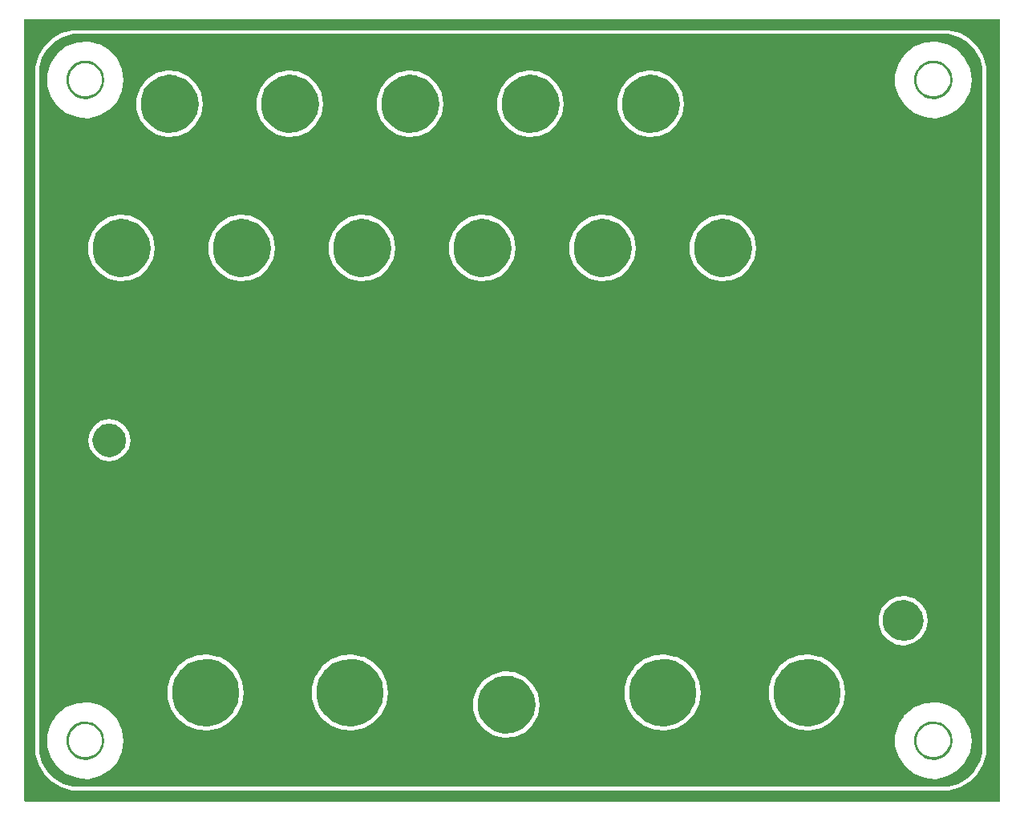
<source format=gbr>
G04 EAGLE Gerber RS-274X export*
G75*
%MOMM*%
%FSLAX34Y34*%
%LPD*%
%INTop Copper*%
%IPPOS*%
%AMOC8*
5,1,8,0,0,1.08239X$1,22.5*%
G01*
%ADD10C,0.406400*%
%ADD11C,0.101600*%
%ADD12C,0.127000*%
%ADD13C,0.152400*%
%ADD14C,0.177800*%

G36*
X1016020Y-13458D02*
X1016020Y-13458D01*
X1016039Y-13460D01*
X1016141Y-13438D01*
X1016243Y-13422D01*
X1016260Y-13412D01*
X1016280Y-13408D01*
X1016369Y-13355D01*
X1016460Y-13306D01*
X1016474Y-13292D01*
X1016491Y-13282D01*
X1016558Y-13203D01*
X1016630Y-13128D01*
X1016638Y-13110D01*
X1016651Y-13095D01*
X1016690Y-12999D01*
X1016733Y-12905D01*
X1016735Y-12885D01*
X1016743Y-12867D01*
X1016761Y-12700D01*
X1016761Y812800D01*
X1016758Y812820D01*
X1016760Y812839D01*
X1016738Y812941D01*
X1016722Y813043D01*
X1016712Y813060D01*
X1016708Y813080D01*
X1016655Y813169D01*
X1016606Y813260D01*
X1016592Y813274D01*
X1016582Y813291D01*
X1016503Y813358D01*
X1016428Y813430D01*
X1016410Y813438D01*
X1016395Y813451D01*
X1016299Y813490D01*
X1016205Y813533D01*
X1016185Y813535D01*
X1016167Y813543D01*
X1016000Y813561D01*
X-12700Y813561D01*
X-12720Y813558D01*
X-12739Y813560D01*
X-12841Y813538D01*
X-12943Y813522D01*
X-12960Y813512D01*
X-12980Y813508D01*
X-13069Y813455D01*
X-13160Y813406D01*
X-13174Y813392D01*
X-13191Y813382D01*
X-13258Y813303D01*
X-13330Y813228D01*
X-13338Y813210D01*
X-13351Y813195D01*
X-13390Y813099D01*
X-13433Y813005D01*
X-13435Y812985D01*
X-13443Y812967D01*
X-13461Y812800D01*
X-13461Y-12700D01*
X-13458Y-12720D01*
X-13460Y-12739D01*
X-13438Y-12841D01*
X-13422Y-12943D01*
X-13412Y-12960D01*
X-13408Y-12980D01*
X-13355Y-13069D01*
X-13306Y-13160D01*
X-13292Y-13174D01*
X-13282Y-13191D01*
X-13203Y-13258D01*
X-13128Y-13330D01*
X-13110Y-13338D01*
X-13095Y-13351D01*
X-12999Y-13390D01*
X-12905Y-13433D01*
X-12885Y-13435D01*
X-12867Y-13443D01*
X-12700Y-13461D01*
X1016000Y-13461D01*
X1016020Y-13458D01*
G37*
%LPC*%
G36*
X37244Y-1906D02*
X37244Y-1906D01*
X25777Y1167D01*
X15497Y7102D01*
X7102Y15497D01*
X1167Y25778D01*
X-1906Y37244D01*
X-1906Y762756D01*
X1167Y774222D01*
X7102Y784503D01*
X15497Y792898D01*
X25777Y798833D01*
X37244Y801906D01*
X962756Y801906D01*
X974223Y798833D01*
X984503Y792898D01*
X992898Y784503D01*
X998833Y774223D01*
X1001906Y762756D01*
X1001906Y37244D01*
X998833Y25777D01*
X992898Y15497D01*
X984503Y7102D01*
X974223Y1167D01*
X962756Y-1906D01*
X37244Y-1906D01*
G37*
%LPD*%
G36*
X956839Y1909D02*
X956839Y1909D01*
X956870Y1907D01*
X962158Y2254D01*
X962181Y2259D01*
X962305Y2278D01*
X972521Y5016D01*
X972535Y5022D01*
X972551Y5024D01*
X972704Y5092D01*
X981863Y10380D01*
X981876Y10390D01*
X981890Y10396D01*
X982021Y10501D01*
X989499Y17979D01*
X989509Y17992D01*
X989521Y18001D01*
X989569Y18067D01*
X989585Y18083D01*
X989591Y18096D01*
X989620Y18137D01*
X994908Y27296D01*
X994914Y27310D01*
X994923Y27323D01*
X994984Y27479D01*
X997722Y37695D01*
X997724Y37719D01*
X997746Y37842D01*
X998093Y43130D01*
X998091Y43149D01*
X998094Y43180D01*
X998094Y756820D01*
X998091Y756839D01*
X998093Y756870D01*
X997746Y762158D01*
X997741Y762181D01*
X997722Y762305D01*
X994984Y772521D01*
X994978Y772535D01*
X994976Y772551D01*
X994908Y772704D01*
X989620Y781863D01*
X989610Y781876D01*
X989604Y781890D01*
X989499Y782021D01*
X982021Y789499D01*
X982008Y789509D01*
X981999Y789521D01*
X981863Y789620D01*
X972704Y794908D01*
X972690Y794914D01*
X972677Y794923D01*
X972521Y794984D01*
X962305Y797722D01*
X962281Y797724D01*
X962158Y797746D01*
X956870Y798093D01*
X956851Y798091D01*
X956820Y798094D01*
X43180Y798094D01*
X43161Y798091D01*
X43130Y798093D01*
X37842Y797746D01*
X37819Y797741D01*
X37695Y797722D01*
X27479Y794984D01*
X27465Y794978D01*
X27449Y794976D01*
X27296Y794908D01*
X18137Y789620D01*
X18124Y789610D01*
X18110Y789604D01*
X17979Y789499D01*
X10501Y782021D01*
X10491Y782008D01*
X10479Y781999D01*
X10380Y781863D01*
X5092Y772704D01*
X5086Y772690D01*
X5077Y772677D01*
X5023Y772541D01*
X5018Y772529D01*
X5017Y772525D01*
X5016Y772521D01*
X2278Y762305D01*
X2276Y762281D01*
X2254Y762158D01*
X1907Y756870D01*
X1909Y756851D01*
X1906Y756820D01*
X1906Y43180D01*
X1909Y43162D01*
X1907Y43130D01*
X2254Y37842D01*
X2259Y37819D01*
X2278Y37695D01*
X5016Y27479D01*
X5022Y27465D01*
X5024Y27449D01*
X5060Y27368D01*
X5060Y27366D01*
X5062Y27364D01*
X5092Y27296D01*
X10380Y18137D01*
X10390Y18124D01*
X10396Y18110D01*
X10450Y18042D01*
X10463Y18020D01*
X10477Y18008D01*
X10501Y17979D01*
X17979Y10501D01*
X17992Y10491D01*
X18001Y10479D01*
X18137Y10380D01*
X27296Y5092D01*
X27310Y5086D01*
X27323Y5077D01*
X27479Y5016D01*
X37695Y2278D01*
X37719Y2276D01*
X37842Y2254D01*
X43130Y1907D01*
X43149Y1909D01*
X43180Y1906D01*
X956820Y1906D01*
X956839Y1909D01*
G37*
%LPC*%
G36*
X41758Y709687D02*
X41758Y709687D01*
X30484Y714112D01*
X21015Y721663D01*
X14192Y731670D01*
X10622Y743244D01*
X10622Y755356D01*
X14192Y766930D01*
X14344Y767153D01*
X14863Y767914D01*
X14863Y767915D01*
X15382Y768676D01*
X15901Y769437D01*
X16420Y770198D01*
X16939Y770959D01*
X16939Y770960D01*
X17458Y771721D01*
X17977Y772482D01*
X18496Y773243D01*
X19015Y774004D01*
X19015Y774005D01*
X19534Y774766D01*
X20053Y775527D01*
X20572Y776288D01*
X21015Y776937D01*
X30484Y784488D01*
X41758Y788913D01*
X53836Y789819D01*
X54461Y789676D01*
X57796Y788915D01*
X61131Y788154D01*
X61131Y788153D01*
X64467Y787392D01*
X65645Y787123D01*
X76134Y781067D01*
X84372Y772189D01*
X89627Y761277D01*
X91432Y749300D01*
X89627Y737323D01*
X84372Y726411D01*
X76134Y717533D01*
X65645Y711477D01*
X53836Y708781D01*
X41758Y709687D01*
G37*
%LPD*%
%LPC*%
G36*
X41759Y11187D02*
X41759Y11187D01*
X30484Y15612D01*
X21014Y23163D01*
X14192Y33170D01*
X10622Y44744D01*
X10622Y56856D01*
X14192Y68430D01*
X14640Y69087D01*
X15678Y70609D01*
X15678Y70610D01*
X16716Y72132D01*
X17235Y72893D01*
X18273Y74416D01*
X19311Y75938D01*
X20868Y78222D01*
X21015Y78437D01*
X30484Y85988D01*
X41758Y90413D01*
X53836Y91319D01*
X55896Y90849D01*
X55896Y90848D01*
X59231Y90087D01*
X62566Y89326D01*
X65645Y88623D01*
X76134Y82567D01*
X84372Y73689D01*
X89627Y62777D01*
X91432Y50800D01*
X89627Y38823D01*
X84372Y27911D01*
X76134Y19033D01*
X65645Y12977D01*
X53836Y10281D01*
X41759Y11187D01*
G37*
%LPD*%
%LPC*%
G36*
X937108Y709687D02*
X937108Y709687D01*
X925834Y714112D01*
X916365Y721663D01*
X909542Y731670D01*
X905972Y743244D01*
X905972Y755356D01*
X909542Y766930D01*
X909694Y767153D01*
X911251Y769437D01*
X912289Y770959D01*
X912289Y770960D01*
X913327Y772482D01*
X913846Y773243D01*
X914884Y774766D01*
X915922Y776288D01*
X916365Y776937D01*
X925834Y784488D01*
X937108Y788913D01*
X949186Y789819D01*
X949811Y789676D01*
X953146Y788915D01*
X956481Y788154D01*
X956481Y788153D01*
X959817Y787392D01*
X960995Y787123D01*
X971484Y781067D01*
X979722Y772189D01*
X984977Y761277D01*
X986782Y749300D01*
X984977Y737323D01*
X979722Y726411D01*
X971484Y717532D01*
X960995Y711477D01*
X949186Y708781D01*
X937108Y709687D01*
G37*
%LPD*%
%LPC*%
G36*
X937108Y11187D02*
X937108Y11187D01*
X925834Y15612D01*
X916365Y23163D01*
X909542Y33170D01*
X905972Y44744D01*
X905972Y56856D01*
X909542Y68430D01*
X909990Y69087D01*
X911028Y70609D01*
X911028Y70610D01*
X912066Y72132D01*
X912585Y72893D01*
X913623Y74416D01*
X914661Y75938D01*
X916218Y78222D01*
X916365Y78437D01*
X925834Y85988D01*
X937108Y90413D01*
X949186Y91319D01*
X951246Y90849D01*
X951246Y90848D01*
X954581Y90087D01*
X957916Y89326D01*
X960995Y88623D01*
X971484Y82568D01*
X979722Y73689D01*
X984977Y62777D01*
X986782Y50800D01*
X984977Y38823D01*
X979722Y27911D01*
X971484Y19033D01*
X960995Y12977D01*
X949186Y10281D01*
X937108Y11187D01*
G37*
%LPD*%
%LPC*%
G36*
X321237Y62332D02*
X321237Y62332D01*
X310061Y66718D01*
X300674Y74204D01*
X293911Y84124D01*
X290372Y95597D01*
X290372Y107603D01*
X293911Y119076D01*
X294083Y119329D01*
X294084Y119330D01*
X294602Y120091D01*
X294603Y120091D01*
X295121Y120852D01*
X295122Y120852D01*
X295640Y121613D01*
X295641Y121613D01*
X296159Y122374D01*
X296160Y122374D01*
X296160Y122375D01*
X296678Y123136D01*
X296679Y123136D01*
X297197Y123897D01*
X297198Y123897D01*
X297716Y124658D01*
X297717Y124658D01*
X298235Y125419D01*
X298236Y125419D01*
X298236Y125420D01*
X298754Y126181D01*
X298755Y126181D01*
X299273Y126942D01*
X299274Y126942D01*
X299792Y127703D01*
X299793Y127703D01*
X300311Y128464D01*
X300312Y128464D01*
X300312Y128465D01*
X300674Y128996D01*
X310061Y136482D01*
X321237Y140868D01*
X333210Y141766D01*
X336165Y141091D01*
X339500Y140330D01*
X339501Y140330D01*
X342836Y139568D01*
X344915Y139094D01*
X355313Y133091D01*
X363479Y124290D01*
X368689Y113472D01*
X370478Y101600D01*
X368689Y89728D01*
X363479Y78910D01*
X355313Y70109D01*
X344915Y64106D01*
X333210Y61434D01*
X321237Y62332D01*
G37*
%LPD*%
%LPC*%
G36*
X803837Y62332D02*
X803837Y62332D01*
X792661Y66718D01*
X783274Y74204D01*
X776511Y84124D01*
X772972Y95597D01*
X772972Y107603D01*
X776511Y119076D01*
X776683Y119329D01*
X776684Y119330D01*
X777202Y120091D01*
X777203Y120091D01*
X777721Y120852D01*
X777722Y120852D01*
X778240Y121613D01*
X778241Y121613D01*
X778759Y122374D01*
X778760Y122374D01*
X778760Y122375D01*
X779278Y123136D01*
X779279Y123136D01*
X779797Y123897D01*
X779798Y123897D01*
X780316Y124658D01*
X780317Y124658D01*
X780835Y125419D01*
X780836Y125419D01*
X780836Y125420D01*
X781354Y126181D01*
X781355Y126181D01*
X781873Y126942D01*
X781874Y126942D01*
X782392Y127703D01*
X782393Y127703D01*
X782911Y128464D01*
X782912Y128464D01*
X782912Y128465D01*
X783274Y128996D01*
X792661Y136482D01*
X803837Y140868D01*
X815810Y141766D01*
X818765Y141091D01*
X822100Y140330D01*
X822101Y140330D01*
X825436Y139568D01*
X827515Y139094D01*
X837913Y133091D01*
X846079Y124290D01*
X851289Y113472D01*
X853078Y101600D01*
X851289Y89728D01*
X846079Y78910D01*
X837913Y70109D01*
X827515Y64106D01*
X815810Y61434D01*
X803837Y62332D01*
G37*
%LPD*%
%LPC*%
G36*
X651437Y62332D02*
X651437Y62332D01*
X640261Y66718D01*
X630874Y74204D01*
X624111Y84124D01*
X620572Y95597D01*
X620572Y107603D01*
X624111Y119076D01*
X624283Y119329D01*
X624284Y119330D01*
X624802Y120091D01*
X624803Y120091D01*
X625321Y120852D01*
X625322Y120852D01*
X625840Y121613D01*
X625841Y121613D01*
X626359Y122374D01*
X626360Y122374D01*
X626360Y122375D01*
X626878Y123136D01*
X626879Y123136D01*
X627397Y123897D01*
X627398Y123897D01*
X627916Y124658D01*
X627917Y124658D01*
X628435Y125419D01*
X628436Y125419D01*
X628436Y125420D01*
X628954Y126181D01*
X628955Y126181D01*
X629473Y126942D01*
X629474Y126942D01*
X629992Y127703D01*
X629993Y127703D01*
X630511Y128464D01*
X630512Y128464D01*
X630512Y128465D01*
X630874Y128996D01*
X640261Y136482D01*
X651437Y140868D01*
X663410Y141766D01*
X666365Y141091D01*
X669700Y140330D01*
X669701Y140330D01*
X673036Y139568D01*
X675115Y139094D01*
X685513Y133091D01*
X693679Y124289D01*
X698889Y113472D01*
X700678Y101600D01*
X698889Y89728D01*
X693679Y78910D01*
X685513Y70109D01*
X675115Y64106D01*
X663410Y61434D01*
X651437Y62332D01*
G37*
%LPD*%
%LPC*%
G36*
X168837Y62332D02*
X168837Y62332D01*
X157661Y66718D01*
X148274Y74204D01*
X141511Y84124D01*
X137972Y95597D01*
X137972Y107603D01*
X141511Y119076D01*
X141683Y119329D01*
X141684Y119330D01*
X142202Y120091D01*
X142203Y120091D01*
X142721Y120852D01*
X142722Y120852D01*
X143240Y121613D01*
X143241Y121613D01*
X143759Y122374D01*
X143760Y122374D01*
X143760Y122375D01*
X144278Y123136D01*
X144279Y123136D01*
X144797Y123897D01*
X144798Y123897D01*
X145316Y124658D01*
X145317Y124658D01*
X145835Y125419D01*
X145836Y125419D01*
X145836Y125420D01*
X146354Y126181D01*
X146355Y126181D01*
X146873Y126942D01*
X146874Y126942D01*
X147392Y127703D01*
X147393Y127703D01*
X147911Y128464D01*
X147912Y128464D01*
X147912Y128465D01*
X148274Y128996D01*
X157661Y136482D01*
X168837Y140868D01*
X180810Y141766D01*
X183765Y141091D01*
X187100Y140330D01*
X187101Y140330D01*
X190436Y139568D01*
X192515Y139094D01*
X202913Y133091D01*
X211079Y124290D01*
X216289Y113472D01*
X218078Y101600D01*
X216289Y89728D01*
X211079Y78911D01*
X202913Y70109D01*
X192515Y64106D01*
X180810Y61434D01*
X168837Y62332D01*
G37*
%LPD*%
G36*
X663181Y66004D02*
X663181Y66004D01*
X673339Y68322D01*
X673367Y68333D01*
X673396Y68337D01*
X673550Y68405D01*
X682573Y73614D01*
X682596Y73633D01*
X682623Y73646D01*
X682750Y73756D01*
X689837Y81393D01*
X689853Y81418D01*
X689876Y81438D01*
X689965Y81581D01*
X694485Y90967D01*
X694494Y90996D01*
X694509Y91022D01*
X694552Y91184D01*
X696105Y101487D01*
X696104Y101517D01*
X696111Y101546D01*
X696105Y101713D01*
X694552Y112016D01*
X694543Y112044D01*
X694541Y112074D01*
X694485Y112233D01*
X689965Y121619D01*
X689947Y121644D01*
X689937Y121672D01*
X689871Y121761D01*
X689865Y121771D01*
X689861Y121774D01*
X689837Y121807D01*
X682750Y129444D01*
X682727Y129463D01*
X682708Y129486D01*
X682573Y129586D01*
X673550Y134795D01*
X673522Y134806D01*
X673497Y134823D01*
X673339Y134878D01*
X672962Y134964D01*
X669627Y135725D01*
X666292Y136487D01*
X663181Y137196D01*
X663151Y137198D01*
X663123Y137207D01*
X662955Y137213D01*
X652566Y136435D01*
X652536Y136428D01*
X652506Y136428D01*
X652344Y136384D01*
X652343Y136384D01*
X652342Y136384D01*
X642646Y132578D01*
X642620Y132563D01*
X642591Y132554D01*
X642449Y132464D01*
X634304Y125969D01*
X634284Y125946D01*
X634259Y125930D01*
X634149Y125802D01*
X633953Y125514D01*
X633434Y124753D01*
X632915Y123992D01*
X632396Y123231D01*
X632396Y123230D01*
X631877Y122469D01*
X631358Y121708D01*
X630839Y120947D01*
X630320Y120186D01*
X630320Y120185D01*
X629801Y119424D01*
X629282Y118663D01*
X628763Y117902D01*
X628280Y117194D01*
X628268Y117167D01*
X628249Y117143D01*
X628182Y116989D01*
X625111Y107034D01*
X625110Y107027D01*
X625107Y107021D01*
X625105Y106999D01*
X625096Y106976D01*
X625077Y106809D01*
X625077Y96391D01*
X625082Y96361D01*
X625079Y96331D01*
X625111Y96166D01*
X628182Y86211D01*
X628195Y86184D01*
X628202Y86154D01*
X628280Y86006D01*
X634149Y77398D01*
X634170Y77376D01*
X634185Y77350D01*
X634304Y77231D01*
X642449Y70736D01*
X642476Y70721D01*
X642497Y70700D01*
X642646Y70622D01*
X652344Y66816D01*
X652374Y66809D01*
X652401Y66796D01*
X652566Y66765D01*
X662955Y65987D01*
X662985Y65989D01*
X663015Y65984D01*
X663181Y66004D01*
G37*
G36*
X180581Y66004D02*
X180581Y66004D01*
X190739Y68322D01*
X190767Y68333D01*
X190796Y68337D01*
X190950Y68405D01*
X199973Y73614D01*
X199996Y73633D01*
X200023Y73646D01*
X200150Y73756D01*
X207237Y81393D01*
X207253Y81418D01*
X207276Y81438D01*
X207365Y81581D01*
X211885Y90967D01*
X211894Y90996D01*
X211909Y91022D01*
X211952Y91184D01*
X213505Y101487D01*
X213504Y101517D01*
X213511Y101546D01*
X213505Y101713D01*
X211952Y112016D01*
X211943Y112044D01*
X211941Y112074D01*
X211885Y112233D01*
X207365Y121619D01*
X207347Y121644D01*
X207337Y121672D01*
X207271Y121761D01*
X207265Y121771D01*
X207261Y121774D01*
X207237Y121807D01*
X200150Y129444D01*
X200127Y129463D01*
X200108Y129486D01*
X199973Y129586D01*
X190950Y134795D01*
X190922Y134806D01*
X190897Y134823D01*
X190739Y134878D01*
X190362Y134964D01*
X187027Y135725D01*
X183692Y136487D01*
X180581Y137196D01*
X180551Y137198D01*
X180523Y137207D01*
X180355Y137213D01*
X169966Y136435D01*
X169936Y136428D01*
X169906Y136428D01*
X169744Y136384D01*
X160046Y132578D01*
X160020Y132563D01*
X159991Y132554D01*
X159849Y132464D01*
X151704Y125969D01*
X151684Y125946D01*
X151659Y125930D01*
X151549Y125802D01*
X151353Y125514D01*
X150834Y124753D01*
X150315Y123992D01*
X149796Y123231D01*
X149796Y123230D01*
X149277Y122469D01*
X148758Y121708D01*
X148239Y120947D01*
X147720Y120186D01*
X147720Y120185D01*
X147201Y119424D01*
X146682Y118663D01*
X146163Y117902D01*
X145680Y117194D01*
X145668Y117167D01*
X145649Y117143D01*
X145582Y116989D01*
X142511Y107034D01*
X142510Y107027D01*
X142507Y107021D01*
X142505Y106999D01*
X142496Y106976D01*
X142477Y106809D01*
X142477Y96391D01*
X142482Y96361D01*
X142479Y96331D01*
X142511Y96166D01*
X145582Y86211D01*
X145595Y86184D01*
X145602Y86154D01*
X145680Y86006D01*
X151549Y77398D01*
X151570Y77376D01*
X151585Y77350D01*
X151704Y77231D01*
X159849Y70736D01*
X159876Y70721D01*
X159897Y70700D01*
X160046Y70622D01*
X169744Y66816D01*
X169774Y66809D01*
X169801Y66796D01*
X169966Y66765D01*
X180355Y65987D01*
X180385Y65989D01*
X180415Y65984D01*
X180581Y66004D01*
G37*
G36*
X815581Y66004D02*
X815581Y66004D01*
X825739Y68322D01*
X825767Y68333D01*
X825796Y68337D01*
X825950Y68405D01*
X834973Y73614D01*
X834996Y73633D01*
X835023Y73646D01*
X835150Y73756D01*
X842237Y81393D01*
X842253Y81418D01*
X842276Y81438D01*
X842365Y81581D01*
X846885Y90967D01*
X846894Y90996D01*
X846909Y91022D01*
X846952Y91184D01*
X848505Y101487D01*
X848504Y101517D01*
X848511Y101546D01*
X848505Y101713D01*
X846952Y112016D01*
X846943Y112044D01*
X846941Y112074D01*
X846885Y112233D01*
X842365Y121619D01*
X842347Y121644D01*
X842337Y121672D01*
X842271Y121761D01*
X842265Y121771D01*
X842261Y121774D01*
X842237Y121807D01*
X835150Y129444D01*
X835127Y129463D01*
X835108Y129486D01*
X834973Y129586D01*
X825950Y134795D01*
X825922Y134806D01*
X825897Y134823D01*
X825739Y134878D01*
X825362Y134964D01*
X822027Y135725D01*
X818692Y136487D01*
X815581Y137196D01*
X815551Y137198D01*
X815523Y137207D01*
X815355Y137213D01*
X804966Y136435D01*
X804936Y136428D01*
X804906Y136428D01*
X804744Y136384D01*
X795046Y132578D01*
X795020Y132563D01*
X794991Y132554D01*
X794849Y132464D01*
X786704Y125969D01*
X786684Y125946D01*
X786659Y125930D01*
X786549Y125802D01*
X786353Y125514D01*
X785834Y124753D01*
X785315Y123992D01*
X784796Y123231D01*
X784796Y123230D01*
X784277Y122469D01*
X783758Y121708D01*
X783239Y120947D01*
X782720Y120186D01*
X782720Y120185D01*
X782201Y119424D01*
X781682Y118663D01*
X781163Y117902D01*
X780680Y117194D01*
X780668Y117167D01*
X780649Y117143D01*
X780582Y116989D01*
X777511Y107034D01*
X777510Y107027D01*
X777507Y107021D01*
X777505Y106999D01*
X777496Y106976D01*
X777477Y106809D01*
X777477Y96391D01*
X777482Y96361D01*
X777479Y96331D01*
X777511Y96166D01*
X780582Y86211D01*
X780595Y86184D01*
X780602Y86154D01*
X780680Y86006D01*
X786549Y77398D01*
X786570Y77376D01*
X786585Y77350D01*
X786704Y77231D01*
X794849Y70736D01*
X794876Y70721D01*
X794897Y70700D01*
X795046Y70622D01*
X804744Y66816D01*
X804774Y66809D01*
X804801Y66796D01*
X804966Y66765D01*
X815355Y65987D01*
X815385Y65989D01*
X815415Y65984D01*
X815581Y66004D01*
G37*
G36*
X332981Y66004D02*
X332981Y66004D01*
X343139Y68322D01*
X343167Y68333D01*
X343196Y68337D01*
X343350Y68405D01*
X352373Y73614D01*
X352396Y73633D01*
X352423Y73646D01*
X352550Y73756D01*
X359637Y81393D01*
X359653Y81418D01*
X359676Y81438D01*
X359765Y81581D01*
X364285Y90967D01*
X364294Y90996D01*
X364309Y91022D01*
X364352Y91184D01*
X365905Y101487D01*
X365904Y101517D01*
X365911Y101546D01*
X365905Y101713D01*
X364352Y112016D01*
X364343Y112044D01*
X364341Y112074D01*
X364285Y112233D01*
X359765Y121619D01*
X359747Y121644D01*
X359737Y121672D01*
X359671Y121761D01*
X359665Y121771D01*
X359661Y121774D01*
X359637Y121807D01*
X352550Y129444D01*
X352527Y129463D01*
X352508Y129486D01*
X352373Y129586D01*
X343350Y134795D01*
X343322Y134806D01*
X343297Y134823D01*
X343139Y134878D01*
X342762Y134964D01*
X339427Y135725D01*
X336092Y136487D01*
X332981Y137196D01*
X332951Y137198D01*
X332923Y137207D01*
X332755Y137213D01*
X322366Y136435D01*
X322336Y136428D01*
X322306Y136428D01*
X322144Y136384D01*
X312446Y132578D01*
X312420Y132563D01*
X312391Y132554D01*
X312249Y132464D01*
X304104Y125969D01*
X304084Y125946D01*
X304059Y125930D01*
X303949Y125802D01*
X303753Y125514D01*
X303234Y124753D01*
X302715Y123992D01*
X302196Y123231D01*
X302196Y123230D01*
X301677Y122469D01*
X301158Y121708D01*
X300639Y120947D01*
X300120Y120186D01*
X300120Y120185D01*
X299601Y119424D01*
X299082Y118663D01*
X298563Y117902D01*
X298080Y117194D01*
X298068Y117167D01*
X298049Y117143D01*
X297982Y116989D01*
X294911Y107034D01*
X294910Y107027D01*
X294907Y107021D01*
X294905Y106999D01*
X294896Y106976D01*
X294877Y106809D01*
X294877Y96391D01*
X294882Y96361D01*
X294879Y96331D01*
X294911Y96166D01*
X297982Y86211D01*
X297995Y86184D01*
X298002Y86154D01*
X298080Y86006D01*
X303949Y77398D01*
X303970Y77376D01*
X303985Y77350D01*
X304104Y77231D01*
X312249Y70736D01*
X312276Y70721D01*
X312297Y70700D01*
X312446Y70622D01*
X322144Y66816D01*
X322174Y66809D01*
X322201Y66796D01*
X322366Y66765D01*
X332755Y65987D01*
X332785Y65989D01*
X332815Y65984D01*
X332981Y66004D01*
G37*
%LPC*%
G36*
X125522Y691577D02*
X125522Y691577D01*
X115795Y697932D01*
X108658Y707101D01*
X104885Y718090D01*
X104885Y729710D01*
X108658Y740699D01*
X115795Y749868D01*
X125522Y756223D01*
X136785Y759076D01*
X148365Y758116D01*
X159005Y753449D01*
X167554Y745579D01*
X173084Y735361D01*
X174996Y723900D01*
X173084Y712439D01*
X167554Y702221D01*
X159005Y694351D01*
X148365Y689684D01*
X136785Y688724D01*
X125522Y691577D01*
G37*
%LPD*%
%LPC*%
G36*
X379522Y691577D02*
X379522Y691577D01*
X369795Y697932D01*
X362658Y707101D01*
X358885Y718090D01*
X358885Y729710D01*
X362658Y740699D01*
X369795Y749868D01*
X379522Y756223D01*
X390785Y759076D01*
X402365Y758116D01*
X413005Y753449D01*
X421554Y745579D01*
X427084Y735361D01*
X428996Y723900D01*
X427084Y712439D01*
X421554Y702221D01*
X413005Y694351D01*
X402365Y689684D01*
X390785Y688724D01*
X379522Y691577D01*
G37*
%LPD*%
%LPC*%
G36*
X633522Y691577D02*
X633522Y691577D01*
X623795Y697932D01*
X616658Y707101D01*
X612885Y718090D01*
X612885Y729710D01*
X616658Y740699D01*
X623795Y749868D01*
X633522Y756223D01*
X644785Y759076D01*
X656365Y758116D01*
X667005Y753449D01*
X675554Y745579D01*
X681084Y735361D01*
X682996Y723900D01*
X681084Y712439D01*
X675554Y702221D01*
X667005Y694351D01*
X656365Y689684D01*
X644785Y688724D01*
X633522Y691577D01*
G37*
%LPD*%
%LPC*%
G36*
X582722Y539177D02*
X582722Y539177D01*
X572995Y545532D01*
X565858Y554701D01*
X562085Y565690D01*
X562085Y577310D01*
X565858Y588299D01*
X572995Y597468D01*
X582722Y603823D01*
X593985Y606676D01*
X605565Y605716D01*
X616205Y601049D01*
X624754Y593179D01*
X630284Y582961D01*
X632196Y571500D01*
X630284Y560039D01*
X624754Y549821D01*
X616205Y541951D01*
X605565Y537284D01*
X593985Y536324D01*
X582722Y539177D01*
G37*
%LPD*%
%LPC*%
G36*
X74722Y539177D02*
X74722Y539177D01*
X64994Y545532D01*
X57858Y554701D01*
X54085Y565690D01*
X54085Y577310D01*
X57858Y588299D01*
X64995Y597468D01*
X74722Y603823D01*
X85985Y606676D01*
X97565Y605716D01*
X108205Y601049D01*
X116754Y593179D01*
X122284Y582961D01*
X124196Y571500D01*
X122284Y560039D01*
X116754Y549821D01*
X108205Y541951D01*
X97565Y537284D01*
X85985Y536324D01*
X74722Y539177D01*
G37*
%LPD*%
%LPC*%
G36*
X328722Y539177D02*
X328722Y539177D01*
X318994Y545532D01*
X311858Y554701D01*
X308085Y565690D01*
X308085Y577310D01*
X311858Y588299D01*
X318995Y597468D01*
X328722Y603823D01*
X339985Y606676D01*
X351565Y605716D01*
X362205Y601049D01*
X370754Y593179D01*
X376284Y582961D01*
X378196Y571500D01*
X376284Y560039D01*
X370754Y549821D01*
X362205Y541951D01*
X351565Y537284D01*
X339985Y536324D01*
X328722Y539177D01*
G37*
%LPD*%
%LPC*%
G36*
X455722Y539177D02*
X455722Y539177D01*
X445995Y545532D01*
X438858Y554701D01*
X435085Y565690D01*
X435085Y577310D01*
X438858Y588299D01*
X445994Y597468D01*
X455722Y603823D01*
X466985Y606676D01*
X478565Y605716D01*
X489205Y601049D01*
X497754Y593179D01*
X503284Y582961D01*
X505196Y571500D01*
X503284Y560039D01*
X497754Y549821D01*
X489205Y541951D01*
X478565Y537284D01*
X466985Y536324D01*
X455722Y539177D01*
G37*
%LPD*%
%LPC*%
G36*
X709722Y539177D02*
X709722Y539177D01*
X699995Y545532D01*
X692858Y554701D01*
X689085Y565690D01*
X689085Y577309D01*
X692858Y588299D01*
X699995Y597468D01*
X709722Y603823D01*
X720985Y606676D01*
X732565Y605716D01*
X743205Y601049D01*
X751754Y593179D01*
X757284Y582961D01*
X759196Y571500D01*
X757284Y560039D01*
X751754Y549821D01*
X743205Y541951D01*
X732565Y537284D01*
X720985Y536324D01*
X709722Y539177D01*
G37*
%LPD*%
%LPC*%
G36*
X252522Y691577D02*
X252522Y691577D01*
X242794Y697932D01*
X235658Y707101D01*
X231885Y718090D01*
X231885Y729710D01*
X235658Y740699D01*
X242795Y749868D01*
X252522Y756223D01*
X263785Y759076D01*
X275365Y758116D01*
X286005Y753449D01*
X294554Y745579D01*
X300084Y735361D01*
X301996Y723900D01*
X300084Y712439D01*
X294554Y702221D01*
X286005Y694351D01*
X275365Y689684D01*
X263785Y688724D01*
X252522Y691577D01*
G37*
%LPD*%
%LPC*%
G36*
X201722Y539177D02*
X201722Y539177D01*
X191995Y545532D01*
X184858Y554701D01*
X181085Y565690D01*
X181085Y577310D01*
X184858Y588299D01*
X191995Y597468D01*
X201722Y603823D01*
X212985Y606676D01*
X224565Y605716D01*
X235205Y601049D01*
X243754Y593179D01*
X249284Y582961D01*
X251196Y571500D01*
X249284Y560039D01*
X243754Y549821D01*
X235205Y541951D01*
X224565Y537284D01*
X212985Y536324D01*
X201722Y539177D01*
G37*
%LPD*%
%LPC*%
G36*
X506522Y691577D02*
X506522Y691577D01*
X496795Y697932D01*
X489658Y707101D01*
X485885Y718090D01*
X485885Y729710D01*
X489658Y740699D01*
X496795Y749868D01*
X506522Y756223D01*
X517785Y759076D01*
X529365Y758116D01*
X540005Y753449D01*
X548554Y745579D01*
X554084Y735361D01*
X555996Y723900D01*
X554084Y712439D01*
X548554Y702221D01*
X540005Y694351D01*
X529365Y689684D01*
X517785Y688724D01*
X506522Y691577D01*
G37*
%LPD*%
%LPC*%
G36*
X481130Y56595D02*
X481130Y56595D01*
X471408Y62947D01*
X464276Y72110D01*
X460505Y83094D01*
X460505Y94706D01*
X464276Y105690D01*
X471408Y114854D01*
X481130Y121205D01*
X492387Y124056D01*
X503960Y123097D01*
X514594Y118432D01*
X523138Y110567D01*
X528665Y100354D01*
X530576Y88900D01*
X528665Y77446D01*
X523138Y67233D01*
X514594Y59368D01*
X503960Y54703D01*
X492387Y53744D01*
X481130Y56595D01*
G37*
%LPD*%
G36*
X264285Y693272D02*
X264285Y693272D01*
X264288Y693272D01*
X274121Y694086D01*
X274161Y694097D01*
X274203Y694098D01*
X274351Y694144D01*
X274359Y694146D01*
X274361Y694147D01*
X274363Y694148D01*
X283399Y698111D01*
X283434Y698134D01*
X283474Y698149D01*
X283598Y698240D01*
X283605Y698245D01*
X283606Y698247D01*
X283609Y698248D01*
X290868Y704931D01*
X290894Y704964D01*
X290926Y704991D01*
X291014Y705118D01*
X291019Y705124D01*
X291020Y705126D01*
X291022Y705129D01*
X295718Y713806D01*
X295731Y713846D01*
X295753Y713881D01*
X295795Y714030D01*
X295798Y714038D01*
X295798Y714040D01*
X295799Y714043D01*
X297423Y723775D01*
X297423Y723817D01*
X297432Y723858D01*
X297424Y724012D01*
X297424Y724021D01*
X297423Y724022D01*
X297423Y724025D01*
X295799Y733757D01*
X295785Y733797D01*
X295781Y733839D01*
X295723Y733982D01*
X295720Y733990D01*
X295719Y733992D01*
X295718Y733994D01*
X291022Y742671D01*
X290996Y742705D01*
X290978Y742743D01*
X290876Y742859D01*
X290871Y742866D01*
X290870Y742867D01*
X290868Y742869D01*
X283609Y749552D01*
X283574Y749575D01*
X283544Y749605D01*
X283411Y749682D01*
X283403Y749687D01*
X283401Y749687D01*
X283399Y749689D01*
X274363Y753652D01*
X274323Y753662D01*
X274285Y753681D01*
X274133Y753711D01*
X274125Y753713D01*
X274123Y753713D01*
X274121Y753714D01*
X264288Y754528D01*
X264246Y754525D01*
X264204Y754531D01*
X264051Y754509D01*
X264043Y754509D01*
X264041Y754508D01*
X264038Y754508D01*
X254474Y752086D01*
X254435Y752069D01*
X254394Y752061D01*
X254256Y751991D01*
X254248Y751987D01*
X254247Y751986D01*
X254244Y751985D01*
X245984Y746588D01*
X245953Y746560D01*
X245917Y746539D01*
X245809Y746428D01*
X245803Y746422D01*
X245802Y746421D01*
X245800Y746419D01*
X239740Y738633D01*
X239720Y738596D01*
X239692Y738564D01*
X239626Y738424D01*
X239622Y738417D01*
X239622Y738415D01*
X239620Y738412D01*
X236417Y729080D01*
X236410Y729039D01*
X236394Y729000D01*
X236377Y728847D01*
X236376Y728838D01*
X236376Y728836D01*
X236376Y728833D01*
X236376Y718967D01*
X236382Y718925D01*
X236380Y718883D01*
X236414Y718732D01*
X236415Y718724D01*
X236416Y718722D01*
X236417Y718720D01*
X239620Y709388D01*
X239640Y709351D01*
X239652Y709310D01*
X239733Y709179D01*
X239737Y709171D01*
X239738Y709170D01*
X239740Y709167D01*
X245800Y701381D01*
X245831Y701353D01*
X245855Y701318D01*
X245974Y701220D01*
X245980Y701214D01*
X245982Y701213D01*
X245984Y701212D01*
X254244Y695815D01*
X254282Y695798D01*
X254316Y695773D01*
X254461Y695719D01*
X254469Y695716D01*
X254471Y695715D01*
X254473Y695714D01*
X264038Y693292D01*
X264080Y693289D01*
X264120Y693276D01*
X264274Y693272D01*
X264283Y693271D01*
X264285Y693272D01*
G37*
G36*
X721485Y540872D02*
X721485Y540872D01*
X721488Y540872D01*
X731321Y541686D01*
X731361Y541697D01*
X731403Y541698D01*
X731551Y541744D01*
X731559Y541746D01*
X731561Y541747D01*
X731563Y541748D01*
X740599Y545711D01*
X740634Y545734D01*
X740674Y545749D01*
X740798Y545840D01*
X740805Y545845D01*
X740806Y545847D01*
X740809Y545848D01*
X748068Y552531D01*
X748094Y552564D01*
X748126Y552591D01*
X748214Y552718D01*
X748219Y552724D01*
X748220Y552726D01*
X748222Y552729D01*
X752918Y561406D01*
X752931Y561446D01*
X752953Y561481D01*
X752995Y561630D01*
X752998Y561638D01*
X752998Y561640D01*
X752999Y561643D01*
X754623Y571375D01*
X754623Y571417D01*
X754632Y571458D01*
X754624Y571612D01*
X754624Y571621D01*
X754623Y571622D01*
X754623Y571625D01*
X752999Y581357D01*
X752985Y581397D01*
X752981Y581439D01*
X752923Y581582D01*
X752920Y581590D01*
X752919Y581592D01*
X752918Y581594D01*
X748222Y590271D01*
X748196Y590305D01*
X748178Y590343D01*
X748076Y590459D01*
X748071Y590466D01*
X748070Y590467D01*
X748068Y590469D01*
X740809Y597152D01*
X740774Y597175D01*
X740744Y597205D01*
X740611Y597282D01*
X740603Y597287D01*
X740601Y597287D01*
X740599Y597289D01*
X731563Y601252D01*
X731523Y601262D01*
X731485Y601281D01*
X731333Y601311D01*
X731325Y601313D01*
X731323Y601313D01*
X731321Y601314D01*
X721488Y602128D01*
X721446Y602125D01*
X721404Y602131D01*
X721251Y602109D01*
X721243Y602109D01*
X721241Y602108D01*
X721238Y602108D01*
X711673Y599686D01*
X711635Y599669D01*
X711594Y599661D01*
X711456Y599591D01*
X711448Y599587D01*
X711446Y599586D01*
X711444Y599585D01*
X703184Y594188D01*
X703153Y594160D01*
X703117Y594139D01*
X703009Y594028D01*
X703003Y594022D01*
X703002Y594021D01*
X703000Y594019D01*
X696940Y586233D01*
X696920Y586196D01*
X696892Y586164D01*
X696826Y586024D01*
X696822Y586017D01*
X696822Y586015D01*
X696820Y586012D01*
X693617Y576680D01*
X693610Y576639D01*
X693594Y576600D01*
X693577Y576447D01*
X693576Y576438D01*
X693576Y576436D01*
X693576Y576433D01*
X693576Y566567D01*
X693582Y566525D01*
X693580Y566483D01*
X693614Y566332D01*
X693615Y566324D01*
X693616Y566322D01*
X693617Y566320D01*
X696820Y556988D01*
X696840Y556951D01*
X696852Y556910D01*
X696933Y556779D01*
X696937Y556771D01*
X696938Y556770D01*
X696940Y556767D01*
X703000Y548981D01*
X703031Y548953D01*
X703055Y548918D01*
X703174Y548820D01*
X703180Y548814D01*
X703182Y548813D01*
X703184Y548812D01*
X711444Y543415D01*
X711482Y543398D01*
X711516Y543373D01*
X711661Y543319D01*
X711669Y543316D01*
X711671Y543315D01*
X711674Y543314D01*
X721238Y540892D01*
X721280Y540889D01*
X721320Y540876D01*
X721474Y540872D01*
X721483Y540871D01*
X721485Y540872D01*
G37*
G36*
X467485Y540872D02*
X467485Y540872D01*
X467488Y540872D01*
X477321Y541686D01*
X477361Y541697D01*
X477403Y541698D01*
X477551Y541744D01*
X477559Y541746D01*
X477561Y541747D01*
X477563Y541748D01*
X486599Y545711D01*
X486634Y545734D01*
X486674Y545749D01*
X486798Y545840D01*
X486805Y545845D01*
X486806Y545847D01*
X486809Y545848D01*
X494068Y552531D01*
X494094Y552564D01*
X494126Y552591D01*
X494214Y552718D01*
X494219Y552724D01*
X494220Y552726D01*
X494222Y552729D01*
X498918Y561406D01*
X498931Y561446D01*
X498953Y561481D01*
X498995Y561630D01*
X498998Y561638D01*
X498998Y561640D01*
X498999Y561643D01*
X500623Y571375D01*
X500623Y571417D01*
X500632Y571458D01*
X500624Y571612D01*
X500624Y571621D01*
X500623Y571622D01*
X500623Y571625D01*
X498999Y581357D01*
X498985Y581397D01*
X498981Y581439D01*
X498923Y581582D01*
X498920Y581590D01*
X498919Y581592D01*
X498918Y581594D01*
X494222Y590271D01*
X494196Y590305D01*
X494178Y590343D01*
X494076Y590459D01*
X494071Y590466D01*
X494070Y590467D01*
X494068Y590469D01*
X486809Y597152D01*
X486774Y597175D01*
X486744Y597205D01*
X486611Y597282D01*
X486603Y597287D01*
X486601Y597287D01*
X486599Y597289D01*
X477563Y601252D01*
X477523Y601262D01*
X477485Y601281D01*
X477333Y601311D01*
X477325Y601313D01*
X477323Y601313D01*
X477321Y601314D01*
X467488Y602128D01*
X467446Y602125D01*
X467404Y602131D01*
X467251Y602109D01*
X467243Y602109D01*
X467241Y602108D01*
X467238Y602108D01*
X457673Y599686D01*
X457635Y599669D01*
X457594Y599661D01*
X457456Y599591D01*
X457448Y599587D01*
X457446Y599586D01*
X457444Y599585D01*
X449184Y594188D01*
X449153Y594160D01*
X449117Y594139D01*
X449009Y594028D01*
X449003Y594022D01*
X449002Y594021D01*
X449000Y594019D01*
X442940Y586233D01*
X442920Y586196D01*
X442892Y586164D01*
X442826Y586024D01*
X442822Y586017D01*
X442822Y586015D01*
X442820Y586012D01*
X439617Y576680D01*
X439610Y576639D01*
X439594Y576600D01*
X439577Y576447D01*
X439576Y576438D01*
X439576Y576436D01*
X439576Y576433D01*
X439576Y566567D01*
X439582Y566525D01*
X439580Y566483D01*
X439614Y566332D01*
X439615Y566324D01*
X439616Y566322D01*
X439617Y566320D01*
X442820Y556988D01*
X442840Y556951D01*
X442852Y556910D01*
X442933Y556779D01*
X442937Y556771D01*
X442938Y556770D01*
X442940Y556767D01*
X449000Y548981D01*
X449031Y548953D01*
X449055Y548918D01*
X449174Y548820D01*
X449180Y548814D01*
X449182Y548813D01*
X449184Y548812D01*
X457444Y543415D01*
X457482Y543398D01*
X457516Y543373D01*
X457661Y543319D01*
X457669Y543316D01*
X457671Y543315D01*
X457674Y543314D01*
X467238Y540892D01*
X467280Y540889D01*
X467320Y540876D01*
X467474Y540872D01*
X467483Y540871D01*
X467485Y540872D01*
G37*
G36*
X518285Y693272D02*
X518285Y693272D01*
X518288Y693272D01*
X528121Y694086D01*
X528161Y694097D01*
X528203Y694098D01*
X528351Y694144D01*
X528359Y694146D01*
X528361Y694147D01*
X528363Y694148D01*
X537399Y698111D01*
X537434Y698134D01*
X537474Y698149D01*
X537598Y698240D01*
X537605Y698245D01*
X537606Y698247D01*
X537609Y698248D01*
X544868Y704931D01*
X544894Y704964D01*
X544926Y704991D01*
X545014Y705118D01*
X545019Y705124D01*
X545020Y705126D01*
X545022Y705129D01*
X549718Y713806D01*
X549731Y713846D01*
X549753Y713881D01*
X549795Y714030D01*
X549798Y714038D01*
X549798Y714040D01*
X549799Y714043D01*
X551423Y723775D01*
X551423Y723817D01*
X551432Y723858D01*
X551424Y724012D01*
X551424Y724021D01*
X551423Y724022D01*
X551423Y724025D01*
X549799Y733757D01*
X549785Y733797D01*
X549781Y733839D01*
X549723Y733982D01*
X549720Y733990D01*
X549719Y733992D01*
X549718Y733994D01*
X545022Y742671D01*
X544996Y742705D01*
X544978Y742743D01*
X544876Y742859D01*
X544871Y742866D01*
X544870Y742867D01*
X544868Y742869D01*
X537609Y749552D01*
X537574Y749575D01*
X537544Y749605D01*
X537411Y749682D01*
X537403Y749687D01*
X537401Y749687D01*
X537399Y749689D01*
X528363Y753652D01*
X528323Y753662D01*
X528285Y753681D01*
X528133Y753711D01*
X528125Y753713D01*
X528123Y753713D01*
X528121Y753714D01*
X518288Y754528D01*
X518246Y754525D01*
X518204Y754531D01*
X518051Y754509D01*
X518043Y754509D01*
X518041Y754508D01*
X518038Y754508D01*
X508473Y752086D01*
X508435Y752069D01*
X508394Y752061D01*
X508256Y751991D01*
X508248Y751987D01*
X508246Y751986D01*
X508244Y751985D01*
X499984Y746588D01*
X499953Y746560D01*
X499917Y746539D01*
X499809Y746428D01*
X499803Y746422D01*
X499802Y746421D01*
X499800Y746419D01*
X493740Y738633D01*
X493720Y738596D01*
X493692Y738564D01*
X493626Y738424D01*
X493622Y738417D01*
X493622Y738415D01*
X493620Y738412D01*
X490417Y729080D01*
X490410Y729039D01*
X490394Y729000D01*
X490377Y728847D01*
X490376Y728838D01*
X490376Y728836D01*
X490376Y728833D01*
X490376Y718967D01*
X490382Y718925D01*
X490380Y718883D01*
X490414Y718732D01*
X490415Y718724D01*
X490416Y718722D01*
X490417Y718720D01*
X493620Y709388D01*
X493629Y709372D01*
X493632Y709355D01*
X493645Y709334D01*
X493652Y709310D01*
X493732Y709179D01*
X493737Y709171D01*
X493738Y709170D01*
X493740Y709167D01*
X499800Y701381D01*
X499831Y701353D01*
X499855Y701318D01*
X499974Y701220D01*
X499980Y701214D01*
X499982Y701213D01*
X499984Y701212D01*
X508244Y695815D01*
X508282Y695798D01*
X508316Y695773D01*
X508461Y695719D01*
X508469Y695716D01*
X508471Y695715D01*
X508474Y695714D01*
X518038Y693292D01*
X518080Y693289D01*
X518120Y693276D01*
X518274Y693272D01*
X518283Y693271D01*
X518285Y693272D01*
G37*
G36*
X213485Y540872D02*
X213485Y540872D01*
X213488Y540872D01*
X223321Y541686D01*
X223361Y541697D01*
X223403Y541698D01*
X223551Y541744D01*
X223559Y541746D01*
X223561Y541747D01*
X223563Y541748D01*
X232599Y545711D01*
X232634Y545734D01*
X232674Y545749D01*
X232798Y545840D01*
X232805Y545845D01*
X232806Y545847D01*
X232809Y545848D01*
X240068Y552531D01*
X240094Y552564D01*
X240126Y552591D01*
X240214Y552718D01*
X240219Y552724D01*
X240220Y552726D01*
X240222Y552729D01*
X244918Y561406D01*
X244931Y561446D01*
X244953Y561481D01*
X244995Y561630D01*
X244998Y561638D01*
X244998Y561640D01*
X244999Y561643D01*
X246623Y571375D01*
X246623Y571417D01*
X246632Y571458D01*
X246624Y571612D01*
X246624Y571621D01*
X246623Y571622D01*
X246623Y571625D01*
X244999Y581357D01*
X244985Y581397D01*
X244981Y581439D01*
X244923Y581582D01*
X244920Y581590D01*
X244919Y581592D01*
X244918Y581594D01*
X240222Y590272D01*
X240196Y590305D01*
X240178Y590343D01*
X240076Y590459D01*
X240071Y590466D01*
X240070Y590467D01*
X240068Y590469D01*
X232809Y597152D01*
X232774Y597175D01*
X232744Y597205D01*
X232611Y597282D01*
X232603Y597287D01*
X232601Y597287D01*
X232599Y597289D01*
X223563Y601252D01*
X223523Y601262D01*
X223485Y601281D01*
X223333Y601311D01*
X223325Y601313D01*
X223323Y601313D01*
X223321Y601314D01*
X213488Y602128D01*
X213446Y602125D01*
X213404Y602131D01*
X213251Y602109D01*
X213243Y602109D01*
X213241Y602108D01*
X213238Y602108D01*
X203674Y599686D01*
X203635Y599669D01*
X203594Y599661D01*
X203456Y599591D01*
X203448Y599587D01*
X203447Y599586D01*
X203444Y599585D01*
X195184Y594188D01*
X195153Y594160D01*
X195117Y594139D01*
X195009Y594028D01*
X195003Y594022D01*
X195002Y594021D01*
X195000Y594019D01*
X188940Y586233D01*
X188920Y586196D01*
X188892Y586164D01*
X188826Y586024D01*
X188822Y586017D01*
X188822Y586015D01*
X188820Y586012D01*
X185617Y576680D01*
X185610Y576639D01*
X185594Y576600D01*
X185577Y576447D01*
X185576Y576438D01*
X185576Y576436D01*
X185576Y576433D01*
X185576Y566567D01*
X185582Y566525D01*
X185580Y566483D01*
X185614Y566332D01*
X185615Y566324D01*
X185616Y566322D01*
X185617Y566320D01*
X188820Y556988D01*
X188840Y556951D01*
X188852Y556910D01*
X188933Y556779D01*
X188937Y556771D01*
X188938Y556770D01*
X188940Y556767D01*
X195000Y548981D01*
X195031Y548953D01*
X195055Y548918D01*
X195174Y548820D01*
X195180Y548814D01*
X195182Y548813D01*
X195184Y548812D01*
X203444Y543415D01*
X203482Y543398D01*
X203516Y543373D01*
X203661Y543319D01*
X203669Y543316D01*
X203671Y543315D01*
X203674Y543314D01*
X213238Y540892D01*
X213280Y540889D01*
X213320Y540876D01*
X213474Y540872D01*
X213483Y540871D01*
X213485Y540872D01*
G37*
G36*
X340485Y540872D02*
X340485Y540872D01*
X340488Y540872D01*
X350321Y541686D01*
X350361Y541697D01*
X350403Y541698D01*
X350551Y541744D01*
X350559Y541746D01*
X350561Y541747D01*
X350563Y541748D01*
X359599Y545711D01*
X359634Y545734D01*
X359674Y545749D01*
X359798Y545840D01*
X359805Y545845D01*
X359806Y545847D01*
X359809Y545848D01*
X367068Y552531D01*
X367094Y552564D01*
X367126Y552591D01*
X367214Y552718D01*
X367219Y552724D01*
X367220Y552726D01*
X367222Y552729D01*
X371918Y561406D01*
X371931Y561446D01*
X371953Y561481D01*
X371995Y561630D01*
X371998Y561638D01*
X371998Y561640D01*
X371999Y561643D01*
X373623Y571375D01*
X373623Y571417D01*
X373632Y571458D01*
X373624Y571612D01*
X373624Y571621D01*
X373623Y571622D01*
X373623Y571625D01*
X371999Y581357D01*
X371985Y581397D01*
X371981Y581439D01*
X371923Y581582D01*
X371920Y581590D01*
X371919Y581592D01*
X371918Y581594D01*
X367222Y590271D01*
X367196Y590305D01*
X367178Y590343D01*
X367076Y590459D01*
X367071Y590466D01*
X367070Y590467D01*
X367068Y590469D01*
X359809Y597152D01*
X359774Y597175D01*
X359744Y597205D01*
X359611Y597282D01*
X359603Y597287D01*
X359601Y597287D01*
X359599Y597289D01*
X350563Y601252D01*
X350523Y601262D01*
X350485Y601281D01*
X350333Y601311D01*
X350325Y601313D01*
X350323Y601313D01*
X350321Y601314D01*
X340488Y602128D01*
X340446Y602125D01*
X340404Y602131D01*
X340251Y602109D01*
X340243Y602109D01*
X340241Y602108D01*
X340238Y602108D01*
X330674Y599686D01*
X330635Y599669D01*
X330594Y599661D01*
X330456Y599591D01*
X330448Y599587D01*
X330447Y599586D01*
X330444Y599585D01*
X322184Y594188D01*
X322153Y594160D01*
X322117Y594139D01*
X322009Y594028D01*
X322003Y594022D01*
X322002Y594021D01*
X322000Y594019D01*
X315940Y586233D01*
X315920Y586196D01*
X315892Y586164D01*
X315826Y586024D01*
X315822Y586017D01*
X315822Y586015D01*
X315820Y586012D01*
X312617Y576680D01*
X312610Y576639D01*
X312594Y576600D01*
X312577Y576447D01*
X312576Y576438D01*
X312576Y576436D01*
X312576Y576433D01*
X312576Y566567D01*
X312582Y566525D01*
X312580Y566483D01*
X312614Y566332D01*
X312615Y566324D01*
X312616Y566322D01*
X312617Y566320D01*
X315820Y556988D01*
X315840Y556951D01*
X315852Y556910D01*
X315933Y556779D01*
X315937Y556771D01*
X315938Y556770D01*
X315940Y556767D01*
X322000Y548981D01*
X322031Y548953D01*
X322055Y548918D01*
X322174Y548820D01*
X322180Y548814D01*
X322182Y548813D01*
X322184Y548812D01*
X330444Y543415D01*
X330482Y543398D01*
X330516Y543373D01*
X330661Y543319D01*
X330669Y543316D01*
X330671Y543315D01*
X330674Y543314D01*
X340238Y540892D01*
X340280Y540889D01*
X340320Y540876D01*
X340474Y540872D01*
X340483Y540871D01*
X340485Y540872D01*
G37*
G36*
X86485Y540872D02*
X86485Y540872D01*
X86488Y540872D01*
X96321Y541686D01*
X96361Y541697D01*
X96403Y541698D01*
X96551Y541744D01*
X96559Y541746D01*
X96561Y541747D01*
X96563Y541748D01*
X105599Y545711D01*
X105634Y545734D01*
X105674Y545749D01*
X105798Y545840D01*
X105805Y545845D01*
X105806Y545847D01*
X105809Y545848D01*
X113068Y552531D01*
X113094Y552564D01*
X113126Y552591D01*
X113214Y552718D01*
X113219Y552724D01*
X113220Y552726D01*
X113222Y552729D01*
X117918Y561406D01*
X117931Y561446D01*
X117953Y561481D01*
X117995Y561630D01*
X117998Y561638D01*
X117998Y561640D01*
X117999Y561643D01*
X119623Y571375D01*
X119623Y571417D01*
X119632Y571458D01*
X119624Y571612D01*
X119624Y571621D01*
X119623Y571622D01*
X119623Y571625D01*
X117999Y581357D01*
X117985Y581397D01*
X117981Y581439D01*
X117923Y581582D01*
X117920Y581590D01*
X117919Y581592D01*
X117918Y581594D01*
X113222Y590271D01*
X113196Y590305D01*
X113178Y590343D01*
X113076Y590459D01*
X113071Y590466D01*
X113070Y590467D01*
X113068Y590469D01*
X105809Y597152D01*
X105774Y597175D01*
X105744Y597205D01*
X105611Y597282D01*
X105603Y597287D01*
X105601Y597287D01*
X105599Y597289D01*
X96563Y601252D01*
X96523Y601262D01*
X96485Y601281D01*
X96333Y601311D01*
X96325Y601313D01*
X96323Y601313D01*
X96321Y601314D01*
X86488Y602128D01*
X86446Y602125D01*
X86404Y602131D01*
X86251Y602109D01*
X86243Y602109D01*
X86241Y602108D01*
X86238Y602108D01*
X76674Y599686D01*
X76635Y599669D01*
X76594Y599661D01*
X76456Y599591D01*
X76448Y599587D01*
X76447Y599586D01*
X76444Y599585D01*
X68184Y594188D01*
X68153Y594160D01*
X68117Y594139D01*
X68009Y594028D01*
X68003Y594022D01*
X68002Y594021D01*
X68000Y594019D01*
X61940Y586233D01*
X61920Y586196D01*
X61892Y586164D01*
X61826Y586024D01*
X61822Y586017D01*
X61822Y586015D01*
X61820Y586012D01*
X58617Y576680D01*
X58610Y576639D01*
X58594Y576600D01*
X58577Y576447D01*
X58576Y576438D01*
X58576Y576436D01*
X58576Y576433D01*
X58576Y566567D01*
X58582Y566525D01*
X58580Y566483D01*
X58614Y566332D01*
X58615Y566324D01*
X58616Y566322D01*
X58617Y566320D01*
X61820Y556988D01*
X61840Y556951D01*
X61852Y556910D01*
X61933Y556779D01*
X61937Y556771D01*
X61938Y556770D01*
X61940Y556767D01*
X68000Y548981D01*
X68031Y548953D01*
X68055Y548918D01*
X68174Y548820D01*
X68180Y548814D01*
X68182Y548813D01*
X68184Y548812D01*
X76444Y543415D01*
X76482Y543398D01*
X76516Y543373D01*
X76661Y543319D01*
X76669Y543316D01*
X76671Y543315D01*
X76674Y543314D01*
X86238Y540892D01*
X86280Y540889D01*
X86320Y540876D01*
X86474Y540872D01*
X86483Y540871D01*
X86485Y540872D01*
G37*
G36*
X594485Y540872D02*
X594485Y540872D01*
X594488Y540872D01*
X604321Y541686D01*
X604361Y541697D01*
X604403Y541698D01*
X604551Y541744D01*
X604559Y541746D01*
X604561Y541747D01*
X604563Y541748D01*
X613599Y545711D01*
X613634Y545734D01*
X613674Y545749D01*
X613798Y545840D01*
X613805Y545845D01*
X613806Y545847D01*
X613809Y545848D01*
X621068Y552531D01*
X621094Y552564D01*
X621126Y552591D01*
X621214Y552718D01*
X621219Y552724D01*
X621220Y552726D01*
X621222Y552729D01*
X625918Y561406D01*
X625931Y561446D01*
X625953Y561481D01*
X625995Y561630D01*
X625998Y561638D01*
X625998Y561640D01*
X625999Y561643D01*
X627623Y571375D01*
X627623Y571417D01*
X627632Y571458D01*
X627624Y571612D01*
X627624Y571621D01*
X627623Y571622D01*
X627623Y571625D01*
X625999Y581357D01*
X625985Y581397D01*
X625981Y581439D01*
X625923Y581582D01*
X625920Y581590D01*
X625919Y581592D01*
X625918Y581594D01*
X621222Y590271D01*
X621196Y590305D01*
X621178Y590343D01*
X621076Y590459D01*
X621071Y590466D01*
X621070Y590467D01*
X621068Y590469D01*
X613809Y597152D01*
X613774Y597175D01*
X613744Y597205D01*
X613611Y597282D01*
X613603Y597287D01*
X613601Y597287D01*
X613599Y597289D01*
X604563Y601252D01*
X604523Y601262D01*
X604485Y601281D01*
X604333Y601311D01*
X604325Y601313D01*
X604323Y601313D01*
X604321Y601314D01*
X594488Y602128D01*
X594446Y602125D01*
X594404Y602131D01*
X594251Y602109D01*
X594243Y602109D01*
X594241Y602108D01*
X594238Y602108D01*
X584674Y599686D01*
X584635Y599669D01*
X584594Y599661D01*
X584456Y599591D01*
X584448Y599587D01*
X584447Y599586D01*
X584444Y599585D01*
X576184Y594188D01*
X576153Y594160D01*
X576117Y594139D01*
X576009Y594028D01*
X576003Y594022D01*
X576002Y594021D01*
X576000Y594019D01*
X569940Y586233D01*
X569920Y586196D01*
X569892Y586164D01*
X569826Y586024D01*
X569822Y586017D01*
X569822Y586015D01*
X569820Y586012D01*
X566617Y576680D01*
X566610Y576639D01*
X566594Y576600D01*
X566577Y576447D01*
X566576Y576438D01*
X566576Y576436D01*
X566576Y576433D01*
X566576Y566567D01*
X566582Y566525D01*
X566580Y566483D01*
X566614Y566332D01*
X566615Y566324D01*
X566616Y566322D01*
X566617Y566320D01*
X569820Y556988D01*
X569840Y556951D01*
X569852Y556910D01*
X569933Y556779D01*
X569937Y556771D01*
X569938Y556770D01*
X569940Y556767D01*
X576000Y548981D01*
X576031Y548953D01*
X576055Y548918D01*
X576174Y548820D01*
X576180Y548814D01*
X576182Y548813D01*
X576184Y548812D01*
X584444Y543415D01*
X584482Y543398D01*
X584516Y543373D01*
X584661Y543319D01*
X584669Y543316D01*
X584671Y543315D01*
X584674Y543314D01*
X594238Y540892D01*
X594280Y540889D01*
X594320Y540876D01*
X594474Y540872D01*
X594483Y540871D01*
X594485Y540872D01*
G37*
G36*
X391285Y693272D02*
X391285Y693272D01*
X391288Y693272D01*
X401121Y694086D01*
X401161Y694097D01*
X401203Y694098D01*
X401351Y694144D01*
X401359Y694146D01*
X401361Y694147D01*
X401363Y694148D01*
X410399Y698111D01*
X410434Y698134D01*
X410474Y698149D01*
X410598Y698240D01*
X410605Y698245D01*
X410606Y698247D01*
X410609Y698248D01*
X417868Y704931D01*
X417894Y704964D01*
X417926Y704991D01*
X418014Y705118D01*
X418019Y705124D01*
X418020Y705126D01*
X418022Y705129D01*
X422718Y713806D01*
X422731Y713846D01*
X422753Y713881D01*
X422795Y714030D01*
X422798Y714038D01*
X422798Y714040D01*
X422799Y714043D01*
X424423Y723775D01*
X424423Y723817D01*
X424432Y723858D01*
X424424Y724012D01*
X424424Y724021D01*
X424423Y724022D01*
X424423Y724025D01*
X422799Y733757D01*
X422785Y733797D01*
X422781Y733839D01*
X422723Y733982D01*
X422720Y733990D01*
X422719Y733992D01*
X422718Y733994D01*
X418022Y742671D01*
X417996Y742705D01*
X417978Y742743D01*
X417876Y742859D01*
X417871Y742866D01*
X417870Y742867D01*
X417868Y742869D01*
X410609Y749552D01*
X410574Y749575D01*
X410544Y749605D01*
X410411Y749682D01*
X410403Y749687D01*
X410401Y749687D01*
X410399Y749689D01*
X401363Y753652D01*
X401323Y753662D01*
X401285Y753681D01*
X401133Y753711D01*
X401125Y753713D01*
X401123Y753713D01*
X401121Y753714D01*
X391288Y754528D01*
X391246Y754525D01*
X391204Y754531D01*
X391051Y754509D01*
X391043Y754509D01*
X391041Y754508D01*
X391038Y754508D01*
X381474Y752086D01*
X381435Y752069D01*
X381394Y752061D01*
X381256Y751991D01*
X381248Y751987D01*
X381247Y751986D01*
X381244Y751985D01*
X372984Y746588D01*
X372953Y746560D01*
X372917Y746539D01*
X372809Y746428D01*
X372803Y746422D01*
X372802Y746421D01*
X372800Y746419D01*
X366740Y738633D01*
X366720Y738596D01*
X366692Y738564D01*
X366626Y738424D01*
X366622Y738417D01*
X366622Y738415D01*
X366620Y738412D01*
X363417Y729080D01*
X363410Y729039D01*
X363394Y729000D01*
X363377Y728847D01*
X363376Y728838D01*
X363376Y728836D01*
X363376Y728833D01*
X363376Y718967D01*
X363382Y718925D01*
X363380Y718883D01*
X363414Y718732D01*
X363415Y718724D01*
X363416Y718722D01*
X363417Y718720D01*
X366620Y709388D01*
X366640Y709351D01*
X366652Y709310D01*
X366733Y709179D01*
X366737Y709171D01*
X366738Y709170D01*
X366740Y709167D01*
X372800Y701381D01*
X372831Y701353D01*
X372855Y701318D01*
X372974Y701220D01*
X372980Y701214D01*
X372982Y701213D01*
X372984Y701212D01*
X381244Y695815D01*
X381282Y695798D01*
X381316Y695773D01*
X381461Y695719D01*
X381469Y695716D01*
X381471Y695715D01*
X381474Y695714D01*
X391038Y693292D01*
X391080Y693289D01*
X391120Y693276D01*
X391274Y693272D01*
X391283Y693271D01*
X391285Y693272D01*
G37*
G36*
X137285Y693272D02*
X137285Y693272D01*
X137288Y693272D01*
X147121Y694086D01*
X147161Y694097D01*
X147203Y694098D01*
X147351Y694144D01*
X147359Y694146D01*
X147361Y694147D01*
X147363Y694148D01*
X156399Y698111D01*
X156434Y698134D01*
X156474Y698149D01*
X156598Y698240D01*
X156605Y698245D01*
X156606Y698247D01*
X156609Y698248D01*
X163868Y704931D01*
X163894Y704964D01*
X163926Y704991D01*
X164014Y705118D01*
X164019Y705124D01*
X164020Y705126D01*
X164022Y705129D01*
X168718Y713806D01*
X168731Y713846D01*
X168753Y713881D01*
X168795Y714030D01*
X168798Y714038D01*
X168798Y714040D01*
X168799Y714043D01*
X170423Y723775D01*
X170423Y723817D01*
X170432Y723858D01*
X170424Y724012D01*
X170424Y724021D01*
X170423Y724022D01*
X170423Y724025D01*
X168799Y733757D01*
X168785Y733797D01*
X168781Y733839D01*
X168723Y733982D01*
X168720Y733990D01*
X168719Y733992D01*
X168718Y733994D01*
X164022Y742671D01*
X163996Y742705D01*
X163978Y742743D01*
X163876Y742859D01*
X163871Y742866D01*
X163870Y742867D01*
X163868Y742869D01*
X156609Y749552D01*
X156574Y749575D01*
X156544Y749605D01*
X156411Y749682D01*
X156403Y749687D01*
X156401Y749687D01*
X156399Y749689D01*
X147363Y753652D01*
X147323Y753662D01*
X147285Y753681D01*
X147133Y753711D01*
X147125Y753713D01*
X147123Y753713D01*
X147121Y753714D01*
X137288Y754528D01*
X137246Y754525D01*
X137204Y754531D01*
X137051Y754509D01*
X137043Y754509D01*
X137041Y754508D01*
X137038Y754508D01*
X127474Y752086D01*
X127435Y752069D01*
X127394Y752061D01*
X127256Y751991D01*
X127248Y751987D01*
X127247Y751986D01*
X127244Y751985D01*
X118984Y746588D01*
X118953Y746560D01*
X118917Y746539D01*
X118809Y746428D01*
X118803Y746422D01*
X118802Y746421D01*
X118800Y746419D01*
X112740Y738633D01*
X112720Y738596D01*
X112692Y738564D01*
X112626Y738424D01*
X112622Y738417D01*
X112622Y738415D01*
X112620Y738412D01*
X109417Y729080D01*
X109410Y729039D01*
X109394Y729000D01*
X109377Y728847D01*
X109376Y728838D01*
X109376Y728836D01*
X109376Y728833D01*
X109376Y718967D01*
X109382Y718925D01*
X109380Y718883D01*
X109414Y718732D01*
X109415Y718724D01*
X109416Y718722D01*
X109417Y718720D01*
X112620Y709388D01*
X112640Y709351D01*
X112652Y709310D01*
X112733Y709179D01*
X112737Y709171D01*
X112738Y709170D01*
X112740Y709167D01*
X118800Y701381D01*
X118831Y701353D01*
X118855Y701318D01*
X118974Y701220D01*
X118980Y701214D01*
X118982Y701213D01*
X118984Y701212D01*
X127244Y695815D01*
X127282Y695798D01*
X127316Y695773D01*
X127461Y695719D01*
X127469Y695716D01*
X127471Y695715D01*
X127474Y695714D01*
X137038Y693292D01*
X137080Y693289D01*
X137120Y693276D01*
X137274Y693272D01*
X137283Y693271D01*
X137285Y693272D01*
G37*
G36*
X645285Y693272D02*
X645285Y693272D01*
X645288Y693272D01*
X655121Y694086D01*
X655161Y694097D01*
X655203Y694098D01*
X655351Y694144D01*
X655359Y694146D01*
X655361Y694147D01*
X655363Y694148D01*
X664399Y698111D01*
X664434Y698134D01*
X664474Y698149D01*
X664598Y698240D01*
X664605Y698245D01*
X664606Y698247D01*
X664609Y698248D01*
X671868Y704931D01*
X671894Y704964D01*
X671926Y704991D01*
X672014Y705118D01*
X672019Y705124D01*
X672020Y705126D01*
X672022Y705129D01*
X676718Y713806D01*
X676731Y713846D01*
X676753Y713881D01*
X676795Y714030D01*
X676798Y714038D01*
X676798Y714040D01*
X676799Y714043D01*
X678423Y723775D01*
X678423Y723817D01*
X678432Y723858D01*
X678424Y724012D01*
X678424Y724021D01*
X678423Y724022D01*
X678423Y724025D01*
X676799Y733757D01*
X676785Y733797D01*
X676781Y733839D01*
X676723Y733982D01*
X676720Y733990D01*
X676719Y733992D01*
X676718Y733994D01*
X672022Y742671D01*
X671996Y742705D01*
X671978Y742743D01*
X671876Y742859D01*
X671871Y742866D01*
X671870Y742867D01*
X671868Y742869D01*
X664609Y749552D01*
X664574Y749575D01*
X664544Y749605D01*
X664411Y749682D01*
X664403Y749687D01*
X664401Y749687D01*
X664399Y749689D01*
X655363Y753652D01*
X655323Y753662D01*
X655285Y753681D01*
X655133Y753711D01*
X655125Y753713D01*
X655123Y753713D01*
X655121Y753714D01*
X645288Y754528D01*
X645246Y754525D01*
X645204Y754531D01*
X645051Y754509D01*
X645043Y754509D01*
X645041Y754508D01*
X645038Y754508D01*
X635474Y752086D01*
X635435Y752069D01*
X635394Y752061D01*
X635256Y751991D01*
X635248Y751987D01*
X635247Y751986D01*
X635244Y751985D01*
X626984Y746588D01*
X626953Y746560D01*
X626917Y746539D01*
X626809Y746428D01*
X626803Y746422D01*
X626802Y746421D01*
X626800Y746419D01*
X620740Y738633D01*
X620720Y738596D01*
X620692Y738564D01*
X620626Y738424D01*
X620622Y738417D01*
X620622Y738415D01*
X620620Y738412D01*
X617417Y729080D01*
X617410Y729039D01*
X617394Y729000D01*
X617377Y728847D01*
X617376Y728838D01*
X617376Y728836D01*
X617376Y728833D01*
X617376Y718967D01*
X617382Y718925D01*
X617380Y718883D01*
X617414Y718732D01*
X617415Y718724D01*
X617416Y718722D01*
X617417Y718720D01*
X620620Y709388D01*
X620640Y709351D01*
X620652Y709310D01*
X620733Y709179D01*
X620737Y709171D01*
X620738Y709170D01*
X620740Y709167D01*
X626800Y701381D01*
X626831Y701353D01*
X626855Y701318D01*
X626974Y701220D01*
X626980Y701214D01*
X626982Y701213D01*
X626984Y701212D01*
X635244Y695815D01*
X635282Y695798D01*
X635316Y695773D01*
X635461Y695719D01*
X635469Y695716D01*
X635471Y695715D01*
X635474Y695714D01*
X645038Y693292D01*
X645080Y693289D01*
X645120Y693276D01*
X645274Y693272D01*
X645283Y693271D01*
X645285Y693272D01*
G37*
G36*
X492887Y58292D02*
X492887Y58292D01*
X492889Y58292D01*
X502716Y59106D01*
X502757Y59116D01*
X502798Y59117D01*
X502904Y59150D01*
X502933Y59157D01*
X502942Y59162D01*
X502945Y59163D01*
X502954Y59165D01*
X502956Y59167D01*
X502959Y59167D01*
X511988Y63128D01*
X512023Y63151D01*
X512063Y63166D01*
X512187Y63257D01*
X512194Y63262D01*
X512196Y63263D01*
X512198Y63265D01*
X519452Y69943D01*
X519478Y69976D01*
X519510Y70003D01*
X519598Y70130D01*
X519604Y70137D01*
X519604Y70138D01*
X519606Y70141D01*
X524299Y78812D01*
X524312Y78852D01*
X524334Y78888D01*
X524376Y79037D01*
X524379Y79045D01*
X524379Y79047D01*
X524380Y79049D01*
X526003Y88775D01*
X526003Y88817D01*
X526012Y88858D01*
X526004Y89012D01*
X526004Y89021D01*
X526003Y89022D01*
X526003Y89025D01*
X524380Y98751D01*
X524366Y98791D01*
X524362Y98832D01*
X524304Y98975D01*
X524301Y98984D01*
X524300Y98985D01*
X524299Y98988D01*
X519606Y107659D01*
X519580Y107692D01*
X519562Y107730D01*
X519461Y107847D01*
X519455Y107854D01*
X519454Y107855D01*
X519452Y107857D01*
X512198Y114535D01*
X512163Y114558D01*
X512133Y114588D01*
X512000Y114665D01*
X511992Y114670D01*
X511990Y114671D01*
X511988Y114672D01*
X502959Y118633D01*
X502918Y118643D01*
X502880Y118662D01*
X502729Y118692D01*
X502720Y118694D01*
X502718Y118694D01*
X502716Y118694D01*
X492889Y119508D01*
X492848Y119505D01*
X492806Y119511D01*
X492653Y119489D01*
X492644Y119489D01*
X492643Y119488D01*
X492640Y119488D01*
X483082Y117067D01*
X483043Y117050D01*
X483002Y117042D01*
X482864Y116973D01*
X482856Y116969D01*
X482855Y116968D01*
X482852Y116967D01*
X474598Y111574D01*
X474567Y111545D01*
X474530Y111524D01*
X474423Y111414D01*
X474416Y111408D01*
X474415Y111406D01*
X474413Y111404D01*
X468357Y103623D01*
X468337Y103586D01*
X468310Y103554D01*
X468244Y103415D01*
X468240Y103407D01*
X468239Y103405D01*
X468238Y103403D01*
X465036Y94077D01*
X465029Y94036D01*
X465014Y93997D01*
X464997Y93843D01*
X464995Y93835D01*
X464996Y93833D01*
X464995Y93830D01*
X464995Y83970D01*
X464998Y83954D01*
X464996Y83939D01*
X465001Y83916D01*
X465000Y83887D01*
X465034Y83736D01*
X465035Y83727D01*
X465036Y83726D01*
X465036Y83723D01*
X468238Y74397D01*
X468258Y74360D01*
X468269Y74320D01*
X468350Y74188D01*
X468354Y74181D01*
X468356Y74179D01*
X468357Y74177D01*
X474413Y66396D01*
X474444Y66367D01*
X474468Y66333D01*
X474587Y66235D01*
X474594Y66229D01*
X474596Y66228D01*
X474598Y66226D01*
X482852Y60833D01*
X482890Y60816D01*
X482924Y60792D01*
X483069Y60737D01*
X483077Y60734D01*
X483079Y60734D01*
X483082Y60733D01*
X492640Y58312D01*
X492682Y58309D01*
X492722Y58296D01*
X492876Y58292D01*
X492885Y58291D01*
X492887Y58292D01*
G37*
%LPC*%
G36*
X907210Y152529D02*
X907210Y152529D01*
X898567Y156833D01*
X892062Y163969D01*
X888574Y172972D01*
X888574Y182628D01*
X892062Y191631D01*
X898567Y198767D01*
X907210Y203071D01*
X916824Y203961D01*
X926111Y201319D01*
X933816Y195500D01*
X938899Y187291D01*
X940674Y177800D01*
X938899Y168309D01*
X933816Y160100D01*
X926111Y154281D01*
X916824Y151639D01*
X907210Y152529D01*
G37*
%LPD*%
%LPC*%
G36*
X67677Y347724D02*
X67677Y347724D01*
X60451Y352551D01*
X55624Y359777D01*
X53928Y368300D01*
X55624Y376823D01*
X60451Y384049D01*
X67677Y388876D01*
X76200Y390572D01*
X84723Y388876D01*
X91949Y384049D01*
X96776Y376823D01*
X98472Y368300D01*
X96776Y359777D01*
X91949Y352551D01*
X84723Y347724D01*
X76200Y346028D01*
X67677Y347724D01*
G37*
%LPD*%
G36*
X916477Y156194D02*
X916477Y156194D01*
X916508Y156197D01*
X916521Y156202D01*
X916542Y156205D01*
X923947Y158312D01*
X923999Y158336D01*
X924054Y158351D01*
X924142Y158404D01*
X924170Y158417D01*
X924180Y158426D01*
X924198Y158437D01*
X930342Y163077D01*
X930382Y163118D01*
X930427Y163152D01*
X930491Y163233D01*
X930512Y163255D01*
X930518Y163267D01*
X930531Y163284D01*
X934584Y169831D01*
X934606Y169883D01*
X934637Y169931D01*
X934667Y170029D01*
X934678Y170058D01*
X934679Y170071D01*
X934685Y170091D01*
X936100Y177660D01*
X936102Y177717D01*
X936113Y177773D01*
X936105Y177875D01*
X936106Y177906D01*
X936102Y177919D01*
X936100Y177940D01*
X934685Y185509D01*
X934666Y185562D01*
X934656Y185618D01*
X934612Y185711D01*
X934602Y185740D01*
X934593Y185750D01*
X934584Y185769D01*
X930531Y192316D01*
X930494Y192359D01*
X930464Y192408D01*
X930390Y192478D01*
X930369Y192501D01*
X930358Y192508D01*
X930342Y192523D01*
X924198Y197163D01*
X924148Y197189D01*
X924103Y197224D01*
X924008Y197263D01*
X923980Y197278D01*
X923967Y197280D01*
X923947Y197288D01*
X916542Y199395D01*
X916485Y199401D01*
X916431Y199418D01*
X916328Y199419D01*
X916297Y199423D01*
X916284Y199420D01*
X916263Y199421D01*
X908596Y198710D01*
X908541Y198696D01*
X908484Y198691D01*
X908388Y198656D01*
X908358Y198648D01*
X908347Y198641D01*
X908327Y198634D01*
X901434Y195202D01*
X901388Y195168D01*
X901337Y195144D01*
X901260Y195076D01*
X901235Y195058D01*
X901227Y195047D01*
X901211Y195033D01*
X896024Y189343D01*
X895993Y189295D01*
X895954Y189254D01*
X895907Y189163D01*
X895889Y189136D01*
X895886Y189124D01*
X895876Y189105D01*
X893095Y181925D01*
X893083Y181869D01*
X893062Y181817D01*
X893051Y181715D01*
X893044Y181684D01*
X893046Y181671D01*
X893043Y181650D01*
X893043Y173950D01*
X893053Y173894D01*
X893052Y173837D01*
X893078Y173738D01*
X893083Y173707D01*
X893089Y173696D01*
X893095Y173675D01*
X895876Y166495D01*
X895905Y166446D01*
X895925Y166393D01*
X895985Y166310D01*
X896001Y166283D01*
X896011Y166274D01*
X896024Y166257D01*
X901211Y160567D01*
X901256Y160532D01*
X901293Y160489D01*
X901379Y160434D01*
X901404Y160414D01*
X901417Y160410D01*
X901434Y160398D01*
X908327Y156966D01*
X908381Y156950D01*
X908432Y156924D01*
X908532Y156903D01*
X908562Y156894D01*
X908575Y156894D01*
X908596Y156890D01*
X916263Y156179D01*
X916320Y156183D01*
X916376Y156177D01*
X916477Y156194D01*
G37*
G36*
X52431Y729055D02*
X52431Y729055D01*
X58115Y730352D01*
X58143Y730363D01*
X58172Y730367D01*
X58326Y730435D01*
X63375Y733350D01*
X63398Y733369D01*
X63425Y733381D01*
X63552Y733491D01*
X67518Y737765D01*
X67534Y737790D01*
X67556Y737810D01*
X67645Y737952D01*
X70175Y743205D01*
X70183Y743234D01*
X70199Y743260D01*
X70242Y743422D01*
X71111Y749187D01*
X71110Y749217D01*
X71117Y749246D01*
X71114Y749329D01*
X71117Y749351D01*
X71112Y749369D01*
X71111Y749413D01*
X70242Y755178D01*
X70233Y755207D01*
X70231Y755237D01*
X70175Y755395D01*
X67645Y760648D01*
X67628Y760672D01*
X67617Y760700D01*
X67518Y760835D01*
X63552Y765109D01*
X63529Y765127D01*
X63510Y765151D01*
X63375Y765250D01*
X58326Y768165D01*
X58298Y768176D01*
X58273Y768193D01*
X58115Y768248D01*
X57783Y768324D01*
X57782Y768324D01*
X54447Y769085D01*
X52431Y769545D01*
X52401Y769547D01*
X52372Y769556D01*
X52205Y769562D01*
X46391Y769127D01*
X46362Y769120D01*
X46332Y769120D01*
X46170Y769076D01*
X40743Y766946D01*
X40717Y766931D01*
X40688Y766922D01*
X40546Y766833D01*
X35988Y763198D01*
X35968Y763176D01*
X35943Y763159D01*
X35834Y763032D01*
X35595Y762681D01*
X35595Y762680D01*
X35076Y761920D01*
X35076Y761919D01*
X35075Y761919D01*
X34557Y761158D01*
X34556Y761158D01*
X34038Y760397D01*
X34037Y760397D01*
X33519Y759636D01*
X33518Y759635D01*
X33000Y758874D01*
X32999Y758874D01*
X32550Y758215D01*
X32537Y758188D01*
X32518Y758164D01*
X32451Y758010D01*
X30733Y752439D01*
X30729Y752410D01*
X30718Y752382D01*
X30699Y752215D01*
X30699Y746385D01*
X30704Y746355D01*
X30702Y746325D01*
X30733Y746161D01*
X32451Y740590D01*
X32465Y740563D01*
X32471Y740533D01*
X32550Y740385D01*
X35834Y735568D01*
X35855Y735547D01*
X35869Y735520D01*
X35988Y735402D01*
X40546Y731767D01*
X40573Y731752D01*
X40594Y731732D01*
X40743Y731654D01*
X46170Y729524D01*
X46199Y729517D01*
X46226Y729504D01*
X46391Y729473D01*
X52205Y729038D01*
X52235Y729040D01*
X52264Y729035D01*
X52431Y729055D01*
G37*
G36*
X52431Y30555D02*
X52431Y30555D01*
X58115Y31852D01*
X58143Y31863D01*
X58172Y31867D01*
X58205Y31881D01*
X58225Y31886D01*
X58254Y31903D01*
X58326Y31935D01*
X63375Y34850D01*
X63398Y34869D01*
X63425Y34881D01*
X63552Y34991D01*
X67518Y39265D01*
X67534Y39290D01*
X67556Y39310D01*
X67645Y39452D01*
X70175Y44705D01*
X70183Y44734D01*
X70199Y44760D01*
X70242Y44922D01*
X71111Y50687D01*
X71110Y50717D01*
X71117Y50746D01*
X71111Y50913D01*
X70242Y56678D01*
X70233Y56707D01*
X70231Y56737D01*
X70198Y56830D01*
X70193Y56854D01*
X70185Y56866D01*
X70175Y56895D01*
X67645Y62148D01*
X67628Y62172D01*
X67617Y62200D01*
X67518Y62335D01*
X63552Y66609D01*
X63529Y66627D01*
X63510Y66651D01*
X63375Y66750D01*
X58326Y69665D01*
X58298Y69676D01*
X58273Y69693D01*
X58115Y69748D01*
X55882Y70258D01*
X52547Y71019D01*
X52431Y71045D01*
X52401Y71047D01*
X52372Y71056D01*
X52205Y71062D01*
X46391Y70627D01*
X46362Y70620D01*
X46332Y70620D01*
X46170Y70576D01*
X40743Y68446D01*
X40717Y68431D01*
X40688Y68422D01*
X40546Y68333D01*
X35988Y64698D01*
X35968Y64676D01*
X35943Y64659D01*
X35834Y64532D01*
X35371Y63853D01*
X34852Y63092D01*
X34333Y62331D01*
X34333Y62330D01*
X33814Y61569D01*
X33295Y60808D01*
X32776Y60047D01*
X32550Y59715D01*
X32537Y59688D01*
X32518Y59664D01*
X32451Y59510D01*
X30733Y53939D01*
X30729Y53910D01*
X30718Y53882D01*
X30699Y53715D01*
X30699Y47885D01*
X30704Y47855D01*
X30702Y47825D01*
X30733Y47661D01*
X32451Y42090D01*
X32465Y42063D01*
X32471Y42033D01*
X32550Y41885D01*
X35834Y37068D01*
X35855Y37047D01*
X35869Y37020D01*
X35988Y36902D01*
X40546Y33267D01*
X40573Y33252D01*
X40594Y33232D01*
X40743Y33154D01*
X46170Y31024D01*
X46199Y31017D01*
X46226Y31004D01*
X46391Y30973D01*
X52205Y30538D01*
X52235Y30540D01*
X52264Y30535D01*
X52431Y30555D01*
G37*
G36*
X947781Y30555D02*
X947781Y30555D01*
X953465Y31852D01*
X953493Y31863D01*
X953522Y31867D01*
X953676Y31935D01*
X958725Y34850D01*
X958748Y34869D01*
X958775Y34881D01*
X958902Y34991D01*
X962868Y39265D01*
X962884Y39290D01*
X962906Y39310D01*
X962995Y39452D01*
X965525Y44705D01*
X965533Y44734D01*
X965549Y44760D01*
X965592Y44922D01*
X966461Y50687D01*
X966460Y50717D01*
X966467Y50746D01*
X966461Y50913D01*
X965592Y56678D01*
X965583Y56707D01*
X965581Y56737D01*
X965548Y56830D01*
X965543Y56854D01*
X965535Y56866D01*
X965525Y56895D01*
X962995Y62148D01*
X962978Y62172D01*
X962967Y62200D01*
X962868Y62335D01*
X958902Y66609D01*
X958879Y66627D01*
X958860Y66651D01*
X958725Y66750D01*
X953676Y69665D01*
X953648Y69676D01*
X953623Y69693D01*
X953465Y69748D01*
X951232Y70258D01*
X947897Y71019D01*
X947781Y71045D01*
X947751Y71047D01*
X947722Y71056D01*
X947555Y71062D01*
X941741Y70627D01*
X941712Y70620D01*
X941682Y70620D01*
X941520Y70576D01*
X936093Y68446D01*
X936067Y68431D01*
X936038Y68422D01*
X935896Y68333D01*
X931338Y64698D01*
X931318Y64676D01*
X931293Y64659D01*
X931184Y64532D01*
X930721Y63853D01*
X930202Y63092D01*
X929683Y62331D01*
X929683Y62330D01*
X929164Y61569D01*
X928645Y60808D01*
X928126Y60047D01*
X927900Y59715D01*
X927887Y59688D01*
X927868Y59664D01*
X927801Y59510D01*
X926083Y53939D01*
X926079Y53910D01*
X926068Y53882D01*
X926049Y53715D01*
X926049Y47885D01*
X926054Y47855D01*
X926052Y47825D01*
X926083Y47661D01*
X927801Y42090D01*
X927815Y42063D01*
X927821Y42033D01*
X927900Y41885D01*
X931184Y37068D01*
X931205Y37047D01*
X931219Y37020D01*
X931338Y36902D01*
X935896Y33267D01*
X935923Y33252D01*
X935944Y33232D01*
X936093Y33154D01*
X941520Y31024D01*
X941549Y31017D01*
X941576Y31004D01*
X941741Y30973D01*
X947555Y30538D01*
X947585Y30540D01*
X947614Y30535D01*
X947781Y30555D01*
G37*
G36*
X947781Y729055D02*
X947781Y729055D01*
X953465Y730352D01*
X953493Y730363D01*
X953522Y730367D01*
X953676Y730435D01*
X958725Y733350D01*
X958748Y733369D01*
X958775Y733381D01*
X958902Y733491D01*
X962868Y737765D01*
X962884Y737790D01*
X962906Y737810D01*
X962995Y737952D01*
X965525Y743205D01*
X965533Y743234D01*
X965549Y743260D01*
X965592Y743422D01*
X966461Y749187D01*
X966460Y749217D01*
X966467Y749246D01*
X966464Y749329D01*
X966467Y749351D01*
X966462Y749369D01*
X966461Y749413D01*
X965592Y755178D01*
X965583Y755207D01*
X965581Y755237D01*
X965525Y755395D01*
X962995Y760648D01*
X962978Y760672D01*
X962967Y760700D01*
X962868Y760835D01*
X958902Y765109D01*
X958879Y765127D01*
X958860Y765151D01*
X958725Y765250D01*
X953676Y768165D01*
X953648Y768176D01*
X953623Y768193D01*
X953465Y768248D01*
X953133Y768324D01*
X953132Y768324D01*
X949797Y769085D01*
X947781Y769545D01*
X947751Y769547D01*
X947722Y769556D01*
X947555Y769562D01*
X941741Y769127D01*
X941712Y769120D01*
X941682Y769120D01*
X941520Y769076D01*
X936093Y766946D01*
X936067Y766931D01*
X936038Y766922D01*
X935896Y766833D01*
X931338Y763198D01*
X931318Y763176D01*
X931293Y763159D01*
X931184Y763032D01*
X930945Y762681D01*
X930945Y762680D01*
X930426Y761920D01*
X930426Y761919D01*
X930425Y761919D01*
X929907Y761158D01*
X929388Y760397D01*
X928869Y759636D01*
X928868Y759635D01*
X928350Y758874D01*
X928349Y758874D01*
X927900Y758215D01*
X927887Y758188D01*
X927868Y758164D01*
X927801Y758010D01*
X926083Y752439D01*
X926079Y752410D01*
X926068Y752382D01*
X926049Y752215D01*
X926049Y746385D01*
X926054Y746355D01*
X926052Y746325D01*
X926083Y746161D01*
X927801Y740590D01*
X927815Y740563D01*
X927821Y740533D01*
X927900Y740385D01*
X931184Y735568D01*
X931205Y735547D01*
X931219Y735520D01*
X931338Y735402D01*
X935896Y731767D01*
X935923Y731752D01*
X935944Y731732D01*
X936093Y731654D01*
X941520Y729524D01*
X941549Y729517D01*
X941576Y729504D01*
X941741Y729473D01*
X947555Y729038D01*
X947585Y729040D01*
X947614Y729035D01*
X947781Y729055D01*
G37*
%LPC*%
G36*
X47314Y731775D02*
X47314Y731775D01*
X40873Y734443D01*
X35943Y739373D01*
X33275Y745814D01*
X33275Y752786D01*
X35943Y759227D01*
X40873Y764157D01*
X47314Y766825D01*
X54286Y766825D01*
X60727Y764157D01*
X65657Y759227D01*
X68325Y752786D01*
X68325Y745814D01*
X65657Y739373D01*
X60727Y734443D01*
X54286Y731775D01*
X47314Y731775D01*
G37*
%LPD*%
%LPC*%
G36*
X942664Y731775D02*
X942664Y731775D01*
X936223Y734443D01*
X931293Y739373D01*
X928625Y745814D01*
X928625Y752786D01*
X931293Y759227D01*
X936223Y764157D01*
X942664Y766825D01*
X949636Y766825D01*
X956077Y764157D01*
X961007Y759227D01*
X963675Y752786D01*
X963675Y745814D01*
X961007Y739373D01*
X956077Y734443D01*
X949636Y731775D01*
X942664Y731775D01*
G37*
%LPD*%
%LPC*%
G36*
X942664Y33275D02*
X942664Y33275D01*
X936223Y35943D01*
X931293Y40873D01*
X928625Y47314D01*
X928625Y54286D01*
X931293Y60727D01*
X936223Y65657D01*
X942664Y68325D01*
X949636Y68325D01*
X956077Y65657D01*
X961007Y60727D01*
X963675Y54286D01*
X963675Y47314D01*
X961007Y40873D01*
X956077Y35943D01*
X949636Y33275D01*
X942664Y33275D01*
G37*
%LPD*%
%LPC*%
G36*
X47314Y33275D02*
X47314Y33275D01*
X40873Y35943D01*
X35943Y40873D01*
X33275Y47314D01*
X33275Y54286D01*
X35943Y60727D01*
X40873Y65657D01*
X47314Y68325D01*
X54286Y68325D01*
X60727Y65657D01*
X65657Y60727D01*
X68325Y54286D01*
X68325Y47314D01*
X65657Y40873D01*
X60727Y35943D01*
X54286Y33275D01*
X47314Y33275D01*
G37*
%LPD*%
G36*
X76264Y350594D02*
X76264Y350594D01*
X76297Y350593D01*
X76316Y350599D01*
X76349Y350601D01*
X82836Y351892D01*
X82897Y351915D01*
X82961Y351928D01*
X83035Y351967D01*
X83066Y351978D01*
X83081Y351990D01*
X83110Y352005D01*
X88610Y355680D01*
X88658Y355725D01*
X88712Y355762D01*
X88765Y355825D01*
X88790Y355848D01*
X88799Y355865D01*
X88820Y355890D01*
X92495Y361390D01*
X92522Y361450D01*
X92558Y361504D01*
X92583Y361584D01*
X92596Y361614D01*
X92598Y361627D01*
X92599Y361630D01*
X92600Y361639D01*
X92608Y361664D01*
X93899Y368151D01*
X93901Y368217D01*
X93913Y368281D01*
X93906Y368364D01*
X93907Y368397D01*
X93901Y368416D01*
X93899Y368448D01*
X92608Y374936D01*
X92585Y374997D01*
X92572Y375061D01*
X92533Y375135D01*
X92522Y375166D01*
X92510Y375181D01*
X92495Y375210D01*
X88820Y380710D01*
X88775Y380758D01*
X88738Y380812D01*
X88675Y380865D01*
X88652Y380890D01*
X88635Y380899D01*
X88610Y380920D01*
X83110Y384595D01*
X83050Y384622D01*
X82996Y384658D01*
X82916Y384683D01*
X82886Y384696D01*
X82867Y384698D01*
X82836Y384708D01*
X76348Y385999D01*
X76283Y386001D01*
X76219Y386013D01*
X76136Y386006D01*
X76103Y386007D01*
X76084Y386001D01*
X76051Y385999D01*
X69564Y384708D01*
X69503Y384685D01*
X69439Y384672D01*
X69365Y384633D01*
X69334Y384622D01*
X69319Y384610D01*
X69290Y384595D01*
X63790Y380920D01*
X63742Y380875D01*
X63688Y380838D01*
X63635Y380775D01*
X63610Y380752D01*
X63601Y380735D01*
X63580Y380710D01*
X59905Y375210D01*
X59878Y375150D01*
X59842Y375096D01*
X59817Y375016D01*
X59804Y374986D01*
X59803Y374981D01*
X59801Y374966D01*
X59792Y374936D01*
X58501Y368448D01*
X58499Y368383D01*
X58487Y368319D01*
X58494Y368236D01*
X58493Y368203D01*
X58499Y368184D01*
X58501Y368151D01*
X59792Y361664D01*
X59815Y361603D01*
X59828Y361539D01*
X59867Y361465D01*
X59878Y361434D01*
X59890Y361419D01*
X59905Y361390D01*
X63580Y355890D01*
X63625Y355842D01*
X63662Y355788D01*
X63725Y355735D01*
X63748Y355710D01*
X63765Y355701D01*
X63790Y355680D01*
X69290Y352005D01*
X69350Y351978D01*
X69404Y351942D01*
X69484Y351917D01*
X69514Y351904D01*
X69533Y351902D01*
X69564Y351892D01*
X76052Y350601D01*
X76117Y350599D01*
X76181Y350587D01*
X76264Y350594D01*
G37*
D10*
X232090Y264668D02*
X232090Y217932D01*
X252862Y217932D01*
X269221Y217932D02*
X269221Y264668D01*
X264028Y217932D02*
X274414Y217932D01*
X274414Y264668D02*
X264028Y264668D01*
X287970Y264668D02*
X287970Y217932D01*
X308742Y217932D01*
X350456Y217932D02*
X360842Y217932D01*
X350456Y217932D02*
X350205Y217935D01*
X349954Y217944D01*
X349704Y217959D01*
X349454Y217980D01*
X349204Y218008D01*
X348955Y218041D01*
X348707Y218080D01*
X348461Y218125D01*
X348215Y218177D01*
X347970Y218234D01*
X347728Y218297D01*
X347486Y218366D01*
X347247Y218440D01*
X347009Y218521D01*
X346773Y218607D01*
X346539Y218699D01*
X346308Y218796D01*
X346079Y218899D01*
X345853Y219008D01*
X345629Y219122D01*
X345409Y219241D01*
X345191Y219366D01*
X344976Y219495D01*
X344764Y219630D01*
X344556Y219770D01*
X344351Y219916D01*
X344150Y220066D01*
X343952Y220220D01*
X343759Y220380D01*
X343569Y220544D01*
X343383Y220713D01*
X343201Y220886D01*
X343024Y221063D01*
X342851Y221245D01*
X342682Y221431D01*
X342518Y221621D01*
X342358Y221814D01*
X342204Y222012D01*
X342054Y222213D01*
X341908Y222418D01*
X341768Y222626D01*
X341633Y222838D01*
X341504Y223053D01*
X341379Y223271D01*
X341260Y223491D01*
X341146Y223715D01*
X341037Y223941D01*
X340934Y224170D01*
X340837Y224401D01*
X340745Y224635D01*
X340659Y224871D01*
X340578Y225109D01*
X340504Y225348D01*
X340435Y225590D01*
X340372Y225832D01*
X340315Y226077D01*
X340263Y226323D01*
X340218Y226569D01*
X340179Y226817D01*
X340146Y227066D01*
X340118Y227316D01*
X340097Y227566D01*
X340082Y227816D01*
X340073Y228067D01*
X340070Y228318D01*
X340070Y254282D01*
X340073Y254537D01*
X340083Y254792D01*
X340098Y255046D01*
X340120Y255300D01*
X340148Y255553D01*
X340182Y255806D01*
X340223Y256058D01*
X340270Y256308D01*
X340322Y256558D01*
X340381Y256806D01*
X340446Y257052D01*
X340517Y257297D01*
X340594Y257540D01*
X340677Y257781D01*
X340766Y258020D01*
X340861Y258257D01*
X340961Y258491D01*
X341067Y258723D01*
X341179Y258952D01*
X341296Y259178D01*
X341419Y259401D01*
X341548Y259621D01*
X341681Y259838D01*
X341820Y260052D01*
X341965Y260262D01*
X342114Y260469D01*
X342268Y260672D01*
X342428Y260871D01*
X342592Y261066D01*
X342760Y261257D01*
X342934Y261444D01*
X343112Y261626D01*
X343294Y261804D01*
X343481Y261978D01*
X343672Y262146D01*
X343867Y262310D01*
X344066Y262470D01*
X344269Y262624D01*
X344476Y262773D01*
X344686Y262918D01*
X344899Y263057D01*
X345117Y263190D01*
X345337Y263319D01*
X345560Y263442D01*
X345786Y263559D01*
X346015Y263671D01*
X346247Y263777D01*
X346481Y263877D01*
X346718Y263972D01*
X346957Y264061D01*
X347198Y264144D01*
X347441Y264221D01*
X347686Y264292D01*
X347932Y264357D01*
X348180Y264416D01*
X348430Y264468D01*
X348680Y264515D01*
X348932Y264556D01*
X349185Y264590D01*
X349438Y264618D01*
X349692Y264640D01*
X349946Y264655D01*
X350201Y264665D01*
X350456Y264668D01*
X360842Y264668D01*
X373023Y264668D02*
X373023Y217932D01*
X388601Y238704D02*
X373023Y264668D01*
X388601Y238704D02*
X404180Y264668D01*
X404180Y217932D01*
X417529Y230914D02*
X417529Y251686D01*
X417533Y252002D01*
X417544Y252318D01*
X417564Y252634D01*
X417591Y252949D01*
X417625Y253263D01*
X417667Y253576D01*
X417717Y253888D01*
X417775Y254199D01*
X417840Y254509D01*
X417912Y254816D01*
X417992Y255122D01*
X418079Y255426D01*
X418174Y255728D01*
X418276Y256027D01*
X418386Y256324D01*
X418502Y256617D01*
X418626Y256908D01*
X418756Y257196D01*
X418894Y257481D01*
X419039Y257762D01*
X419190Y258040D01*
X419348Y258313D01*
X419513Y258583D01*
X419684Y258849D01*
X419862Y259111D01*
X420046Y259368D01*
X420236Y259620D01*
X420432Y259868D01*
X420634Y260111D01*
X420842Y260349D01*
X421056Y260582D01*
X421276Y260810D01*
X421501Y261032D01*
X421731Y261248D01*
X421966Y261459D01*
X422207Y261665D01*
X422452Y261864D01*
X422702Y262057D01*
X422957Y262244D01*
X423217Y262425D01*
X423480Y262599D01*
X423748Y262767D01*
X424020Y262929D01*
X424296Y263083D01*
X424575Y263231D01*
X424858Y263373D01*
X425144Y263507D01*
X425434Y263634D01*
X425726Y263754D01*
X426021Y263867D01*
X426319Y263973D01*
X426620Y264071D01*
X426923Y264162D01*
X427227Y264246D01*
X427534Y264322D01*
X427843Y264391D01*
X428153Y264452D01*
X428465Y264506D01*
X428777Y264552D01*
X429091Y264590D01*
X429406Y264621D01*
X429721Y264644D01*
X430037Y264659D01*
X430353Y264667D01*
X430669Y264667D01*
X430985Y264659D01*
X431301Y264644D01*
X431616Y264621D01*
X431931Y264590D01*
X432245Y264552D01*
X432557Y264506D01*
X432869Y264452D01*
X433179Y264391D01*
X433488Y264322D01*
X433795Y264246D01*
X434099Y264162D01*
X434402Y264071D01*
X434703Y263973D01*
X435001Y263867D01*
X435296Y263754D01*
X435588Y263634D01*
X435878Y263507D01*
X436164Y263373D01*
X436447Y263231D01*
X436726Y263083D01*
X437002Y262929D01*
X437274Y262767D01*
X437542Y262599D01*
X437805Y262425D01*
X438065Y262244D01*
X438320Y262057D01*
X438570Y261864D01*
X438815Y261665D01*
X439056Y261459D01*
X439291Y261248D01*
X439521Y261032D01*
X439746Y260810D01*
X439966Y260582D01*
X440180Y260349D01*
X440388Y260111D01*
X440590Y259868D01*
X440786Y259620D01*
X440976Y259368D01*
X441160Y259111D01*
X441338Y258849D01*
X441509Y258583D01*
X441674Y258313D01*
X441832Y258040D01*
X441983Y257762D01*
X442128Y257481D01*
X442266Y257196D01*
X442396Y256908D01*
X442520Y256617D01*
X442636Y256324D01*
X442746Y256027D01*
X442848Y255728D01*
X442943Y255426D01*
X443030Y255122D01*
X443110Y254816D01*
X443182Y254509D01*
X443247Y254199D01*
X443305Y253888D01*
X443355Y253576D01*
X443397Y253263D01*
X443431Y252949D01*
X443458Y252634D01*
X443478Y252318D01*
X443489Y252002D01*
X443493Y251686D01*
X443493Y230914D01*
X443489Y230598D01*
X443478Y230282D01*
X443458Y229966D01*
X443431Y229651D01*
X443397Y229337D01*
X443355Y229024D01*
X443305Y228712D01*
X443247Y228401D01*
X443182Y228091D01*
X443110Y227784D01*
X443030Y227478D01*
X442943Y227174D01*
X442848Y226872D01*
X442746Y226573D01*
X442636Y226276D01*
X442520Y225983D01*
X442396Y225692D01*
X442266Y225404D01*
X442128Y225119D01*
X441983Y224838D01*
X441832Y224560D01*
X441674Y224287D01*
X441509Y224017D01*
X441338Y223751D01*
X441160Y223489D01*
X440976Y223232D01*
X440786Y222980D01*
X440590Y222732D01*
X440388Y222489D01*
X440180Y222251D01*
X439966Y222018D01*
X439746Y221790D01*
X439521Y221568D01*
X439291Y221352D01*
X439056Y221141D01*
X438815Y220935D01*
X438570Y220736D01*
X438320Y220543D01*
X438065Y220356D01*
X437805Y220175D01*
X437542Y220001D01*
X437274Y219833D01*
X437002Y219671D01*
X436726Y219517D01*
X436447Y219369D01*
X436164Y219227D01*
X435878Y219093D01*
X435588Y218966D01*
X435296Y218846D01*
X435001Y218733D01*
X434703Y218627D01*
X434402Y218529D01*
X434099Y218438D01*
X433795Y218354D01*
X433488Y218278D01*
X433179Y218209D01*
X432869Y218148D01*
X432557Y218094D01*
X432245Y218048D01*
X431931Y218010D01*
X431616Y217979D01*
X431301Y217956D01*
X430985Y217941D01*
X430669Y217933D01*
X430353Y217933D01*
X430037Y217941D01*
X429721Y217956D01*
X429406Y217979D01*
X429091Y218010D01*
X428777Y218048D01*
X428465Y218094D01*
X428153Y218148D01*
X427843Y218209D01*
X427534Y218278D01*
X427227Y218354D01*
X426923Y218438D01*
X426620Y218529D01*
X426319Y218627D01*
X426021Y218733D01*
X425726Y218846D01*
X425434Y218966D01*
X425144Y219093D01*
X424858Y219227D01*
X424575Y219369D01*
X424296Y219517D01*
X424020Y219671D01*
X423748Y219833D01*
X423480Y220001D01*
X423217Y220175D01*
X422957Y220356D01*
X422702Y220543D01*
X422452Y220736D01*
X422207Y220935D01*
X421966Y221141D01*
X421731Y221352D01*
X421501Y221568D01*
X421276Y221790D01*
X421056Y222018D01*
X420842Y222251D01*
X420634Y222489D01*
X420432Y222732D01*
X420236Y222980D01*
X420046Y223232D01*
X419862Y223489D01*
X419684Y223751D01*
X419513Y224017D01*
X419348Y224287D01*
X419190Y224560D01*
X419039Y224838D01*
X418894Y225119D01*
X418756Y225404D01*
X418626Y225692D01*
X418502Y225983D01*
X418386Y226276D01*
X418276Y226573D01*
X418174Y226872D01*
X418079Y227174D01*
X417992Y227478D01*
X417912Y227784D01*
X417840Y228091D01*
X417775Y228401D01*
X417717Y228712D01*
X417667Y229024D01*
X417625Y229337D01*
X417591Y229651D01*
X417564Y229966D01*
X417544Y230282D01*
X417533Y230598D01*
X417529Y230914D01*
X469938Y217932D02*
X470189Y217935D01*
X470440Y217944D01*
X470690Y217959D01*
X470940Y217980D01*
X471190Y218008D01*
X471439Y218041D01*
X471687Y218080D01*
X471933Y218125D01*
X472179Y218177D01*
X472424Y218234D01*
X472666Y218297D01*
X472908Y218366D01*
X473147Y218440D01*
X473385Y218521D01*
X473621Y218607D01*
X473855Y218699D01*
X474086Y218796D01*
X474315Y218899D01*
X474541Y219008D01*
X474765Y219122D01*
X474985Y219241D01*
X475203Y219366D01*
X475418Y219495D01*
X475630Y219630D01*
X475838Y219770D01*
X476043Y219916D01*
X476244Y220066D01*
X476442Y220220D01*
X476635Y220380D01*
X476825Y220544D01*
X477011Y220713D01*
X477193Y220886D01*
X477370Y221063D01*
X477543Y221245D01*
X477712Y221431D01*
X477876Y221621D01*
X478036Y221814D01*
X478190Y222012D01*
X478340Y222213D01*
X478486Y222418D01*
X478626Y222626D01*
X478761Y222838D01*
X478890Y223053D01*
X479015Y223271D01*
X479134Y223491D01*
X479248Y223715D01*
X479357Y223941D01*
X479460Y224170D01*
X479557Y224401D01*
X479649Y224635D01*
X479735Y224871D01*
X479816Y225109D01*
X479890Y225348D01*
X479959Y225590D01*
X480022Y225832D01*
X480079Y226077D01*
X480131Y226323D01*
X480176Y226569D01*
X480215Y226817D01*
X480248Y227066D01*
X480276Y227316D01*
X480297Y227566D01*
X480312Y227816D01*
X480321Y228067D01*
X480324Y228318D01*
X469938Y217932D02*
X469413Y217938D01*
X468888Y217957D01*
X468364Y217988D01*
X467841Y218032D01*
X467320Y218089D01*
X466799Y218158D01*
X466280Y218239D01*
X465764Y218333D01*
X465250Y218439D01*
X464738Y218557D01*
X464230Y218688D01*
X463725Y218830D01*
X463223Y218985D01*
X462725Y219151D01*
X462232Y219330D01*
X461742Y219520D01*
X461258Y219722D01*
X460778Y219936D01*
X460304Y220160D01*
X459835Y220396D01*
X459372Y220644D01*
X458915Y220902D01*
X458464Y221171D01*
X458020Y221451D01*
X457583Y221741D01*
X457153Y222042D01*
X456730Y222353D01*
X456314Y222674D01*
X455907Y223005D01*
X455507Y223346D01*
X455116Y223696D01*
X454733Y224055D01*
X454359Y224423D01*
X455657Y254282D02*
X455660Y254533D01*
X455669Y254784D01*
X455684Y255034D01*
X455705Y255284D01*
X455733Y255534D01*
X455766Y255783D01*
X455805Y256031D01*
X455850Y256277D01*
X455902Y256523D01*
X455959Y256768D01*
X456022Y257010D01*
X456091Y257252D01*
X456165Y257491D01*
X456246Y257729D01*
X456332Y257965D01*
X456424Y258199D01*
X456521Y258430D01*
X456624Y258659D01*
X456733Y258885D01*
X456847Y259109D01*
X456966Y259329D01*
X457091Y259547D01*
X457220Y259762D01*
X457355Y259974D01*
X457495Y260182D01*
X457641Y260387D01*
X457791Y260588D01*
X457945Y260786D01*
X458105Y260979D01*
X458269Y261169D01*
X458438Y261355D01*
X458611Y261537D01*
X458788Y261714D01*
X458970Y261887D01*
X459156Y262056D01*
X459346Y262220D01*
X459539Y262380D01*
X459737Y262534D01*
X459938Y262684D01*
X460143Y262830D01*
X460351Y262970D01*
X460563Y263105D01*
X460778Y263234D01*
X460996Y263359D01*
X461216Y263478D01*
X461440Y263592D01*
X461666Y263701D01*
X461895Y263804D01*
X462127Y263901D01*
X462360Y263993D01*
X462596Y264079D01*
X462834Y264160D01*
X463073Y264234D01*
X463315Y264303D01*
X463557Y264366D01*
X463802Y264423D01*
X464048Y264475D01*
X464294Y264520D01*
X464542Y264559D01*
X464791Y264592D01*
X465041Y264620D01*
X465291Y264641D01*
X465541Y264656D01*
X465792Y264665D01*
X466043Y264668D01*
X466507Y264662D01*
X466971Y264646D01*
X467434Y264618D01*
X467897Y264580D01*
X468358Y264530D01*
X468818Y264469D01*
X469277Y264398D01*
X469733Y264315D01*
X470188Y264222D01*
X470640Y264118D01*
X471090Y264003D01*
X471537Y263877D01*
X471980Y263741D01*
X472421Y263594D01*
X472857Y263437D01*
X473290Y263269D01*
X473719Y263091D01*
X474143Y262903D01*
X474563Y262705D01*
X474978Y262497D01*
X475387Y262279D01*
X475792Y262052D01*
X476191Y261815D01*
X476584Y261568D01*
X476971Y261312D01*
X477352Y261047D01*
X477727Y260773D01*
X460850Y245195D02*
X460632Y245326D01*
X460417Y245464D01*
X460206Y245606D01*
X459998Y245753D01*
X459794Y245906D01*
X459594Y246063D01*
X459397Y246225D01*
X459205Y246392D01*
X459016Y246563D01*
X458832Y246739D01*
X458652Y246919D01*
X458477Y247103D01*
X458306Y247292D01*
X458139Y247485D01*
X457977Y247682D01*
X457820Y247882D01*
X457668Y248086D01*
X457521Y248294D01*
X457379Y248506D01*
X457242Y248721D01*
X457111Y248939D01*
X456984Y249160D01*
X456863Y249384D01*
X456748Y249611D01*
X456638Y249840D01*
X456533Y250073D01*
X456434Y250308D01*
X456341Y250545D01*
X456254Y250784D01*
X456172Y251025D01*
X456097Y251268D01*
X456027Y251513D01*
X455963Y251760D01*
X455905Y252008D01*
X455853Y252257D01*
X455807Y252508D01*
X455768Y252759D01*
X455734Y253012D01*
X455706Y253265D01*
X455685Y253519D01*
X455669Y253773D01*
X455660Y254027D01*
X455657Y254282D01*
X475130Y237406D02*
X475348Y237274D01*
X475563Y237136D01*
X475774Y236994D01*
X475982Y236847D01*
X476186Y236694D01*
X476386Y236537D01*
X476583Y236375D01*
X476775Y236208D01*
X476964Y236037D01*
X477148Y235861D01*
X477328Y235681D01*
X477503Y235497D01*
X477674Y235308D01*
X477841Y235115D01*
X478003Y234918D01*
X478160Y234718D01*
X478312Y234514D01*
X478459Y234306D01*
X478601Y234094D01*
X478738Y233879D01*
X478869Y233661D01*
X478996Y233440D01*
X479117Y233216D01*
X479232Y232989D01*
X479342Y232760D01*
X479447Y232527D01*
X479546Y232293D01*
X479639Y232055D01*
X479726Y231816D01*
X479808Y231575D01*
X479883Y231332D01*
X479953Y231087D01*
X480017Y230840D01*
X480075Y230592D01*
X480127Y230343D01*
X480173Y230092D01*
X480212Y229841D01*
X480246Y229588D01*
X480274Y229335D01*
X480295Y229081D01*
X480311Y228827D01*
X480320Y228573D01*
X480323Y228318D01*
X475131Y237405D02*
X460850Y245195D01*
X521951Y264668D02*
X521951Y217932D01*
X508969Y264668D02*
X534933Y264668D01*
X544529Y251686D02*
X544529Y230914D01*
X544529Y251686D02*
X544533Y252002D01*
X544544Y252318D01*
X544564Y252634D01*
X544591Y252949D01*
X544625Y253263D01*
X544667Y253576D01*
X544717Y253888D01*
X544775Y254199D01*
X544840Y254509D01*
X544912Y254816D01*
X544992Y255122D01*
X545079Y255426D01*
X545174Y255728D01*
X545276Y256027D01*
X545386Y256324D01*
X545502Y256617D01*
X545626Y256908D01*
X545756Y257196D01*
X545894Y257481D01*
X546039Y257762D01*
X546190Y258040D01*
X546348Y258313D01*
X546513Y258583D01*
X546684Y258849D01*
X546862Y259111D01*
X547046Y259368D01*
X547236Y259620D01*
X547432Y259868D01*
X547634Y260111D01*
X547842Y260349D01*
X548056Y260582D01*
X548276Y260810D01*
X548501Y261032D01*
X548731Y261248D01*
X548966Y261459D01*
X549207Y261665D01*
X549452Y261864D01*
X549702Y262057D01*
X549957Y262244D01*
X550217Y262425D01*
X550480Y262599D01*
X550748Y262767D01*
X551020Y262929D01*
X551296Y263083D01*
X551575Y263231D01*
X551858Y263373D01*
X552144Y263507D01*
X552434Y263634D01*
X552726Y263754D01*
X553021Y263867D01*
X553319Y263973D01*
X553620Y264071D01*
X553923Y264162D01*
X554227Y264246D01*
X554534Y264322D01*
X554843Y264391D01*
X555153Y264452D01*
X555465Y264506D01*
X555777Y264552D01*
X556091Y264590D01*
X556406Y264621D01*
X556721Y264644D01*
X557037Y264659D01*
X557353Y264667D01*
X557669Y264667D01*
X557985Y264659D01*
X558301Y264644D01*
X558616Y264621D01*
X558931Y264590D01*
X559245Y264552D01*
X559557Y264506D01*
X559869Y264452D01*
X560179Y264391D01*
X560488Y264322D01*
X560795Y264246D01*
X561099Y264162D01*
X561402Y264071D01*
X561703Y263973D01*
X562001Y263867D01*
X562296Y263754D01*
X562588Y263634D01*
X562878Y263507D01*
X563164Y263373D01*
X563447Y263231D01*
X563726Y263083D01*
X564002Y262929D01*
X564274Y262767D01*
X564542Y262599D01*
X564805Y262425D01*
X565065Y262244D01*
X565320Y262057D01*
X565570Y261864D01*
X565815Y261665D01*
X566056Y261459D01*
X566291Y261248D01*
X566521Y261032D01*
X566746Y260810D01*
X566966Y260582D01*
X567180Y260349D01*
X567388Y260111D01*
X567590Y259868D01*
X567786Y259620D01*
X567976Y259368D01*
X568160Y259111D01*
X568338Y258849D01*
X568509Y258583D01*
X568674Y258313D01*
X568832Y258040D01*
X568983Y257762D01*
X569128Y257481D01*
X569266Y257196D01*
X569396Y256908D01*
X569520Y256617D01*
X569636Y256324D01*
X569746Y256027D01*
X569848Y255728D01*
X569943Y255426D01*
X570030Y255122D01*
X570110Y254816D01*
X570182Y254509D01*
X570247Y254199D01*
X570305Y253888D01*
X570355Y253576D01*
X570397Y253263D01*
X570431Y252949D01*
X570458Y252634D01*
X570478Y252318D01*
X570489Y252002D01*
X570493Y251686D01*
X570493Y230914D01*
X570489Y230598D01*
X570478Y230282D01*
X570458Y229966D01*
X570431Y229651D01*
X570397Y229337D01*
X570355Y229024D01*
X570305Y228712D01*
X570247Y228401D01*
X570182Y228091D01*
X570110Y227784D01*
X570030Y227478D01*
X569943Y227174D01*
X569848Y226872D01*
X569746Y226573D01*
X569636Y226276D01*
X569520Y225983D01*
X569396Y225692D01*
X569266Y225404D01*
X569128Y225119D01*
X568983Y224838D01*
X568832Y224560D01*
X568674Y224287D01*
X568509Y224017D01*
X568338Y223751D01*
X568160Y223489D01*
X567976Y223232D01*
X567786Y222980D01*
X567590Y222732D01*
X567388Y222489D01*
X567180Y222251D01*
X566966Y222018D01*
X566746Y221790D01*
X566521Y221568D01*
X566291Y221352D01*
X566056Y221141D01*
X565815Y220935D01*
X565570Y220736D01*
X565320Y220543D01*
X565065Y220356D01*
X564805Y220175D01*
X564542Y220001D01*
X564274Y219833D01*
X564002Y219671D01*
X563726Y219517D01*
X563447Y219369D01*
X563164Y219227D01*
X562878Y219093D01*
X562588Y218966D01*
X562296Y218846D01*
X562001Y218733D01*
X561703Y218627D01*
X561402Y218529D01*
X561099Y218438D01*
X560795Y218354D01*
X560488Y218278D01*
X560179Y218209D01*
X559869Y218148D01*
X559557Y218094D01*
X559245Y218048D01*
X558931Y218010D01*
X558616Y217979D01*
X558301Y217956D01*
X557985Y217941D01*
X557669Y217933D01*
X557353Y217933D01*
X557037Y217941D01*
X556721Y217956D01*
X556406Y217979D01*
X556091Y218010D01*
X555777Y218048D01*
X555465Y218094D01*
X555153Y218148D01*
X554843Y218209D01*
X554534Y218278D01*
X554227Y218354D01*
X553923Y218438D01*
X553620Y218529D01*
X553319Y218627D01*
X553021Y218733D01*
X552726Y218846D01*
X552434Y218966D01*
X552144Y219093D01*
X551858Y219227D01*
X551575Y219369D01*
X551296Y219517D01*
X551020Y219671D01*
X550748Y219833D01*
X550480Y220001D01*
X550217Y220175D01*
X549957Y220356D01*
X549702Y220543D01*
X549452Y220736D01*
X549207Y220935D01*
X548966Y221141D01*
X548731Y221352D01*
X548501Y221568D01*
X548276Y221790D01*
X548056Y222018D01*
X547842Y222251D01*
X547634Y222489D01*
X547432Y222732D01*
X547236Y222980D01*
X547046Y223232D01*
X546862Y223489D01*
X546684Y223751D01*
X546513Y224017D01*
X546348Y224287D01*
X546190Y224560D01*
X546039Y224838D01*
X545894Y225119D01*
X545756Y225404D01*
X545626Y225692D01*
X545502Y225983D01*
X545386Y226276D01*
X545276Y226573D01*
X545174Y226872D01*
X545079Y227174D01*
X544992Y227478D01*
X544912Y227784D01*
X544840Y228091D01*
X544775Y228401D01*
X544717Y228712D01*
X544667Y229024D01*
X544625Y229337D01*
X544591Y229651D01*
X544564Y229966D01*
X544544Y230282D01*
X544533Y230598D01*
X544529Y230914D01*
X582629Y230914D02*
X582629Y251686D01*
X582633Y252002D01*
X582644Y252318D01*
X582664Y252634D01*
X582691Y252949D01*
X582725Y253263D01*
X582767Y253576D01*
X582817Y253888D01*
X582875Y254199D01*
X582940Y254509D01*
X583012Y254816D01*
X583092Y255122D01*
X583179Y255426D01*
X583274Y255728D01*
X583376Y256027D01*
X583486Y256324D01*
X583602Y256617D01*
X583726Y256908D01*
X583856Y257196D01*
X583994Y257481D01*
X584139Y257762D01*
X584290Y258040D01*
X584448Y258313D01*
X584613Y258583D01*
X584784Y258849D01*
X584962Y259111D01*
X585146Y259368D01*
X585336Y259620D01*
X585532Y259868D01*
X585734Y260111D01*
X585942Y260349D01*
X586156Y260582D01*
X586376Y260810D01*
X586601Y261032D01*
X586831Y261248D01*
X587066Y261459D01*
X587307Y261665D01*
X587552Y261864D01*
X587802Y262057D01*
X588057Y262244D01*
X588317Y262425D01*
X588580Y262599D01*
X588848Y262767D01*
X589120Y262929D01*
X589396Y263083D01*
X589675Y263231D01*
X589958Y263373D01*
X590244Y263507D01*
X590534Y263634D01*
X590826Y263754D01*
X591121Y263867D01*
X591419Y263973D01*
X591720Y264071D01*
X592023Y264162D01*
X592327Y264246D01*
X592634Y264322D01*
X592943Y264391D01*
X593253Y264452D01*
X593565Y264506D01*
X593877Y264552D01*
X594191Y264590D01*
X594506Y264621D01*
X594821Y264644D01*
X595137Y264659D01*
X595453Y264667D01*
X595769Y264667D01*
X596085Y264659D01*
X596401Y264644D01*
X596716Y264621D01*
X597031Y264590D01*
X597345Y264552D01*
X597657Y264506D01*
X597969Y264452D01*
X598279Y264391D01*
X598588Y264322D01*
X598895Y264246D01*
X599199Y264162D01*
X599502Y264071D01*
X599803Y263973D01*
X600101Y263867D01*
X600396Y263754D01*
X600688Y263634D01*
X600978Y263507D01*
X601264Y263373D01*
X601547Y263231D01*
X601826Y263083D01*
X602102Y262929D01*
X602374Y262767D01*
X602642Y262599D01*
X602905Y262425D01*
X603165Y262244D01*
X603420Y262057D01*
X603670Y261864D01*
X603915Y261665D01*
X604156Y261459D01*
X604391Y261248D01*
X604621Y261032D01*
X604846Y260810D01*
X605066Y260582D01*
X605280Y260349D01*
X605488Y260111D01*
X605690Y259868D01*
X605886Y259620D01*
X606076Y259368D01*
X606260Y259111D01*
X606438Y258849D01*
X606609Y258583D01*
X606774Y258313D01*
X606932Y258040D01*
X607083Y257762D01*
X607228Y257481D01*
X607366Y257196D01*
X607496Y256908D01*
X607620Y256617D01*
X607736Y256324D01*
X607846Y256027D01*
X607948Y255728D01*
X608043Y255426D01*
X608130Y255122D01*
X608210Y254816D01*
X608282Y254509D01*
X608347Y254199D01*
X608405Y253888D01*
X608455Y253576D01*
X608497Y253263D01*
X608531Y252949D01*
X608558Y252634D01*
X608578Y252318D01*
X608589Y252002D01*
X608593Y251686D01*
X608593Y230914D01*
X608589Y230598D01*
X608578Y230282D01*
X608558Y229966D01*
X608531Y229651D01*
X608497Y229337D01*
X608455Y229024D01*
X608405Y228712D01*
X608347Y228401D01*
X608282Y228091D01*
X608210Y227784D01*
X608130Y227478D01*
X608043Y227174D01*
X607948Y226872D01*
X607846Y226573D01*
X607736Y226276D01*
X607620Y225983D01*
X607496Y225692D01*
X607366Y225404D01*
X607228Y225119D01*
X607083Y224838D01*
X606932Y224560D01*
X606774Y224287D01*
X606609Y224017D01*
X606438Y223751D01*
X606260Y223489D01*
X606076Y223232D01*
X605886Y222980D01*
X605690Y222732D01*
X605488Y222489D01*
X605280Y222251D01*
X605066Y222018D01*
X604846Y221790D01*
X604621Y221568D01*
X604391Y221352D01*
X604156Y221141D01*
X603915Y220935D01*
X603670Y220736D01*
X603420Y220543D01*
X603165Y220356D01*
X602905Y220175D01*
X602642Y220001D01*
X602374Y219833D01*
X602102Y219671D01*
X601826Y219517D01*
X601547Y219369D01*
X601264Y219227D01*
X600978Y219093D01*
X600688Y218966D01*
X600396Y218846D01*
X600101Y218733D01*
X599803Y218627D01*
X599502Y218529D01*
X599199Y218438D01*
X598895Y218354D01*
X598588Y218278D01*
X598279Y218209D01*
X597969Y218148D01*
X597657Y218094D01*
X597345Y218048D01*
X597031Y218010D01*
X596716Y217979D01*
X596401Y217956D01*
X596085Y217941D01*
X595769Y217933D01*
X595453Y217933D01*
X595137Y217941D01*
X594821Y217956D01*
X594506Y217979D01*
X594191Y218010D01*
X593877Y218048D01*
X593565Y218094D01*
X593253Y218148D01*
X592943Y218209D01*
X592634Y218278D01*
X592327Y218354D01*
X592023Y218438D01*
X591720Y218529D01*
X591419Y218627D01*
X591121Y218733D01*
X590826Y218846D01*
X590534Y218966D01*
X590244Y219093D01*
X589958Y219227D01*
X589675Y219369D01*
X589396Y219517D01*
X589120Y219671D01*
X588848Y219833D01*
X588580Y220001D01*
X588317Y220175D01*
X588057Y220356D01*
X587802Y220543D01*
X587552Y220736D01*
X587307Y220935D01*
X587066Y221141D01*
X586831Y221352D01*
X586601Y221568D01*
X586376Y221790D01*
X586156Y222018D01*
X585942Y222251D01*
X585734Y222489D01*
X585532Y222732D01*
X585336Y222980D01*
X585146Y223232D01*
X584962Y223489D01*
X584784Y223751D01*
X584613Y224017D01*
X584448Y224287D01*
X584290Y224560D01*
X584139Y224838D01*
X583994Y225119D01*
X583856Y225404D01*
X583726Y225692D01*
X583602Y225983D01*
X583486Y226276D01*
X583376Y226573D01*
X583274Y226872D01*
X583179Y227174D01*
X583092Y227478D01*
X583012Y227784D01*
X582940Y228091D01*
X582875Y228401D01*
X582817Y228712D01*
X582767Y229024D01*
X582725Y229337D01*
X582691Y229651D01*
X582664Y229966D01*
X582644Y230282D01*
X582633Y230598D01*
X582629Y230914D01*
X621980Y217932D02*
X621980Y264668D01*
X621980Y217932D02*
X642752Y217932D01*
X654925Y243896D02*
X667907Y243896D01*
X668223Y243892D01*
X668539Y243881D01*
X668855Y243861D01*
X669170Y243834D01*
X669484Y243800D01*
X669797Y243758D01*
X670109Y243708D01*
X670420Y243650D01*
X670730Y243585D01*
X671037Y243513D01*
X671343Y243433D01*
X671647Y243346D01*
X671949Y243251D01*
X672248Y243149D01*
X672545Y243039D01*
X672838Y242923D01*
X673129Y242799D01*
X673417Y242669D01*
X673702Y242531D01*
X673983Y242386D01*
X674261Y242235D01*
X674534Y242077D01*
X674804Y241912D01*
X675070Y241741D01*
X675332Y241563D01*
X675589Y241379D01*
X675841Y241189D01*
X676089Y240993D01*
X676332Y240791D01*
X676570Y240583D01*
X676803Y240369D01*
X677031Y240149D01*
X677253Y239924D01*
X677469Y239694D01*
X677680Y239459D01*
X677886Y239218D01*
X678085Y238973D01*
X678278Y238723D01*
X678465Y238468D01*
X678646Y238208D01*
X678820Y237945D01*
X678988Y237677D01*
X679150Y237405D01*
X679304Y237129D01*
X679452Y236850D01*
X679594Y236567D01*
X679728Y236281D01*
X679855Y235991D01*
X679975Y235699D01*
X680088Y235404D01*
X680194Y235106D01*
X680292Y234805D01*
X680383Y234502D01*
X680467Y234198D01*
X680543Y233891D01*
X680612Y233582D01*
X680673Y233272D01*
X680727Y232960D01*
X680773Y232648D01*
X680811Y232334D01*
X680842Y232019D01*
X680865Y231704D01*
X680880Y231388D01*
X680888Y231072D01*
X680888Y230756D01*
X680880Y230440D01*
X680865Y230124D01*
X680842Y229809D01*
X680811Y229494D01*
X680773Y229180D01*
X680727Y228868D01*
X680673Y228556D01*
X680612Y228246D01*
X680543Y227937D01*
X680467Y227630D01*
X680383Y227326D01*
X680292Y227023D01*
X680194Y226722D01*
X680088Y226424D01*
X679975Y226129D01*
X679855Y225837D01*
X679728Y225547D01*
X679594Y225261D01*
X679452Y224978D01*
X679304Y224699D01*
X679150Y224423D01*
X678988Y224151D01*
X678820Y223883D01*
X678646Y223620D01*
X678465Y223360D01*
X678278Y223105D01*
X678085Y222855D01*
X677886Y222610D01*
X677680Y222369D01*
X677469Y222134D01*
X677253Y221904D01*
X677031Y221679D01*
X676803Y221459D01*
X676570Y221245D01*
X676332Y221037D01*
X676089Y220835D01*
X675841Y220639D01*
X675589Y220449D01*
X675332Y220265D01*
X675070Y220087D01*
X674804Y219916D01*
X674534Y219751D01*
X674261Y219593D01*
X673983Y219442D01*
X673702Y219297D01*
X673417Y219159D01*
X673129Y219029D01*
X672838Y218905D01*
X672545Y218789D01*
X672248Y218679D01*
X671949Y218577D01*
X671647Y218482D01*
X671343Y218395D01*
X671037Y218315D01*
X670730Y218243D01*
X670420Y218178D01*
X670109Y218120D01*
X669797Y218070D01*
X669484Y218028D01*
X669170Y217994D01*
X668855Y217967D01*
X668539Y217947D01*
X668223Y217936D01*
X667907Y217932D01*
X654925Y217932D01*
X654925Y264668D01*
X667907Y264668D01*
X668160Y264665D01*
X668413Y264656D01*
X668665Y264640D01*
X668917Y264619D01*
X669169Y264591D01*
X669419Y264557D01*
X669669Y264517D01*
X669918Y264472D01*
X670165Y264420D01*
X670411Y264362D01*
X670656Y264298D01*
X670899Y264228D01*
X671140Y264152D01*
X671380Y264070D01*
X671617Y263983D01*
X671852Y263889D01*
X672085Y263791D01*
X672315Y263686D01*
X672543Y263576D01*
X672768Y263460D01*
X672990Y263339D01*
X673209Y263213D01*
X673425Y263081D01*
X673638Y262944D01*
X673847Y262802D01*
X674053Y262655D01*
X674255Y262502D01*
X674453Y262345D01*
X674647Y262184D01*
X674838Y262017D01*
X675024Y261846D01*
X675206Y261671D01*
X675384Y261491D01*
X675557Y261306D01*
X675726Y261118D01*
X675890Y260926D01*
X676050Y260729D01*
X676204Y260529D01*
X676354Y260325D01*
X676498Y260118D01*
X676638Y259907D01*
X676772Y259692D01*
X676902Y259475D01*
X677025Y259254D01*
X677144Y259031D01*
X677257Y258805D01*
X677364Y258576D01*
X677466Y258344D01*
X677562Y258110D01*
X677652Y257874D01*
X677737Y257635D01*
X677815Y257395D01*
X677888Y257153D01*
X677955Y256909D01*
X678016Y256664D01*
X678071Y256417D01*
X678120Y256168D01*
X678163Y255919D01*
X678200Y255669D01*
X678231Y255418D01*
X678255Y255166D01*
X678274Y254914D01*
X678286Y254661D01*
X678292Y254408D01*
X678292Y254156D01*
X678286Y253903D01*
X678274Y253650D01*
X678255Y253398D01*
X678231Y253146D01*
X678200Y252895D01*
X678163Y252645D01*
X678120Y252396D01*
X678071Y252147D01*
X678016Y251900D01*
X677955Y251655D01*
X677888Y251411D01*
X677815Y251169D01*
X677737Y250929D01*
X677652Y250690D01*
X677562Y250454D01*
X677466Y250220D01*
X677364Y249988D01*
X677257Y249759D01*
X677144Y249533D01*
X677025Y249310D01*
X676902Y249089D01*
X676772Y248872D01*
X676638Y248657D01*
X676498Y248446D01*
X676354Y248239D01*
X676204Y248035D01*
X676050Y247835D01*
X675890Y247638D01*
X675726Y247446D01*
X675557Y247258D01*
X675384Y247073D01*
X675206Y246893D01*
X675024Y246718D01*
X674838Y246547D01*
X674647Y246380D01*
X674453Y246219D01*
X674255Y246062D01*
X674053Y245909D01*
X673847Y245762D01*
X673638Y245620D01*
X673425Y245483D01*
X673209Y245351D01*
X672990Y245225D01*
X672768Y245104D01*
X672543Y244988D01*
X672315Y244878D01*
X672085Y244773D01*
X671852Y244675D01*
X671617Y244581D01*
X671380Y244494D01*
X671140Y244412D01*
X670899Y244336D01*
X670656Y244266D01*
X670411Y244202D01*
X670165Y244144D01*
X669918Y244092D01*
X669669Y244047D01*
X669419Y244007D01*
X669169Y243973D01*
X668917Y243945D01*
X668665Y243924D01*
X668413Y243908D01*
X668160Y243899D01*
X667907Y243896D01*
X691849Y251686D02*
X691849Y230914D01*
X691849Y251686D02*
X691853Y252002D01*
X691864Y252318D01*
X691884Y252634D01*
X691911Y252949D01*
X691945Y253263D01*
X691987Y253576D01*
X692037Y253888D01*
X692095Y254199D01*
X692160Y254509D01*
X692232Y254816D01*
X692312Y255122D01*
X692399Y255426D01*
X692494Y255728D01*
X692596Y256027D01*
X692706Y256324D01*
X692822Y256617D01*
X692946Y256908D01*
X693076Y257196D01*
X693214Y257481D01*
X693359Y257762D01*
X693510Y258040D01*
X693668Y258313D01*
X693833Y258583D01*
X694004Y258849D01*
X694182Y259111D01*
X694366Y259368D01*
X694556Y259620D01*
X694752Y259868D01*
X694954Y260111D01*
X695162Y260349D01*
X695376Y260582D01*
X695596Y260810D01*
X695821Y261032D01*
X696051Y261248D01*
X696286Y261459D01*
X696527Y261665D01*
X696772Y261864D01*
X697022Y262057D01*
X697277Y262244D01*
X697537Y262425D01*
X697800Y262599D01*
X698068Y262767D01*
X698340Y262929D01*
X698616Y263083D01*
X698895Y263231D01*
X699178Y263373D01*
X699464Y263507D01*
X699754Y263634D01*
X700046Y263754D01*
X700341Y263867D01*
X700639Y263973D01*
X700940Y264071D01*
X701243Y264162D01*
X701547Y264246D01*
X701854Y264322D01*
X702163Y264391D01*
X702473Y264452D01*
X702785Y264506D01*
X703097Y264552D01*
X703411Y264590D01*
X703726Y264621D01*
X704041Y264644D01*
X704357Y264659D01*
X704673Y264667D01*
X704989Y264667D01*
X705305Y264659D01*
X705621Y264644D01*
X705936Y264621D01*
X706251Y264590D01*
X706565Y264552D01*
X706877Y264506D01*
X707189Y264452D01*
X707499Y264391D01*
X707808Y264322D01*
X708115Y264246D01*
X708419Y264162D01*
X708722Y264071D01*
X709023Y263973D01*
X709321Y263867D01*
X709616Y263754D01*
X709908Y263634D01*
X710198Y263507D01*
X710484Y263373D01*
X710767Y263231D01*
X711046Y263083D01*
X711322Y262929D01*
X711594Y262767D01*
X711862Y262599D01*
X712125Y262425D01*
X712385Y262244D01*
X712640Y262057D01*
X712890Y261864D01*
X713135Y261665D01*
X713376Y261459D01*
X713611Y261248D01*
X713841Y261032D01*
X714066Y260810D01*
X714286Y260582D01*
X714500Y260349D01*
X714708Y260111D01*
X714910Y259868D01*
X715106Y259620D01*
X715296Y259368D01*
X715480Y259111D01*
X715658Y258849D01*
X715829Y258583D01*
X715994Y258313D01*
X716152Y258040D01*
X716303Y257762D01*
X716448Y257481D01*
X716586Y257196D01*
X716716Y256908D01*
X716840Y256617D01*
X716956Y256324D01*
X717066Y256027D01*
X717168Y255728D01*
X717263Y255426D01*
X717350Y255122D01*
X717430Y254816D01*
X717502Y254509D01*
X717567Y254199D01*
X717625Y253888D01*
X717675Y253576D01*
X717717Y253263D01*
X717751Y252949D01*
X717778Y252634D01*
X717798Y252318D01*
X717809Y252002D01*
X717813Y251686D01*
X717813Y230914D01*
X717809Y230598D01*
X717798Y230282D01*
X717778Y229966D01*
X717751Y229651D01*
X717717Y229337D01*
X717675Y229024D01*
X717625Y228712D01*
X717567Y228401D01*
X717502Y228091D01*
X717430Y227784D01*
X717350Y227478D01*
X717263Y227174D01*
X717168Y226872D01*
X717066Y226573D01*
X716956Y226276D01*
X716840Y225983D01*
X716716Y225692D01*
X716586Y225404D01*
X716448Y225119D01*
X716303Y224838D01*
X716152Y224560D01*
X715994Y224287D01*
X715829Y224017D01*
X715658Y223751D01*
X715480Y223489D01*
X715296Y223232D01*
X715106Y222980D01*
X714910Y222732D01*
X714708Y222489D01*
X714500Y222251D01*
X714286Y222018D01*
X714066Y221790D01*
X713841Y221568D01*
X713611Y221352D01*
X713376Y221141D01*
X713135Y220935D01*
X712890Y220736D01*
X712640Y220543D01*
X712385Y220356D01*
X712125Y220175D01*
X711862Y220001D01*
X711594Y219833D01*
X711322Y219671D01*
X711046Y219517D01*
X710767Y219369D01*
X710484Y219227D01*
X710198Y219093D01*
X709908Y218966D01*
X709616Y218846D01*
X709321Y218733D01*
X709023Y218627D01*
X708722Y218529D01*
X708419Y218438D01*
X708115Y218354D01*
X707808Y218278D01*
X707499Y218209D01*
X707189Y218148D01*
X706877Y218094D01*
X706565Y218048D01*
X706251Y218010D01*
X705936Y217979D01*
X705621Y217956D01*
X705305Y217941D01*
X704989Y217933D01*
X704673Y217933D01*
X704357Y217941D01*
X704041Y217956D01*
X703726Y217979D01*
X703411Y218010D01*
X703097Y218048D01*
X702785Y218094D01*
X702473Y218148D01*
X702163Y218209D01*
X701854Y218278D01*
X701547Y218354D01*
X701243Y218438D01*
X700940Y218529D01*
X700639Y218627D01*
X700341Y218733D01*
X700046Y218846D01*
X699754Y218966D01*
X699464Y219093D01*
X699178Y219227D01*
X698895Y219369D01*
X698616Y219517D01*
X698340Y219671D01*
X698068Y219833D01*
X697800Y220001D01*
X697537Y220175D01*
X697277Y220356D01*
X697022Y220543D01*
X696772Y220736D01*
X696527Y220935D01*
X696286Y221141D01*
X696051Y221352D01*
X695821Y221568D01*
X695596Y221790D01*
X695376Y222018D01*
X695162Y222251D01*
X694954Y222489D01*
X694752Y222732D01*
X694556Y222980D01*
X694366Y223232D01*
X694182Y223489D01*
X694004Y223751D01*
X693833Y224017D01*
X693668Y224287D01*
X693510Y224560D01*
X693359Y224838D01*
X693214Y225119D01*
X693076Y225404D01*
X692946Y225692D01*
X692822Y225983D01*
X692706Y226276D01*
X692596Y226573D01*
X692494Y226872D01*
X692399Y227174D01*
X692312Y227478D01*
X692232Y227784D01*
X692160Y228091D01*
X692095Y228401D01*
X692037Y228712D01*
X691987Y229024D01*
X691945Y229337D01*
X691911Y229651D01*
X691884Y229966D01*
X691864Y230282D01*
X691853Y230598D01*
X691849Y230914D01*
X727353Y217932D02*
X758510Y264668D01*
X727353Y264668D02*
X758510Y217932D01*
D11*
X785945Y749300D02*
X785945Y762508D01*
X789614Y762508D01*
X789734Y762506D01*
X789854Y762500D01*
X789974Y762490D01*
X790093Y762477D01*
X790212Y762459D01*
X790330Y762438D01*
X790447Y762412D01*
X790564Y762383D01*
X790679Y762350D01*
X790793Y762313D01*
X790906Y762273D01*
X791018Y762229D01*
X791128Y762181D01*
X791237Y762130D01*
X791344Y762075D01*
X791449Y762016D01*
X791551Y761955D01*
X791652Y761890D01*
X791751Y761821D01*
X791848Y761750D01*
X791942Y761675D01*
X792033Y761598D01*
X792122Y761517D01*
X792208Y761433D01*
X792292Y761347D01*
X792373Y761258D01*
X792450Y761167D01*
X792525Y761073D01*
X792596Y760976D01*
X792665Y760877D01*
X792730Y760776D01*
X792791Y760674D01*
X792850Y760569D01*
X792905Y760462D01*
X792956Y760353D01*
X793004Y760243D01*
X793048Y760131D01*
X793088Y760018D01*
X793125Y759904D01*
X793158Y759789D01*
X793187Y759672D01*
X793213Y759555D01*
X793234Y759437D01*
X793252Y759318D01*
X793265Y759199D01*
X793275Y759079D01*
X793281Y758959D01*
X793283Y758839D01*
X793283Y752969D01*
X793281Y752849D01*
X793275Y752729D01*
X793265Y752609D01*
X793252Y752490D01*
X793234Y752371D01*
X793213Y752253D01*
X793187Y752136D01*
X793158Y752019D01*
X793125Y751904D01*
X793088Y751790D01*
X793048Y751677D01*
X793004Y751565D01*
X792956Y751455D01*
X792905Y751346D01*
X792850Y751239D01*
X792791Y751135D01*
X792730Y751032D01*
X792665Y750931D01*
X792596Y750832D01*
X792525Y750735D01*
X792450Y750641D01*
X792373Y750550D01*
X792292Y750461D01*
X792208Y750375D01*
X792122Y750291D01*
X792033Y750210D01*
X791942Y750133D01*
X791848Y750058D01*
X791751Y749987D01*
X791652Y749918D01*
X791551Y749853D01*
X791449Y749792D01*
X791344Y749733D01*
X791237Y749678D01*
X791128Y749627D01*
X791018Y749579D01*
X790906Y749535D01*
X790793Y749495D01*
X790679Y749458D01*
X790564Y749425D01*
X790447Y749396D01*
X790330Y749370D01*
X790212Y749349D01*
X790093Y749331D01*
X789974Y749318D01*
X789854Y749308D01*
X789734Y749302D01*
X789614Y749300D01*
X785945Y749300D01*
X802073Y749300D02*
X805008Y749300D01*
X802073Y749300D02*
X801966Y749302D01*
X801859Y749308D01*
X801752Y749318D01*
X801646Y749331D01*
X801540Y749349D01*
X801435Y749370D01*
X801331Y749395D01*
X801227Y749424D01*
X801125Y749457D01*
X801025Y749494D01*
X800925Y749534D01*
X800827Y749578D01*
X800731Y749625D01*
X800637Y749676D01*
X800544Y749730D01*
X800454Y749787D01*
X800365Y749848D01*
X800279Y749912D01*
X800196Y749979D01*
X800114Y750049D01*
X800036Y750122D01*
X799960Y750198D01*
X799887Y750276D01*
X799817Y750358D01*
X799750Y750441D01*
X799686Y750527D01*
X799625Y750616D01*
X799568Y750706D01*
X799514Y750799D01*
X799463Y750893D01*
X799416Y750989D01*
X799372Y751087D01*
X799332Y751187D01*
X799295Y751287D01*
X799262Y751389D01*
X799233Y751493D01*
X799208Y751597D01*
X799187Y751702D01*
X799169Y751808D01*
X799156Y751914D01*
X799146Y752021D01*
X799140Y752128D01*
X799138Y752235D01*
X799138Y759573D01*
X799140Y759680D01*
X799146Y759787D01*
X799156Y759894D01*
X799169Y760000D01*
X799187Y760106D01*
X799208Y760211D01*
X799233Y760315D01*
X799262Y760419D01*
X799295Y760521D01*
X799332Y760621D01*
X799372Y760721D01*
X799416Y760819D01*
X799463Y760915D01*
X799514Y761009D01*
X799568Y761102D01*
X799625Y761192D01*
X799686Y761281D01*
X799750Y761367D01*
X799817Y761450D01*
X799887Y761532D01*
X799960Y761610D01*
X800036Y761686D01*
X800114Y761759D01*
X800196Y761829D01*
X800279Y761896D01*
X800365Y761960D01*
X800454Y762021D01*
X800544Y762078D01*
X800637Y762132D01*
X800731Y762183D01*
X800827Y762230D01*
X800925Y762274D01*
X801025Y762314D01*
X801125Y762351D01*
X801227Y762384D01*
X801331Y762413D01*
X801435Y762438D01*
X801540Y762459D01*
X801646Y762477D01*
X801752Y762490D01*
X801859Y762500D01*
X801966Y762506D01*
X802073Y762508D01*
X805008Y762508D01*
X816669Y759573D02*
X820338Y762508D01*
X820338Y749300D01*
X816669Y749300D02*
X824007Y749300D01*
X836808Y759206D02*
X836806Y759319D01*
X836800Y759431D01*
X836791Y759544D01*
X836777Y759656D01*
X836760Y759767D01*
X836739Y759878D01*
X836714Y759988D01*
X836686Y760097D01*
X836653Y760205D01*
X836617Y760312D01*
X836578Y760417D01*
X836535Y760522D01*
X836488Y760624D01*
X836438Y760725D01*
X836384Y760824D01*
X836327Y760922D01*
X836267Y761017D01*
X836204Y761110D01*
X836137Y761201D01*
X836067Y761290D01*
X835995Y761376D01*
X835919Y761460D01*
X835841Y761541D01*
X835760Y761619D01*
X835676Y761695D01*
X835590Y761767D01*
X835501Y761837D01*
X835410Y761904D01*
X835317Y761967D01*
X835222Y762027D01*
X835124Y762084D01*
X835025Y762138D01*
X834924Y762188D01*
X834822Y762235D01*
X834717Y762278D01*
X834612Y762317D01*
X834505Y762353D01*
X834397Y762386D01*
X834288Y762414D01*
X834178Y762439D01*
X834067Y762460D01*
X833956Y762477D01*
X833844Y762491D01*
X833731Y762500D01*
X833619Y762506D01*
X833506Y762508D01*
X833379Y762506D01*
X833252Y762500D01*
X833125Y762491D01*
X832999Y762478D01*
X832873Y762461D01*
X832748Y762440D01*
X832623Y762415D01*
X832500Y762387D01*
X832377Y762355D01*
X832255Y762319D01*
X832134Y762280D01*
X832014Y762237D01*
X831896Y762191D01*
X831779Y762141D01*
X831664Y762087D01*
X831551Y762030D01*
X831439Y761970D01*
X831329Y761907D01*
X831221Y761840D01*
X831115Y761770D01*
X831011Y761697D01*
X830909Y761620D01*
X830810Y761541D01*
X830713Y761459D01*
X830619Y761374D01*
X830527Y761286D01*
X830438Y761196D01*
X830352Y761102D01*
X830268Y761007D01*
X830188Y760909D01*
X830110Y760808D01*
X830035Y760705D01*
X829964Y760600D01*
X829896Y760493D01*
X829831Y760384D01*
X829769Y760273D01*
X829710Y760160D01*
X829655Y760046D01*
X829604Y759930D01*
X829556Y759812D01*
X829511Y759693D01*
X829470Y759573D01*
X835707Y756638D02*
X835789Y756718D01*
X835868Y756801D01*
X835945Y756887D01*
X836019Y756975D01*
X836089Y757066D01*
X836157Y757158D01*
X836222Y757253D01*
X836284Y757350D01*
X836342Y757449D01*
X836398Y757550D01*
X836450Y757652D01*
X836498Y757756D01*
X836543Y757862D01*
X836585Y757969D01*
X836624Y758077D01*
X836658Y758187D01*
X836690Y758297D01*
X836717Y758409D01*
X836741Y758521D01*
X836762Y758634D01*
X836778Y758748D01*
X836791Y758862D01*
X836801Y758976D01*
X836806Y759091D01*
X836808Y759206D01*
X835707Y756638D02*
X829470Y749300D01*
X836808Y749300D01*
X842392Y754436D02*
X851197Y754436D01*
X856780Y759573D02*
X860449Y762508D01*
X860449Y749300D01*
X856780Y749300D02*
X864118Y749300D01*
X869582Y749300D02*
X873985Y749300D01*
X874092Y749302D01*
X874199Y749308D01*
X874306Y749318D01*
X874412Y749331D01*
X874518Y749349D01*
X874623Y749370D01*
X874727Y749395D01*
X874831Y749424D01*
X874933Y749457D01*
X875033Y749494D01*
X875133Y749534D01*
X875231Y749578D01*
X875327Y749625D01*
X875421Y749676D01*
X875514Y749730D01*
X875604Y749787D01*
X875693Y749848D01*
X875779Y749912D01*
X875862Y749979D01*
X875944Y750049D01*
X876022Y750122D01*
X876098Y750198D01*
X876171Y750276D01*
X876241Y750358D01*
X876308Y750441D01*
X876372Y750527D01*
X876433Y750616D01*
X876490Y750706D01*
X876544Y750799D01*
X876595Y750893D01*
X876643Y750989D01*
X876686Y751087D01*
X876726Y751187D01*
X876763Y751287D01*
X876796Y751389D01*
X876825Y751493D01*
X876850Y751597D01*
X876871Y751702D01*
X876889Y751808D01*
X876902Y751914D01*
X876912Y752021D01*
X876918Y752128D01*
X876920Y752235D01*
X876920Y753703D01*
X876918Y753810D01*
X876912Y753917D01*
X876902Y754024D01*
X876889Y754130D01*
X876871Y754236D01*
X876850Y754341D01*
X876825Y754445D01*
X876796Y754549D01*
X876763Y754651D01*
X876726Y754751D01*
X876686Y754851D01*
X876642Y754949D01*
X876595Y755045D01*
X876544Y755139D01*
X876490Y755232D01*
X876433Y755322D01*
X876372Y755411D01*
X876308Y755497D01*
X876241Y755580D01*
X876171Y755662D01*
X876098Y755740D01*
X876022Y755816D01*
X875944Y755889D01*
X875862Y755959D01*
X875779Y756026D01*
X875693Y756090D01*
X875604Y756151D01*
X875514Y756208D01*
X875421Y756262D01*
X875327Y756313D01*
X875231Y756360D01*
X875133Y756404D01*
X875033Y756444D01*
X874933Y756481D01*
X874831Y756514D01*
X874727Y756543D01*
X874623Y756568D01*
X874518Y756589D01*
X874412Y756607D01*
X874306Y756620D01*
X874199Y756630D01*
X874092Y756636D01*
X873985Y756638D01*
X869582Y756638D01*
X869582Y762508D01*
X876920Y762508D01*
X881650Y762508D02*
X886052Y749300D01*
X890455Y762508D01*
X811328Y727964D02*
X808393Y727964D01*
X808286Y727966D01*
X808179Y727972D01*
X808072Y727982D01*
X807966Y727995D01*
X807860Y728013D01*
X807755Y728034D01*
X807651Y728059D01*
X807547Y728088D01*
X807445Y728121D01*
X807345Y728158D01*
X807245Y728198D01*
X807147Y728242D01*
X807051Y728289D01*
X806957Y728340D01*
X806864Y728394D01*
X806774Y728451D01*
X806685Y728512D01*
X806599Y728576D01*
X806516Y728643D01*
X806434Y728713D01*
X806356Y728786D01*
X806280Y728862D01*
X806207Y728940D01*
X806137Y729022D01*
X806070Y729105D01*
X806006Y729191D01*
X805945Y729280D01*
X805888Y729370D01*
X805834Y729463D01*
X805783Y729557D01*
X805736Y729653D01*
X805692Y729751D01*
X805652Y729851D01*
X805615Y729951D01*
X805582Y730053D01*
X805553Y730157D01*
X805528Y730261D01*
X805507Y730366D01*
X805489Y730472D01*
X805476Y730578D01*
X805466Y730685D01*
X805460Y730792D01*
X805458Y730899D01*
X805458Y738237D01*
X805460Y738344D01*
X805466Y738451D01*
X805476Y738558D01*
X805489Y738664D01*
X805507Y738770D01*
X805528Y738875D01*
X805553Y738979D01*
X805582Y739083D01*
X805615Y739185D01*
X805652Y739285D01*
X805692Y739385D01*
X805736Y739483D01*
X805783Y739579D01*
X805834Y739673D01*
X805888Y739766D01*
X805945Y739856D01*
X806006Y739945D01*
X806070Y740031D01*
X806137Y740114D01*
X806207Y740196D01*
X806280Y740274D01*
X806356Y740350D01*
X806434Y740423D01*
X806516Y740493D01*
X806599Y740560D01*
X806685Y740624D01*
X806774Y740685D01*
X806864Y740742D01*
X806957Y740796D01*
X807051Y740847D01*
X807147Y740894D01*
X807245Y740938D01*
X807345Y740978D01*
X807445Y741015D01*
X807547Y741048D01*
X807651Y741077D01*
X807755Y741102D01*
X807860Y741123D01*
X807966Y741141D01*
X808072Y741154D01*
X808179Y741164D01*
X808286Y741170D01*
X808393Y741172D01*
X811328Y741172D01*
X816611Y727964D02*
X822482Y727964D01*
X816611Y727964D02*
X816611Y741172D01*
X822482Y741172D01*
X821014Y735302D02*
X816611Y735302D01*
X827682Y741172D02*
X827682Y727964D01*
X835020Y727964D02*
X827682Y741172D01*
X835020Y741172D02*
X835020Y727964D01*
X843726Y727964D02*
X843726Y741172D01*
X840057Y741172D02*
X847395Y741172D01*
X852456Y727964D02*
X858326Y727964D01*
X852456Y727964D02*
X852456Y741172D01*
X858326Y741172D01*
X856859Y735302D02*
X852456Y735302D01*
X863605Y741172D02*
X863605Y727964D01*
X863605Y741172D02*
X867274Y741172D01*
X867394Y741170D01*
X867514Y741164D01*
X867634Y741154D01*
X867753Y741141D01*
X867872Y741123D01*
X867990Y741102D01*
X868107Y741076D01*
X868224Y741047D01*
X868339Y741014D01*
X868453Y740977D01*
X868566Y740937D01*
X868678Y740893D01*
X868788Y740845D01*
X868897Y740794D01*
X869004Y740739D01*
X869109Y740680D01*
X869211Y740619D01*
X869312Y740554D01*
X869411Y740485D01*
X869508Y740414D01*
X869602Y740339D01*
X869693Y740262D01*
X869782Y740181D01*
X869868Y740097D01*
X869952Y740011D01*
X870033Y739922D01*
X870110Y739831D01*
X870185Y739737D01*
X870256Y739640D01*
X870325Y739541D01*
X870390Y739440D01*
X870451Y739338D01*
X870510Y739233D01*
X870565Y739126D01*
X870616Y739017D01*
X870664Y738907D01*
X870708Y738795D01*
X870748Y738682D01*
X870785Y738568D01*
X870818Y738453D01*
X870847Y738336D01*
X870873Y738219D01*
X870894Y738101D01*
X870912Y737982D01*
X870925Y737863D01*
X870935Y737743D01*
X870941Y737623D01*
X870943Y737503D01*
X870941Y737383D01*
X870935Y737263D01*
X870925Y737143D01*
X870912Y737024D01*
X870894Y736905D01*
X870873Y736787D01*
X870847Y736670D01*
X870818Y736553D01*
X870785Y736438D01*
X870748Y736324D01*
X870708Y736211D01*
X870664Y736099D01*
X870616Y735989D01*
X870565Y735880D01*
X870510Y735773D01*
X870451Y735669D01*
X870390Y735566D01*
X870325Y735465D01*
X870256Y735366D01*
X870185Y735269D01*
X870110Y735175D01*
X870033Y735084D01*
X869952Y734995D01*
X869868Y734909D01*
X869782Y734825D01*
X869693Y734744D01*
X869602Y734667D01*
X869508Y734592D01*
X869411Y734521D01*
X869312Y734452D01*
X869211Y734387D01*
X869109Y734326D01*
X869004Y734267D01*
X868897Y734212D01*
X868788Y734161D01*
X868678Y734113D01*
X868566Y734069D01*
X868453Y734029D01*
X868339Y733992D01*
X868224Y733959D01*
X868107Y733930D01*
X867990Y733904D01*
X867872Y733883D01*
X867753Y733865D01*
X867634Y733852D01*
X867514Y733842D01*
X867394Y733836D01*
X867274Y733834D01*
X863605Y733834D01*
X868007Y733834D02*
X870942Y727964D01*
X796938Y719836D02*
X796938Y706628D01*
X796938Y719836D02*
X800607Y719836D01*
X800727Y719834D01*
X800847Y719828D01*
X800967Y719818D01*
X801086Y719805D01*
X801205Y719787D01*
X801323Y719766D01*
X801440Y719740D01*
X801557Y719711D01*
X801672Y719678D01*
X801786Y719641D01*
X801899Y719601D01*
X802011Y719557D01*
X802121Y719509D01*
X802230Y719458D01*
X802337Y719403D01*
X802442Y719344D01*
X802544Y719283D01*
X802645Y719218D01*
X802744Y719149D01*
X802841Y719078D01*
X802935Y719003D01*
X803026Y718926D01*
X803115Y718845D01*
X803201Y718761D01*
X803285Y718675D01*
X803366Y718586D01*
X803443Y718495D01*
X803518Y718401D01*
X803589Y718304D01*
X803658Y718205D01*
X803723Y718104D01*
X803784Y718002D01*
X803843Y717897D01*
X803898Y717790D01*
X803949Y717681D01*
X803997Y717571D01*
X804041Y717459D01*
X804081Y717346D01*
X804118Y717232D01*
X804151Y717117D01*
X804180Y717000D01*
X804206Y716883D01*
X804227Y716765D01*
X804245Y716646D01*
X804258Y716527D01*
X804268Y716407D01*
X804274Y716287D01*
X804276Y716167D01*
X804274Y716047D01*
X804268Y715927D01*
X804258Y715807D01*
X804245Y715688D01*
X804227Y715569D01*
X804206Y715451D01*
X804180Y715334D01*
X804151Y715217D01*
X804118Y715102D01*
X804081Y714988D01*
X804041Y714875D01*
X803997Y714763D01*
X803949Y714653D01*
X803898Y714544D01*
X803843Y714437D01*
X803784Y714333D01*
X803723Y714230D01*
X803658Y714129D01*
X803589Y714030D01*
X803518Y713933D01*
X803443Y713839D01*
X803366Y713748D01*
X803285Y713659D01*
X803201Y713573D01*
X803115Y713489D01*
X803026Y713408D01*
X802935Y713331D01*
X802841Y713256D01*
X802744Y713185D01*
X802645Y713116D01*
X802544Y713051D01*
X802442Y712990D01*
X802337Y712931D01*
X802230Y712876D01*
X802121Y712825D01*
X802011Y712777D01*
X801899Y712733D01*
X801786Y712693D01*
X801672Y712656D01*
X801557Y712623D01*
X801440Y712594D01*
X801323Y712568D01*
X801205Y712547D01*
X801086Y712529D01*
X800967Y712516D01*
X800847Y712506D01*
X800727Y712500D01*
X800607Y712498D01*
X796938Y712498D01*
X809133Y710297D02*
X809133Y716167D01*
X809135Y716287D01*
X809141Y716407D01*
X809151Y716527D01*
X809164Y716646D01*
X809182Y716765D01*
X809203Y716883D01*
X809229Y717000D01*
X809258Y717117D01*
X809291Y717232D01*
X809328Y717346D01*
X809368Y717459D01*
X809412Y717571D01*
X809460Y717681D01*
X809511Y717790D01*
X809566Y717897D01*
X809625Y718002D01*
X809686Y718104D01*
X809751Y718205D01*
X809820Y718304D01*
X809891Y718401D01*
X809966Y718495D01*
X810043Y718586D01*
X810124Y718675D01*
X810208Y718761D01*
X810294Y718845D01*
X810383Y718926D01*
X810474Y719003D01*
X810568Y719078D01*
X810665Y719149D01*
X810764Y719218D01*
X810865Y719283D01*
X810968Y719344D01*
X811072Y719403D01*
X811179Y719458D01*
X811288Y719509D01*
X811398Y719557D01*
X811510Y719601D01*
X811623Y719641D01*
X811737Y719678D01*
X811852Y719711D01*
X811969Y719740D01*
X812086Y719766D01*
X812204Y719787D01*
X812323Y719805D01*
X812442Y719818D01*
X812562Y719828D01*
X812682Y719834D01*
X812802Y719836D01*
X812922Y719834D01*
X813042Y719828D01*
X813162Y719818D01*
X813281Y719805D01*
X813400Y719787D01*
X813518Y719766D01*
X813635Y719740D01*
X813752Y719711D01*
X813867Y719678D01*
X813981Y719641D01*
X814094Y719601D01*
X814206Y719557D01*
X814316Y719509D01*
X814425Y719458D01*
X814532Y719403D01*
X814637Y719344D01*
X814739Y719283D01*
X814840Y719218D01*
X814939Y719149D01*
X815036Y719078D01*
X815130Y719003D01*
X815221Y718926D01*
X815310Y718845D01*
X815396Y718761D01*
X815480Y718675D01*
X815561Y718586D01*
X815638Y718495D01*
X815713Y718401D01*
X815784Y718304D01*
X815853Y718205D01*
X815918Y718104D01*
X815979Y718002D01*
X816038Y717897D01*
X816093Y717790D01*
X816144Y717681D01*
X816192Y717571D01*
X816236Y717459D01*
X816276Y717346D01*
X816313Y717232D01*
X816346Y717117D01*
X816375Y717000D01*
X816401Y716883D01*
X816422Y716765D01*
X816440Y716646D01*
X816453Y716527D01*
X816463Y716407D01*
X816469Y716287D01*
X816471Y716167D01*
X816471Y710297D01*
X816469Y710177D01*
X816463Y710057D01*
X816453Y709937D01*
X816440Y709818D01*
X816422Y709699D01*
X816401Y709581D01*
X816375Y709464D01*
X816346Y709347D01*
X816313Y709232D01*
X816276Y709118D01*
X816236Y709005D01*
X816192Y708893D01*
X816144Y708783D01*
X816093Y708674D01*
X816038Y708567D01*
X815979Y708463D01*
X815918Y708360D01*
X815853Y708259D01*
X815784Y708160D01*
X815713Y708063D01*
X815638Y707969D01*
X815561Y707878D01*
X815480Y707789D01*
X815396Y707703D01*
X815310Y707619D01*
X815221Y707538D01*
X815130Y707461D01*
X815036Y707386D01*
X814939Y707315D01*
X814840Y707246D01*
X814739Y707181D01*
X814637Y707120D01*
X814532Y707061D01*
X814425Y707006D01*
X814316Y706955D01*
X814206Y706907D01*
X814094Y706863D01*
X813981Y706823D01*
X813867Y706786D01*
X813752Y706753D01*
X813635Y706724D01*
X813518Y706698D01*
X813400Y706677D01*
X813281Y706659D01*
X813162Y706646D01*
X813042Y706636D01*
X812922Y706630D01*
X812802Y706628D01*
X812682Y706630D01*
X812562Y706636D01*
X812442Y706646D01*
X812323Y706659D01*
X812204Y706677D01*
X812086Y706698D01*
X811969Y706724D01*
X811852Y706753D01*
X811737Y706786D01*
X811623Y706823D01*
X811510Y706863D01*
X811398Y706907D01*
X811288Y706955D01*
X811179Y707006D01*
X811072Y707061D01*
X810968Y707120D01*
X810865Y707181D01*
X810764Y707246D01*
X810665Y707315D01*
X810568Y707386D01*
X810474Y707461D01*
X810383Y707538D01*
X810294Y707619D01*
X810208Y707703D01*
X810124Y707789D01*
X810043Y707878D01*
X809966Y707969D01*
X809891Y708063D01*
X809820Y708160D01*
X809751Y708259D01*
X809686Y708360D01*
X809625Y708463D01*
X809566Y708567D01*
X809511Y708674D01*
X809460Y708783D01*
X809412Y708893D01*
X809368Y709005D01*
X809328Y709118D01*
X809291Y709232D01*
X809258Y709347D01*
X809229Y709464D01*
X809203Y709581D01*
X809182Y709699D01*
X809164Y709818D01*
X809151Y709937D01*
X809141Y710057D01*
X809135Y710177D01*
X809133Y710297D01*
X825911Y706628D02*
X826018Y706630D01*
X826125Y706636D01*
X826232Y706646D01*
X826338Y706659D01*
X826444Y706677D01*
X826549Y706698D01*
X826653Y706723D01*
X826757Y706752D01*
X826859Y706785D01*
X826959Y706822D01*
X827059Y706862D01*
X827157Y706906D01*
X827253Y706953D01*
X827347Y707004D01*
X827440Y707058D01*
X827530Y707115D01*
X827619Y707176D01*
X827705Y707240D01*
X827788Y707307D01*
X827870Y707377D01*
X827948Y707450D01*
X828024Y707526D01*
X828097Y707604D01*
X828167Y707686D01*
X828234Y707769D01*
X828298Y707855D01*
X828359Y707944D01*
X828416Y708034D01*
X828470Y708127D01*
X828521Y708221D01*
X828568Y708317D01*
X828612Y708415D01*
X828652Y708515D01*
X828689Y708615D01*
X828722Y708717D01*
X828751Y708821D01*
X828776Y708925D01*
X828797Y709030D01*
X828815Y709136D01*
X828828Y709242D01*
X828838Y709349D01*
X828844Y709456D01*
X828846Y709563D01*
X825911Y706628D02*
X825758Y706630D01*
X825605Y706636D01*
X825453Y706645D01*
X825300Y706658D01*
X825148Y706675D01*
X824997Y706696D01*
X824845Y706720D01*
X824695Y706748D01*
X824545Y706780D01*
X824397Y706816D01*
X824249Y706855D01*
X824102Y706898D01*
X823956Y706944D01*
X823812Y706994D01*
X823668Y707048D01*
X823526Y707105D01*
X823386Y707165D01*
X823247Y707230D01*
X823110Y707297D01*
X822974Y707368D01*
X822840Y707442D01*
X822708Y707519D01*
X822578Y707600D01*
X822450Y707684D01*
X822324Y707771D01*
X822201Y707861D01*
X822079Y707954D01*
X821960Y708050D01*
X821844Y708149D01*
X821729Y708250D01*
X821618Y708355D01*
X821509Y708462D01*
X821875Y716901D02*
X821877Y717008D01*
X821883Y717115D01*
X821893Y717222D01*
X821906Y717328D01*
X821924Y717434D01*
X821945Y717539D01*
X821970Y717643D01*
X821999Y717747D01*
X822032Y717849D01*
X822069Y717949D01*
X822109Y718049D01*
X822153Y718147D01*
X822200Y718243D01*
X822251Y718337D01*
X822305Y718430D01*
X822362Y718520D01*
X822423Y718609D01*
X822487Y718695D01*
X822554Y718778D01*
X822624Y718860D01*
X822697Y718938D01*
X822773Y719014D01*
X822851Y719087D01*
X822933Y719157D01*
X823016Y719224D01*
X823102Y719288D01*
X823191Y719349D01*
X823281Y719406D01*
X823374Y719460D01*
X823468Y719511D01*
X823564Y719558D01*
X823662Y719602D01*
X823762Y719642D01*
X823862Y719679D01*
X823964Y719712D01*
X824068Y719741D01*
X824172Y719766D01*
X824277Y719787D01*
X824383Y719805D01*
X824489Y719818D01*
X824596Y719828D01*
X824703Y719834D01*
X824810Y719836D01*
X824958Y719834D01*
X825105Y719828D01*
X825252Y719818D01*
X825399Y719804D01*
X825546Y719787D01*
X825691Y719765D01*
X825837Y719739D01*
X825981Y719710D01*
X826125Y719677D01*
X826268Y719639D01*
X826410Y719598D01*
X826550Y719554D01*
X826690Y719505D01*
X826828Y719453D01*
X826964Y719397D01*
X827099Y719337D01*
X827232Y719274D01*
X827364Y719207D01*
X827494Y719137D01*
X827622Y719064D01*
X827747Y718986D01*
X827871Y718906D01*
X827993Y718822D01*
X828112Y718735D01*
X823343Y714333D02*
X823252Y714389D01*
X823163Y714448D01*
X823076Y714510D01*
X822992Y714575D01*
X822909Y714643D01*
X822830Y714714D01*
X822753Y714788D01*
X822679Y714865D01*
X822607Y714944D01*
X822539Y715026D01*
X822473Y715110D01*
X822410Y715197D01*
X822351Y715285D01*
X822295Y715376D01*
X822242Y715469D01*
X822192Y715563D01*
X822146Y715659D01*
X822103Y715757D01*
X822064Y715856D01*
X822028Y715957D01*
X821996Y716059D01*
X821968Y716162D01*
X821944Y716266D01*
X821923Y716370D01*
X821906Y716476D01*
X821892Y716581D01*
X821883Y716688D01*
X821877Y716794D01*
X821875Y716901D01*
X827378Y712131D02*
X827469Y712075D01*
X827558Y712016D01*
X827645Y711954D01*
X827729Y711889D01*
X827812Y711821D01*
X827891Y711750D01*
X827968Y711676D01*
X828042Y711599D01*
X828114Y711520D01*
X828182Y711438D01*
X828248Y711354D01*
X828311Y711267D01*
X828370Y711179D01*
X828426Y711088D01*
X828479Y710995D01*
X828529Y710901D01*
X828575Y710805D01*
X828618Y710707D01*
X828657Y710608D01*
X828693Y710507D01*
X828725Y710405D01*
X828753Y710302D01*
X828777Y710198D01*
X828798Y710094D01*
X828815Y709988D01*
X828829Y709883D01*
X828838Y709776D01*
X828844Y709670D01*
X828846Y709563D01*
X827378Y712131D02*
X823343Y714333D01*
X834992Y719836D02*
X834992Y706628D01*
X836459Y706628D02*
X833524Y706628D01*
X833524Y719836D02*
X836459Y719836D01*
X844379Y719836D02*
X844379Y706628D01*
X840711Y719836D02*
X848048Y719836D01*
X853767Y719836D02*
X853767Y706628D01*
X852300Y706628D02*
X855235Y706628D01*
X855235Y719836D02*
X852300Y719836D01*
X859606Y719836D02*
X864008Y706628D01*
X868411Y719836D01*
X873592Y706628D02*
X879462Y706628D01*
X873592Y706628D02*
X873592Y719836D01*
X879462Y719836D01*
X877994Y713966D02*
X873592Y713966D01*
X812926Y694831D02*
X812926Y688961D01*
X812926Y694831D02*
X812928Y694951D01*
X812934Y695071D01*
X812944Y695191D01*
X812957Y695310D01*
X812975Y695429D01*
X812996Y695547D01*
X813022Y695664D01*
X813051Y695781D01*
X813084Y695896D01*
X813121Y696010D01*
X813161Y696123D01*
X813205Y696235D01*
X813253Y696345D01*
X813304Y696454D01*
X813359Y696561D01*
X813418Y696666D01*
X813479Y696768D01*
X813544Y696869D01*
X813613Y696968D01*
X813684Y697065D01*
X813759Y697159D01*
X813836Y697250D01*
X813917Y697339D01*
X814001Y697425D01*
X814087Y697509D01*
X814176Y697590D01*
X814267Y697667D01*
X814361Y697742D01*
X814458Y697813D01*
X814557Y697882D01*
X814658Y697947D01*
X814761Y698008D01*
X814865Y698067D01*
X814972Y698122D01*
X815081Y698173D01*
X815191Y698221D01*
X815303Y698265D01*
X815416Y698305D01*
X815530Y698342D01*
X815645Y698375D01*
X815762Y698404D01*
X815879Y698430D01*
X815997Y698451D01*
X816116Y698469D01*
X816235Y698482D01*
X816355Y698492D01*
X816475Y698498D01*
X816595Y698500D01*
X816715Y698498D01*
X816835Y698492D01*
X816955Y698482D01*
X817074Y698469D01*
X817193Y698451D01*
X817311Y698430D01*
X817428Y698404D01*
X817545Y698375D01*
X817660Y698342D01*
X817774Y698305D01*
X817887Y698265D01*
X817999Y698221D01*
X818109Y698173D01*
X818218Y698122D01*
X818325Y698067D01*
X818430Y698008D01*
X818532Y697947D01*
X818633Y697882D01*
X818732Y697813D01*
X818829Y697742D01*
X818923Y697667D01*
X819014Y697590D01*
X819103Y697509D01*
X819189Y697425D01*
X819273Y697339D01*
X819354Y697250D01*
X819431Y697159D01*
X819506Y697065D01*
X819577Y696968D01*
X819646Y696869D01*
X819711Y696768D01*
X819772Y696666D01*
X819831Y696561D01*
X819886Y696454D01*
X819937Y696345D01*
X819985Y696235D01*
X820029Y696123D01*
X820069Y696010D01*
X820106Y695896D01*
X820139Y695781D01*
X820168Y695664D01*
X820194Y695547D01*
X820215Y695429D01*
X820233Y695310D01*
X820246Y695191D01*
X820256Y695071D01*
X820262Y694951D01*
X820264Y694831D01*
X820264Y688961D01*
X820262Y688841D01*
X820256Y688721D01*
X820246Y688601D01*
X820233Y688482D01*
X820215Y688363D01*
X820194Y688245D01*
X820168Y688128D01*
X820139Y688011D01*
X820106Y687896D01*
X820069Y687782D01*
X820029Y687669D01*
X819985Y687557D01*
X819937Y687447D01*
X819886Y687338D01*
X819831Y687231D01*
X819772Y687127D01*
X819711Y687024D01*
X819646Y686923D01*
X819577Y686824D01*
X819506Y686727D01*
X819431Y686633D01*
X819354Y686542D01*
X819273Y686453D01*
X819189Y686367D01*
X819103Y686283D01*
X819014Y686202D01*
X818923Y686125D01*
X818829Y686050D01*
X818732Y685979D01*
X818633Y685910D01*
X818532Y685845D01*
X818430Y685784D01*
X818325Y685725D01*
X818218Y685670D01*
X818109Y685619D01*
X817999Y685571D01*
X817887Y685527D01*
X817774Y685487D01*
X817660Y685450D01*
X817545Y685417D01*
X817428Y685388D01*
X817311Y685362D01*
X817193Y685341D01*
X817074Y685323D01*
X816955Y685310D01*
X816835Y685300D01*
X816715Y685294D01*
X816595Y685292D01*
X816475Y685294D01*
X816355Y685300D01*
X816235Y685310D01*
X816116Y685323D01*
X815997Y685341D01*
X815879Y685362D01*
X815762Y685388D01*
X815645Y685417D01*
X815530Y685450D01*
X815416Y685487D01*
X815303Y685527D01*
X815191Y685571D01*
X815081Y685619D01*
X814972Y685670D01*
X814865Y685725D01*
X814761Y685784D01*
X814658Y685845D01*
X814557Y685910D01*
X814458Y685979D01*
X814361Y686050D01*
X814267Y686125D01*
X814176Y686202D01*
X814087Y686283D01*
X814001Y686367D01*
X813917Y686453D01*
X813836Y686542D01*
X813759Y686633D01*
X813684Y686727D01*
X813613Y686824D01*
X813544Y686923D01*
X813479Y687024D01*
X813418Y687127D01*
X813359Y687231D01*
X813304Y687338D01*
X813253Y687447D01*
X813205Y687557D01*
X813161Y687669D01*
X813121Y687782D01*
X813084Y687896D01*
X813051Y688011D01*
X813022Y688128D01*
X812996Y688245D01*
X812975Y688363D01*
X812957Y688482D01*
X812944Y688601D01*
X812934Y688721D01*
X812928Y688841D01*
X812926Y688961D01*
X826154Y685292D02*
X826154Y698500D01*
X833492Y685292D01*
X833492Y698500D01*
X839833Y698500D02*
X839833Y685292D01*
X845703Y685292D01*
X854146Y692263D02*
X849743Y698500D01*
X854146Y692263D02*
X858549Y698500D01*
X854146Y692263D02*
X854146Y685292D01*
X863107Y689695D02*
X863107Y698500D01*
X862740Y686026D02*
X862740Y685292D01*
X862740Y686026D02*
X863474Y686026D01*
X863474Y685292D01*
X862740Y685292D01*
D12*
X110437Y663716D02*
X110437Y656830D01*
X110437Y663716D02*
X110439Y663846D01*
X110445Y663976D01*
X110455Y664106D01*
X110468Y664235D01*
X110486Y664364D01*
X110507Y664492D01*
X110533Y664619D01*
X110562Y664746D01*
X110595Y664872D01*
X110632Y664996D01*
X110672Y665120D01*
X110717Y665242D01*
X110765Y665363D01*
X110816Y665482D01*
X110871Y665600D01*
X110930Y665716D01*
X110992Y665830D01*
X111058Y665943D01*
X111127Y666053D01*
X111199Y666161D01*
X111274Y666267D01*
X111353Y666370D01*
X111435Y666471D01*
X111519Y666570D01*
X111607Y666666D01*
X111698Y666759D01*
X111791Y666850D01*
X111887Y666938D01*
X111986Y667022D01*
X112087Y667104D01*
X112190Y667183D01*
X112296Y667258D01*
X112404Y667330D01*
X112514Y667399D01*
X112627Y667465D01*
X112741Y667527D01*
X112857Y667586D01*
X112975Y667641D01*
X113094Y667692D01*
X113215Y667740D01*
X113337Y667785D01*
X113461Y667825D01*
X113585Y667862D01*
X113711Y667895D01*
X113838Y667924D01*
X113965Y667950D01*
X114093Y667971D01*
X114222Y667989D01*
X114351Y668002D01*
X114481Y668012D01*
X114611Y668018D01*
X114741Y668020D01*
X114871Y668018D01*
X115001Y668012D01*
X115131Y668002D01*
X115260Y667989D01*
X115389Y667971D01*
X115517Y667950D01*
X115644Y667924D01*
X115771Y667895D01*
X115897Y667862D01*
X116021Y667825D01*
X116145Y667785D01*
X116267Y667740D01*
X116388Y667692D01*
X116507Y667641D01*
X116625Y667586D01*
X116741Y667527D01*
X116855Y667465D01*
X116968Y667399D01*
X117078Y667330D01*
X117186Y667258D01*
X117292Y667183D01*
X117395Y667104D01*
X117496Y667022D01*
X117595Y666938D01*
X117691Y666850D01*
X117784Y666759D01*
X117875Y666666D01*
X117963Y666570D01*
X118047Y666471D01*
X118129Y666370D01*
X118208Y666267D01*
X118283Y666161D01*
X118355Y666053D01*
X118424Y665943D01*
X118490Y665830D01*
X118552Y665716D01*
X118611Y665600D01*
X118666Y665482D01*
X118717Y665363D01*
X118765Y665242D01*
X118810Y665120D01*
X118850Y664996D01*
X118887Y664872D01*
X118920Y664746D01*
X118949Y664619D01*
X118975Y664492D01*
X118996Y664364D01*
X119014Y664235D01*
X119027Y664106D01*
X119037Y663976D01*
X119043Y663846D01*
X119045Y663716D01*
X119045Y656830D01*
X119043Y656700D01*
X119037Y656570D01*
X119027Y656440D01*
X119014Y656311D01*
X118996Y656182D01*
X118975Y656054D01*
X118949Y655927D01*
X118920Y655800D01*
X118887Y655674D01*
X118850Y655550D01*
X118810Y655426D01*
X118765Y655304D01*
X118717Y655183D01*
X118666Y655064D01*
X118611Y654946D01*
X118552Y654830D01*
X118490Y654716D01*
X118424Y654603D01*
X118355Y654493D01*
X118283Y654385D01*
X118208Y654279D01*
X118129Y654176D01*
X118047Y654075D01*
X117963Y653976D01*
X117875Y653880D01*
X117784Y653787D01*
X117691Y653696D01*
X117595Y653608D01*
X117496Y653524D01*
X117395Y653442D01*
X117292Y653363D01*
X117186Y653288D01*
X117078Y653216D01*
X116968Y653147D01*
X116855Y653081D01*
X116741Y653019D01*
X116625Y652960D01*
X116507Y652905D01*
X116388Y652854D01*
X116267Y652806D01*
X116145Y652761D01*
X116021Y652721D01*
X115897Y652684D01*
X115771Y652651D01*
X115644Y652622D01*
X115517Y652596D01*
X115389Y652575D01*
X115260Y652557D01*
X115131Y652544D01*
X115001Y652534D01*
X114871Y652528D01*
X114741Y652526D01*
X114611Y652528D01*
X114481Y652534D01*
X114351Y652544D01*
X114222Y652557D01*
X114093Y652575D01*
X113965Y652596D01*
X113838Y652622D01*
X113711Y652651D01*
X113585Y652684D01*
X113461Y652721D01*
X113337Y652761D01*
X113215Y652806D01*
X113094Y652854D01*
X112975Y652905D01*
X112857Y652960D01*
X112741Y653019D01*
X112627Y653081D01*
X112514Y653147D01*
X112404Y653216D01*
X112296Y653288D01*
X112190Y653363D01*
X112087Y653442D01*
X111986Y653524D01*
X111887Y653608D01*
X111791Y653696D01*
X111698Y653787D01*
X111607Y653880D01*
X111519Y653976D01*
X111435Y654075D01*
X111353Y654176D01*
X111274Y654279D01*
X111199Y654385D01*
X111127Y654493D01*
X111058Y654603D01*
X110992Y654716D01*
X110930Y654830D01*
X110871Y654946D01*
X110816Y655064D01*
X110765Y655183D01*
X110717Y655304D01*
X110672Y655426D01*
X110632Y655550D01*
X110595Y655674D01*
X110562Y655800D01*
X110533Y655927D01*
X110507Y656054D01*
X110486Y656182D01*
X110468Y656311D01*
X110455Y656440D01*
X110445Y656570D01*
X110439Y656700D01*
X110437Y656830D01*
X129972Y652526D02*
X130087Y652528D01*
X130202Y652534D01*
X130317Y652543D01*
X130431Y652557D01*
X130545Y652574D01*
X130658Y652595D01*
X130770Y652620D01*
X130882Y652648D01*
X130992Y652681D01*
X131101Y652717D01*
X131209Y652756D01*
X131316Y652799D01*
X131421Y652846D01*
X131525Y652896D01*
X131627Y652950D01*
X131727Y653007D01*
X131825Y653067D01*
X131921Y653130D01*
X132014Y653197D01*
X132106Y653267D01*
X132195Y653340D01*
X132282Y653416D01*
X132366Y653494D01*
X132447Y653575D01*
X132526Y653659D01*
X132601Y653746D01*
X132674Y653835D01*
X132744Y653927D01*
X132811Y654020D01*
X132874Y654116D01*
X132934Y654214D01*
X132991Y654314D01*
X133045Y654416D01*
X133095Y654520D01*
X133142Y654625D01*
X133185Y654732D01*
X133224Y654840D01*
X133260Y654949D01*
X133293Y655059D01*
X133321Y655171D01*
X133346Y655283D01*
X133367Y655396D01*
X133384Y655510D01*
X133398Y655624D01*
X133407Y655739D01*
X133413Y655854D01*
X133415Y655969D01*
X129972Y652526D02*
X129798Y652528D01*
X129624Y652534D01*
X129450Y652545D01*
X129277Y652559D01*
X129104Y652578D01*
X128932Y652601D01*
X128760Y652628D01*
X128588Y652659D01*
X128418Y652694D01*
X128248Y652733D01*
X128080Y652776D01*
X127912Y652824D01*
X127746Y652875D01*
X127581Y652930D01*
X127417Y652989D01*
X127255Y653052D01*
X127095Y653119D01*
X126936Y653190D01*
X126778Y653265D01*
X126623Y653343D01*
X126469Y653425D01*
X126318Y653511D01*
X126169Y653600D01*
X126021Y653693D01*
X125876Y653789D01*
X125734Y653889D01*
X125594Y653992D01*
X125456Y654098D01*
X125321Y654208D01*
X125188Y654321D01*
X125059Y654437D01*
X124932Y654556D01*
X124808Y654678D01*
X125238Y664577D02*
X125240Y664692D01*
X125246Y664807D01*
X125255Y664922D01*
X125269Y665036D01*
X125286Y665150D01*
X125307Y665263D01*
X125332Y665375D01*
X125360Y665487D01*
X125393Y665597D01*
X125429Y665706D01*
X125468Y665814D01*
X125511Y665921D01*
X125558Y666026D01*
X125608Y666130D01*
X125662Y666232D01*
X125719Y666332D01*
X125779Y666430D01*
X125842Y666526D01*
X125909Y666619D01*
X125979Y666711D01*
X126052Y666800D01*
X126127Y666887D01*
X126206Y666971D01*
X126287Y667052D01*
X126371Y667131D01*
X126458Y667206D01*
X126547Y667279D01*
X126639Y667349D01*
X126732Y667416D01*
X126828Y667479D01*
X126926Y667539D01*
X127026Y667596D01*
X127128Y667650D01*
X127232Y667700D01*
X127337Y667747D01*
X127444Y667790D01*
X127552Y667829D01*
X127661Y667865D01*
X127771Y667898D01*
X127883Y667926D01*
X127995Y667951D01*
X128108Y667972D01*
X128222Y667989D01*
X128336Y668003D01*
X128451Y668012D01*
X128566Y668018D01*
X128681Y668020D01*
X128841Y668018D01*
X129000Y668012D01*
X129160Y668002D01*
X129319Y667988D01*
X129478Y667971D01*
X129636Y667949D01*
X129794Y667923D01*
X129951Y667894D01*
X130107Y667860D01*
X130263Y667823D01*
X130417Y667782D01*
X130570Y667737D01*
X130723Y667689D01*
X130874Y667636D01*
X131023Y667580D01*
X131171Y667520D01*
X131318Y667457D01*
X131463Y667390D01*
X131606Y667319D01*
X131748Y667245D01*
X131888Y667167D01*
X132025Y667086D01*
X132161Y667002D01*
X132294Y666914D01*
X132426Y666823D01*
X132555Y666729D01*
X126960Y661564D02*
X126860Y661625D01*
X126762Y661690D01*
X126666Y661757D01*
X126573Y661828D01*
X126482Y661902D01*
X126394Y661979D01*
X126308Y662059D01*
X126225Y662142D01*
X126145Y662227D01*
X126068Y662315D01*
X125994Y662406D01*
X125923Y662499D01*
X125854Y662594D01*
X125790Y662692D01*
X125728Y662791D01*
X125670Y662893D01*
X125615Y662997D01*
X125564Y663102D01*
X125517Y663209D01*
X125473Y663318D01*
X125432Y663428D01*
X125396Y663539D01*
X125363Y663651D01*
X125334Y663765D01*
X125308Y663879D01*
X125287Y663994D01*
X125269Y664110D01*
X125256Y664226D01*
X125246Y664343D01*
X125240Y664460D01*
X125238Y664577D01*
X131693Y658982D02*
X131793Y658921D01*
X131891Y658856D01*
X131987Y658789D01*
X132080Y658718D01*
X132171Y658644D01*
X132259Y658567D01*
X132345Y658487D01*
X132428Y658404D01*
X132508Y658319D01*
X132585Y658231D01*
X132659Y658140D01*
X132730Y658047D01*
X132799Y657952D01*
X132863Y657854D01*
X132925Y657755D01*
X132983Y657653D01*
X133038Y657549D01*
X133089Y657444D01*
X133136Y657337D01*
X133180Y657228D01*
X133221Y657118D01*
X133257Y657007D01*
X133290Y656895D01*
X133319Y656781D01*
X133345Y656667D01*
X133366Y656552D01*
X133384Y656436D01*
X133397Y656320D01*
X133407Y656203D01*
X133413Y656086D01*
X133415Y655969D01*
X131694Y658982D02*
X126959Y661564D01*
X142583Y652526D02*
X146026Y652526D01*
X142583Y652526D02*
X142468Y652528D01*
X142353Y652534D01*
X142238Y652543D01*
X142124Y652557D01*
X142010Y652574D01*
X141897Y652595D01*
X141785Y652620D01*
X141673Y652648D01*
X141563Y652681D01*
X141454Y652717D01*
X141346Y652756D01*
X141239Y652799D01*
X141134Y652846D01*
X141030Y652896D01*
X140928Y652950D01*
X140828Y653007D01*
X140730Y653067D01*
X140634Y653130D01*
X140541Y653197D01*
X140449Y653267D01*
X140360Y653340D01*
X140273Y653415D01*
X140189Y653494D01*
X140108Y653575D01*
X140029Y653659D01*
X139954Y653746D01*
X139881Y653835D01*
X139811Y653927D01*
X139744Y654020D01*
X139681Y654116D01*
X139621Y654214D01*
X139564Y654314D01*
X139510Y654416D01*
X139460Y654520D01*
X139413Y654625D01*
X139370Y654732D01*
X139331Y654840D01*
X139295Y654949D01*
X139262Y655059D01*
X139234Y655171D01*
X139209Y655283D01*
X139188Y655396D01*
X139171Y655510D01*
X139157Y655624D01*
X139148Y655739D01*
X139142Y655854D01*
X139140Y655969D01*
X139140Y664577D01*
X139142Y664692D01*
X139148Y664807D01*
X139157Y664922D01*
X139171Y665036D01*
X139188Y665150D01*
X139209Y665263D01*
X139234Y665375D01*
X139262Y665487D01*
X139295Y665597D01*
X139331Y665706D01*
X139370Y665814D01*
X139413Y665921D01*
X139460Y666026D01*
X139510Y666130D01*
X139564Y666232D01*
X139621Y666332D01*
X139681Y666430D01*
X139744Y666526D01*
X139811Y666619D01*
X139881Y666711D01*
X139954Y666800D01*
X140029Y666887D01*
X140108Y666971D01*
X140189Y667052D01*
X140273Y667130D01*
X140360Y667206D01*
X140449Y667279D01*
X140541Y667349D01*
X140634Y667416D01*
X140730Y667479D01*
X140828Y667539D01*
X140928Y667596D01*
X141030Y667650D01*
X141134Y667700D01*
X141239Y667747D01*
X141346Y667790D01*
X141454Y667829D01*
X141563Y667865D01*
X141673Y667898D01*
X141785Y667926D01*
X141897Y667951D01*
X142010Y667972D01*
X142124Y667989D01*
X142238Y668003D01*
X142353Y668012D01*
X142468Y668018D01*
X142583Y668020D01*
X146026Y668020D01*
X163798Y668020D02*
X158634Y652526D01*
X168963Y652526D02*
X163798Y668020D01*
X167672Y656400D02*
X159925Y656400D01*
X120530Y638570D02*
X120530Y631684D01*
X120530Y638570D02*
X120532Y638700D01*
X120538Y638830D01*
X120548Y638960D01*
X120561Y639089D01*
X120579Y639218D01*
X120600Y639346D01*
X120626Y639473D01*
X120655Y639600D01*
X120688Y639726D01*
X120725Y639850D01*
X120765Y639974D01*
X120810Y640096D01*
X120858Y640217D01*
X120909Y640336D01*
X120964Y640454D01*
X121023Y640570D01*
X121085Y640684D01*
X121151Y640797D01*
X121220Y640907D01*
X121292Y641015D01*
X121367Y641121D01*
X121446Y641224D01*
X121528Y641325D01*
X121612Y641424D01*
X121700Y641520D01*
X121791Y641613D01*
X121884Y641704D01*
X121980Y641792D01*
X122079Y641876D01*
X122180Y641958D01*
X122283Y642037D01*
X122389Y642112D01*
X122497Y642184D01*
X122607Y642253D01*
X122720Y642319D01*
X122834Y642381D01*
X122950Y642440D01*
X123068Y642495D01*
X123187Y642546D01*
X123308Y642594D01*
X123430Y642639D01*
X123554Y642679D01*
X123678Y642716D01*
X123804Y642749D01*
X123931Y642778D01*
X124058Y642804D01*
X124186Y642825D01*
X124315Y642843D01*
X124444Y642856D01*
X124574Y642866D01*
X124704Y642872D01*
X124834Y642874D01*
X124964Y642872D01*
X125094Y642866D01*
X125224Y642856D01*
X125353Y642843D01*
X125482Y642825D01*
X125610Y642804D01*
X125737Y642778D01*
X125864Y642749D01*
X125990Y642716D01*
X126114Y642679D01*
X126238Y642639D01*
X126360Y642594D01*
X126481Y642546D01*
X126600Y642495D01*
X126718Y642440D01*
X126834Y642381D01*
X126948Y642319D01*
X127061Y642253D01*
X127171Y642184D01*
X127279Y642112D01*
X127385Y642037D01*
X127488Y641958D01*
X127589Y641876D01*
X127688Y641792D01*
X127784Y641704D01*
X127877Y641613D01*
X127968Y641520D01*
X128056Y641424D01*
X128140Y641325D01*
X128222Y641224D01*
X128301Y641121D01*
X128376Y641015D01*
X128448Y640907D01*
X128517Y640797D01*
X128583Y640684D01*
X128645Y640570D01*
X128704Y640454D01*
X128759Y640336D01*
X128810Y640217D01*
X128858Y640096D01*
X128903Y639974D01*
X128943Y639850D01*
X128980Y639726D01*
X129013Y639600D01*
X129042Y639473D01*
X129068Y639346D01*
X129089Y639218D01*
X129107Y639089D01*
X129120Y638960D01*
X129130Y638830D01*
X129136Y638700D01*
X129138Y638570D01*
X129138Y631684D01*
X129136Y631554D01*
X129130Y631424D01*
X129120Y631294D01*
X129107Y631165D01*
X129089Y631036D01*
X129068Y630908D01*
X129042Y630781D01*
X129013Y630654D01*
X128980Y630528D01*
X128943Y630404D01*
X128903Y630280D01*
X128858Y630158D01*
X128810Y630037D01*
X128759Y629918D01*
X128704Y629800D01*
X128645Y629684D01*
X128583Y629570D01*
X128517Y629457D01*
X128448Y629347D01*
X128376Y629239D01*
X128301Y629133D01*
X128222Y629030D01*
X128140Y628929D01*
X128056Y628830D01*
X127968Y628734D01*
X127877Y628641D01*
X127784Y628550D01*
X127688Y628462D01*
X127589Y628378D01*
X127488Y628296D01*
X127385Y628217D01*
X127279Y628142D01*
X127171Y628070D01*
X127061Y628001D01*
X126948Y627935D01*
X126834Y627873D01*
X126718Y627814D01*
X126600Y627759D01*
X126481Y627708D01*
X126360Y627660D01*
X126238Y627615D01*
X126114Y627575D01*
X125990Y627538D01*
X125864Y627505D01*
X125737Y627476D01*
X125610Y627450D01*
X125482Y627429D01*
X125353Y627411D01*
X125224Y627398D01*
X125094Y627388D01*
X124964Y627382D01*
X124834Y627380D01*
X124704Y627382D01*
X124574Y627388D01*
X124444Y627398D01*
X124315Y627411D01*
X124186Y627429D01*
X124058Y627450D01*
X123931Y627476D01*
X123804Y627505D01*
X123678Y627538D01*
X123554Y627575D01*
X123430Y627615D01*
X123308Y627660D01*
X123187Y627708D01*
X123068Y627759D01*
X122950Y627814D01*
X122834Y627873D01*
X122720Y627935D01*
X122607Y628001D01*
X122497Y628070D01*
X122389Y628142D01*
X122283Y628217D01*
X122180Y628296D01*
X122079Y628378D01*
X121980Y628462D01*
X121884Y628550D01*
X121791Y628641D01*
X121700Y628734D01*
X121612Y628830D01*
X121528Y628929D01*
X121446Y629030D01*
X121367Y629133D01*
X121292Y629239D01*
X121220Y629347D01*
X121151Y629457D01*
X121085Y629570D01*
X121023Y629684D01*
X120964Y629800D01*
X120909Y629918D01*
X120858Y630037D01*
X120810Y630158D01*
X120765Y630280D01*
X120725Y630404D01*
X120688Y630528D01*
X120655Y630654D01*
X120626Y630781D01*
X120600Y630908D01*
X120579Y631036D01*
X120561Y631165D01*
X120548Y631294D01*
X120538Y631424D01*
X120532Y631554D01*
X120530Y631684D01*
X135892Y631684D02*
X135892Y642874D01*
X135892Y631684D02*
X135894Y631554D01*
X135900Y631424D01*
X135910Y631294D01*
X135923Y631165D01*
X135941Y631036D01*
X135962Y630908D01*
X135988Y630781D01*
X136017Y630654D01*
X136050Y630528D01*
X136087Y630404D01*
X136127Y630280D01*
X136172Y630158D01*
X136220Y630037D01*
X136271Y629918D01*
X136326Y629800D01*
X136385Y629684D01*
X136447Y629570D01*
X136513Y629457D01*
X136582Y629347D01*
X136654Y629239D01*
X136729Y629133D01*
X136808Y629030D01*
X136890Y628929D01*
X136974Y628830D01*
X137062Y628734D01*
X137153Y628641D01*
X137246Y628550D01*
X137342Y628462D01*
X137441Y628378D01*
X137542Y628296D01*
X137645Y628217D01*
X137751Y628142D01*
X137859Y628070D01*
X137969Y628001D01*
X138082Y627935D01*
X138196Y627873D01*
X138312Y627814D01*
X138430Y627759D01*
X138549Y627708D01*
X138670Y627660D01*
X138792Y627615D01*
X138916Y627575D01*
X139040Y627538D01*
X139166Y627505D01*
X139293Y627476D01*
X139420Y627450D01*
X139548Y627429D01*
X139677Y627411D01*
X139806Y627398D01*
X139936Y627388D01*
X140066Y627382D01*
X140196Y627380D01*
X140326Y627382D01*
X140456Y627388D01*
X140586Y627398D01*
X140715Y627411D01*
X140844Y627429D01*
X140972Y627450D01*
X141099Y627476D01*
X141226Y627505D01*
X141352Y627538D01*
X141476Y627575D01*
X141600Y627615D01*
X141722Y627660D01*
X141843Y627708D01*
X141962Y627759D01*
X142080Y627814D01*
X142196Y627873D01*
X142310Y627935D01*
X142423Y628001D01*
X142533Y628070D01*
X142641Y628142D01*
X142747Y628217D01*
X142850Y628296D01*
X142951Y628378D01*
X143050Y628462D01*
X143146Y628550D01*
X143239Y628641D01*
X143330Y628734D01*
X143418Y628830D01*
X143502Y628929D01*
X143584Y629030D01*
X143663Y629133D01*
X143738Y629239D01*
X143810Y629347D01*
X143879Y629457D01*
X143945Y629570D01*
X144007Y629684D01*
X144066Y629800D01*
X144121Y629918D01*
X144172Y630037D01*
X144220Y630158D01*
X144265Y630280D01*
X144305Y630404D01*
X144342Y630528D01*
X144375Y630654D01*
X144404Y630781D01*
X144430Y630908D01*
X144451Y631036D01*
X144469Y631165D01*
X144482Y631294D01*
X144492Y631424D01*
X144498Y631554D01*
X144500Y631684D01*
X144499Y631684D02*
X144499Y642874D01*
X154566Y642874D02*
X154566Y627380D01*
X150262Y642874D02*
X158870Y642874D01*
X237521Y656830D02*
X237521Y663716D01*
X237523Y663846D01*
X237529Y663976D01*
X237539Y664106D01*
X237552Y664235D01*
X237570Y664364D01*
X237591Y664492D01*
X237617Y664619D01*
X237646Y664746D01*
X237679Y664872D01*
X237716Y664996D01*
X237756Y665120D01*
X237801Y665242D01*
X237849Y665363D01*
X237900Y665482D01*
X237955Y665600D01*
X238014Y665716D01*
X238076Y665830D01*
X238142Y665943D01*
X238211Y666053D01*
X238283Y666161D01*
X238358Y666267D01*
X238437Y666370D01*
X238519Y666471D01*
X238603Y666570D01*
X238691Y666666D01*
X238782Y666759D01*
X238875Y666850D01*
X238971Y666938D01*
X239070Y667022D01*
X239171Y667104D01*
X239274Y667183D01*
X239380Y667258D01*
X239488Y667330D01*
X239598Y667399D01*
X239711Y667465D01*
X239825Y667527D01*
X239941Y667586D01*
X240059Y667641D01*
X240178Y667692D01*
X240299Y667740D01*
X240421Y667785D01*
X240545Y667825D01*
X240669Y667862D01*
X240795Y667895D01*
X240922Y667924D01*
X241049Y667950D01*
X241177Y667971D01*
X241306Y667989D01*
X241435Y668002D01*
X241565Y668012D01*
X241695Y668018D01*
X241825Y668020D01*
X241955Y668018D01*
X242085Y668012D01*
X242215Y668002D01*
X242344Y667989D01*
X242473Y667971D01*
X242601Y667950D01*
X242728Y667924D01*
X242855Y667895D01*
X242981Y667862D01*
X243105Y667825D01*
X243229Y667785D01*
X243351Y667740D01*
X243472Y667692D01*
X243591Y667641D01*
X243709Y667586D01*
X243825Y667527D01*
X243939Y667465D01*
X244052Y667399D01*
X244162Y667330D01*
X244270Y667258D01*
X244376Y667183D01*
X244479Y667104D01*
X244580Y667022D01*
X244679Y666938D01*
X244775Y666850D01*
X244868Y666759D01*
X244959Y666666D01*
X245047Y666570D01*
X245131Y666471D01*
X245213Y666370D01*
X245292Y666267D01*
X245367Y666161D01*
X245439Y666053D01*
X245508Y665943D01*
X245574Y665830D01*
X245636Y665716D01*
X245695Y665600D01*
X245750Y665482D01*
X245801Y665363D01*
X245849Y665242D01*
X245894Y665120D01*
X245934Y664996D01*
X245971Y664872D01*
X246004Y664746D01*
X246033Y664619D01*
X246059Y664492D01*
X246080Y664364D01*
X246098Y664235D01*
X246111Y664106D01*
X246121Y663976D01*
X246127Y663846D01*
X246129Y663716D01*
X246129Y656830D01*
X246127Y656700D01*
X246121Y656570D01*
X246111Y656440D01*
X246098Y656311D01*
X246080Y656182D01*
X246059Y656054D01*
X246033Y655927D01*
X246004Y655800D01*
X245971Y655674D01*
X245934Y655550D01*
X245894Y655426D01*
X245849Y655304D01*
X245801Y655183D01*
X245750Y655064D01*
X245695Y654946D01*
X245636Y654830D01*
X245574Y654716D01*
X245508Y654603D01*
X245439Y654493D01*
X245367Y654385D01*
X245292Y654279D01*
X245213Y654176D01*
X245131Y654075D01*
X245047Y653976D01*
X244959Y653880D01*
X244868Y653787D01*
X244775Y653696D01*
X244679Y653608D01*
X244580Y653524D01*
X244479Y653442D01*
X244376Y653363D01*
X244270Y653288D01*
X244162Y653216D01*
X244052Y653147D01*
X243939Y653081D01*
X243825Y653019D01*
X243709Y652960D01*
X243591Y652905D01*
X243472Y652854D01*
X243351Y652806D01*
X243229Y652761D01*
X243105Y652721D01*
X242981Y652684D01*
X242855Y652651D01*
X242728Y652622D01*
X242601Y652596D01*
X242473Y652575D01*
X242344Y652557D01*
X242215Y652544D01*
X242085Y652534D01*
X241955Y652528D01*
X241825Y652526D01*
X241695Y652528D01*
X241565Y652534D01*
X241435Y652544D01*
X241306Y652557D01*
X241177Y652575D01*
X241049Y652596D01*
X240922Y652622D01*
X240795Y652651D01*
X240669Y652684D01*
X240545Y652721D01*
X240421Y652761D01*
X240299Y652806D01*
X240178Y652854D01*
X240059Y652905D01*
X239941Y652960D01*
X239825Y653019D01*
X239711Y653081D01*
X239598Y653147D01*
X239488Y653216D01*
X239380Y653288D01*
X239274Y653363D01*
X239171Y653442D01*
X239070Y653524D01*
X238971Y653608D01*
X238875Y653696D01*
X238782Y653787D01*
X238691Y653880D01*
X238603Y653976D01*
X238519Y654075D01*
X238437Y654176D01*
X238358Y654279D01*
X238283Y654385D01*
X238211Y654493D01*
X238142Y654603D01*
X238076Y654716D01*
X238014Y654830D01*
X237955Y654946D01*
X237900Y655064D01*
X237849Y655183D01*
X237801Y655304D01*
X237756Y655426D01*
X237716Y655550D01*
X237679Y655674D01*
X237646Y655800D01*
X237617Y655927D01*
X237591Y656054D01*
X237570Y656182D01*
X237552Y656311D01*
X237539Y656440D01*
X237529Y656570D01*
X237523Y656700D01*
X237521Y656830D01*
X257056Y652526D02*
X257171Y652528D01*
X257286Y652534D01*
X257401Y652543D01*
X257515Y652557D01*
X257629Y652574D01*
X257742Y652595D01*
X257854Y652620D01*
X257966Y652648D01*
X258076Y652681D01*
X258185Y652717D01*
X258293Y652756D01*
X258400Y652799D01*
X258505Y652846D01*
X258609Y652896D01*
X258711Y652950D01*
X258811Y653007D01*
X258909Y653067D01*
X259005Y653130D01*
X259098Y653197D01*
X259190Y653267D01*
X259279Y653340D01*
X259366Y653416D01*
X259450Y653494D01*
X259531Y653575D01*
X259610Y653659D01*
X259685Y653746D01*
X259758Y653835D01*
X259828Y653927D01*
X259895Y654020D01*
X259958Y654116D01*
X260018Y654214D01*
X260075Y654314D01*
X260129Y654416D01*
X260179Y654520D01*
X260226Y654625D01*
X260269Y654732D01*
X260308Y654840D01*
X260344Y654949D01*
X260377Y655059D01*
X260405Y655171D01*
X260430Y655283D01*
X260451Y655396D01*
X260468Y655510D01*
X260482Y655624D01*
X260491Y655739D01*
X260497Y655854D01*
X260499Y655969D01*
X257056Y652526D02*
X256882Y652528D01*
X256708Y652534D01*
X256534Y652545D01*
X256361Y652559D01*
X256188Y652578D01*
X256016Y652601D01*
X255844Y652628D01*
X255672Y652659D01*
X255502Y652694D01*
X255332Y652733D01*
X255164Y652776D01*
X254996Y652824D01*
X254830Y652875D01*
X254665Y652930D01*
X254501Y652989D01*
X254339Y653052D01*
X254179Y653119D01*
X254020Y653190D01*
X253862Y653265D01*
X253707Y653343D01*
X253553Y653425D01*
X253402Y653511D01*
X253253Y653600D01*
X253105Y653693D01*
X252960Y653789D01*
X252818Y653889D01*
X252678Y653992D01*
X252540Y654098D01*
X252405Y654208D01*
X252272Y654321D01*
X252143Y654437D01*
X252016Y654556D01*
X251892Y654678D01*
X252322Y664577D02*
X252324Y664692D01*
X252330Y664807D01*
X252339Y664922D01*
X252353Y665036D01*
X252370Y665150D01*
X252391Y665263D01*
X252416Y665375D01*
X252444Y665487D01*
X252477Y665597D01*
X252513Y665706D01*
X252552Y665814D01*
X252595Y665921D01*
X252642Y666026D01*
X252692Y666130D01*
X252746Y666232D01*
X252803Y666332D01*
X252863Y666430D01*
X252926Y666526D01*
X252993Y666619D01*
X253063Y666711D01*
X253136Y666800D01*
X253211Y666887D01*
X253290Y666971D01*
X253371Y667052D01*
X253455Y667131D01*
X253542Y667206D01*
X253631Y667279D01*
X253723Y667349D01*
X253816Y667416D01*
X253912Y667479D01*
X254010Y667539D01*
X254110Y667596D01*
X254212Y667650D01*
X254316Y667700D01*
X254421Y667747D01*
X254528Y667790D01*
X254636Y667829D01*
X254745Y667865D01*
X254855Y667898D01*
X254967Y667926D01*
X255079Y667951D01*
X255192Y667972D01*
X255306Y667989D01*
X255420Y668003D01*
X255535Y668012D01*
X255650Y668018D01*
X255765Y668020D01*
X255925Y668018D01*
X256084Y668012D01*
X256244Y668002D01*
X256403Y667988D01*
X256562Y667971D01*
X256720Y667949D01*
X256878Y667923D01*
X257035Y667894D01*
X257191Y667860D01*
X257347Y667823D01*
X257501Y667782D01*
X257654Y667737D01*
X257807Y667689D01*
X257958Y667636D01*
X258107Y667580D01*
X258255Y667520D01*
X258402Y667457D01*
X258547Y667390D01*
X258690Y667319D01*
X258832Y667245D01*
X258972Y667167D01*
X259109Y667086D01*
X259245Y667002D01*
X259378Y666914D01*
X259510Y666823D01*
X259639Y666729D01*
X254044Y661564D02*
X253944Y661625D01*
X253846Y661690D01*
X253750Y661757D01*
X253657Y661828D01*
X253566Y661902D01*
X253478Y661979D01*
X253392Y662059D01*
X253309Y662142D01*
X253229Y662227D01*
X253152Y662315D01*
X253078Y662406D01*
X253007Y662499D01*
X252938Y662594D01*
X252874Y662692D01*
X252812Y662791D01*
X252754Y662893D01*
X252699Y662997D01*
X252648Y663102D01*
X252601Y663209D01*
X252557Y663318D01*
X252516Y663428D01*
X252480Y663539D01*
X252447Y663651D01*
X252418Y663765D01*
X252392Y663879D01*
X252371Y663994D01*
X252353Y664110D01*
X252340Y664226D01*
X252330Y664343D01*
X252324Y664460D01*
X252322Y664577D01*
X258777Y658982D02*
X258877Y658921D01*
X258975Y658856D01*
X259071Y658789D01*
X259164Y658718D01*
X259255Y658644D01*
X259343Y658567D01*
X259429Y658487D01*
X259512Y658404D01*
X259592Y658319D01*
X259669Y658231D01*
X259743Y658140D01*
X259814Y658047D01*
X259883Y657952D01*
X259947Y657854D01*
X260009Y657755D01*
X260067Y657653D01*
X260122Y657549D01*
X260173Y657444D01*
X260220Y657337D01*
X260264Y657228D01*
X260305Y657118D01*
X260341Y657007D01*
X260374Y656895D01*
X260403Y656781D01*
X260429Y656667D01*
X260450Y656552D01*
X260468Y656436D01*
X260481Y656320D01*
X260491Y656203D01*
X260497Y656086D01*
X260499Y655969D01*
X258778Y658982D02*
X254044Y661564D01*
X269667Y652526D02*
X273111Y652526D01*
X269667Y652526D02*
X269552Y652528D01*
X269437Y652534D01*
X269322Y652543D01*
X269208Y652557D01*
X269094Y652574D01*
X268981Y652595D01*
X268869Y652620D01*
X268757Y652648D01*
X268647Y652681D01*
X268538Y652717D01*
X268430Y652756D01*
X268323Y652799D01*
X268218Y652846D01*
X268114Y652896D01*
X268012Y652950D01*
X267912Y653007D01*
X267814Y653067D01*
X267718Y653130D01*
X267625Y653197D01*
X267533Y653267D01*
X267444Y653340D01*
X267357Y653415D01*
X267273Y653494D01*
X267192Y653575D01*
X267113Y653659D01*
X267038Y653746D01*
X266965Y653835D01*
X266895Y653927D01*
X266828Y654020D01*
X266765Y654116D01*
X266705Y654214D01*
X266648Y654314D01*
X266594Y654416D01*
X266544Y654520D01*
X266497Y654625D01*
X266454Y654732D01*
X266415Y654840D01*
X266379Y654949D01*
X266346Y655059D01*
X266318Y655171D01*
X266293Y655283D01*
X266272Y655396D01*
X266255Y655510D01*
X266241Y655624D01*
X266232Y655739D01*
X266226Y655854D01*
X266224Y655969D01*
X266224Y664577D01*
X266225Y664577D02*
X266227Y664692D01*
X266233Y664807D01*
X266242Y664922D01*
X266256Y665036D01*
X266273Y665150D01*
X266294Y665263D01*
X266319Y665375D01*
X266347Y665487D01*
X266380Y665597D01*
X266416Y665706D01*
X266455Y665814D01*
X266498Y665921D01*
X266545Y666026D01*
X266595Y666130D01*
X266649Y666232D01*
X266706Y666332D01*
X266766Y666430D01*
X266829Y666526D01*
X266896Y666619D01*
X266966Y666711D01*
X267039Y666800D01*
X267114Y666887D01*
X267193Y666971D01*
X267274Y667052D01*
X267358Y667130D01*
X267445Y667206D01*
X267534Y667279D01*
X267626Y667349D01*
X267719Y667416D01*
X267815Y667479D01*
X267913Y667539D01*
X268013Y667596D01*
X268115Y667650D01*
X268219Y667700D01*
X268324Y667747D01*
X268431Y667790D01*
X268539Y667829D01*
X268648Y667865D01*
X268758Y667898D01*
X268870Y667926D01*
X268982Y667951D01*
X269095Y667972D01*
X269209Y667989D01*
X269323Y668003D01*
X269438Y668012D01*
X269553Y668018D01*
X269668Y668020D01*
X269667Y668020D02*
X273111Y668020D01*
X287271Y661134D02*
X291575Y661134D01*
X291705Y661132D01*
X291835Y661126D01*
X291965Y661116D01*
X292094Y661103D01*
X292223Y661085D01*
X292351Y661064D01*
X292478Y661038D01*
X292605Y661009D01*
X292731Y660976D01*
X292855Y660939D01*
X292979Y660899D01*
X293101Y660854D01*
X293222Y660806D01*
X293341Y660755D01*
X293459Y660700D01*
X293575Y660641D01*
X293689Y660579D01*
X293802Y660513D01*
X293912Y660444D01*
X294020Y660372D01*
X294126Y660297D01*
X294229Y660218D01*
X294330Y660136D01*
X294429Y660052D01*
X294525Y659964D01*
X294618Y659873D01*
X294709Y659780D01*
X294797Y659684D01*
X294881Y659585D01*
X294963Y659484D01*
X295042Y659381D01*
X295117Y659275D01*
X295189Y659167D01*
X295258Y659057D01*
X295324Y658944D01*
X295386Y658830D01*
X295445Y658714D01*
X295500Y658596D01*
X295551Y658477D01*
X295599Y658356D01*
X295644Y658234D01*
X295684Y658110D01*
X295721Y657986D01*
X295754Y657860D01*
X295783Y657733D01*
X295809Y657606D01*
X295830Y657478D01*
X295848Y657349D01*
X295861Y657220D01*
X295871Y657090D01*
X295877Y656960D01*
X295879Y656830D01*
X295877Y656700D01*
X295871Y656570D01*
X295861Y656440D01*
X295848Y656311D01*
X295830Y656182D01*
X295809Y656054D01*
X295783Y655927D01*
X295754Y655800D01*
X295721Y655674D01*
X295684Y655550D01*
X295644Y655426D01*
X295599Y655304D01*
X295551Y655183D01*
X295500Y655064D01*
X295445Y654946D01*
X295386Y654830D01*
X295324Y654716D01*
X295258Y654603D01*
X295189Y654493D01*
X295117Y654385D01*
X295042Y654279D01*
X294963Y654176D01*
X294881Y654075D01*
X294797Y653976D01*
X294709Y653880D01*
X294618Y653787D01*
X294525Y653696D01*
X294429Y653608D01*
X294330Y653524D01*
X294229Y653442D01*
X294126Y653363D01*
X294020Y653288D01*
X293912Y653216D01*
X293802Y653147D01*
X293689Y653081D01*
X293575Y653019D01*
X293459Y652960D01*
X293341Y652905D01*
X293222Y652854D01*
X293101Y652806D01*
X292979Y652761D01*
X292855Y652721D01*
X292731Y652684D01*
X292605Y652651D01*
X292478Y652622D01*
X292351Y652596D01*
X292223Y652575D01*
X292094Y652557D01*
X291965Y652544D01*
X291835Y652534D01*
X291705Y652528D01*
X291575Y652526D01*
X287271Y652526D01*
X287271Y668020D01*
X291575Y668020D01*
X291691Y668018D01*
X291807Y668012D01*
X291923Y668002D01*
X292039Y667989D01*
X292154Y667971D01*
X292268Y667950D01*
X292382Y667924D01*
X292494Y667895D01*
X292606Y667862D01*
X292716Y667825D01*
X292825Y667785D01*
X292933Y667741D01*
X293039Y667693D01*
X293143Y667642D01*
X293246Y667587D01*
X293347Y667529D01*
X293445Y667468D01*
X293542Y667403D01*
X293636Y667335D01*
X293728Y667264D01*
X293818Y667189D01*
X293905Y667112D01*
X293989Y667032D01*
X294070Y666949D01*
X294149Y666863D01*
X294225Y666775D01*
X294298Y666684D01*
X294367Y666591D01*
X294434Y666496D01*
X294497Y666398D01*
X294557Y666299D01*
X294613Y666197D01*
X294666Y666093D01*
X294716Y665988D01*
X294761Y665881D01*
X294804Y665773D01*
X294842Y665663D01*
X294877Y665552D01*
X294908Y665440D01*
X294935Y665327D01*
X294959Y665213D01*
X294978Y665098D01*
X294994Y664983D01*
X295006Y664867D01*
X295014Y664751D01*
X295018Y664635D01*
X295018Y664519D01*
X295014Y664403D01*
X295006Y664287D01*
X294994Y664171D01*
X294978Y664056D01*
X294959Y663941D01*
X294935Y663827D01*
X294908Y663714D01*
X294877Y663602D01*
X294842Y663491D01*
X294804Y663381D01*
X294761Y663273D01*
X294716Y663166D01*
X294666Y663061D01*
X294613Y662957D01*
X294557Y662856D01*
X294497Y662756D01*
X294434Y662658D01*
X294367Y662563D01*
X294298Y662470D01*
X294225Y662379D01*
X294149Y662291D01*
X294070Y662205D01*
X293989Y662122D01*
X293905Y662042D01*
X293818Y661965D01*
X293728Y661890D01*
X293636Y661819D01*
X293542Y661751D01*
X293445Y661686D01*
X293347Y661625D01*
X293246Y661567D01*
X293143Y661512D01*
X293039Y661461D01*
X292933Y661413D01*
X292825Y661369D01*
X292716Y661329D01*
X292606Y661292D01*
X292494Y661259D01*
X292382Y661230D01*
X292268Y661204D01*
X292154Y661183D01*
X292039Y661165D01*
X291923Y661152D01*
X291807Y661142D01*
X291691Y661136D01*
X291575Y661134D01*
X247530Y638570D02*
X247530Y631684D01*
X247530Y638570D02*
X247532Y638700D01*
X247538Y638830D01*
X247548Y638960D01*
X247561Y639089D01*
X247579Y639218D01*
X247600Y639346D01*
X247626Y639473D01*
X247655Y639600D01*
X247688Y639726D01*
X247725Y639850D01*
X247765Y639974D01*
X247810Y640096D01*
X247858Y640217D01*
X247909Y640336D01*
X247964Y640454D01*
X248023Y640570D01*
X248085Y640684D01*
X248151Y640797D01*
X248220Y640907D01*
X248292Y641015D01*
X248367Y641121D01*
X248446Y641224D01*
X248528Y641325D01*
X248612Y641424D01*
X248700Y641520D01*
X248791Y641613D01*
X248884Y641704D01*
X248980Y641792D01*
X249079Y641876D01*
X249180Y641958D01*
X249283Y642037D01*
X249389Y642112D01*
X249497Y642184D01*
X249607Y642253D01*
X249720Y642319D01*
X249834Y642381D01*
X249950Y642440D01*
X250068Y642495D01*
X250187Y642546D01*
X250308Y642594D01*
X250430Y642639D01*
X250554Y642679D01*
X250678Y642716D01*
X250804Y642749D01*
X250931Y642778D01*
X251058Y642804D01*
X251186Y642825D01*
X251315Y642843D01*
X251444Y642856D01*
X251574Y642866D01*
X251704Y642872D01*
X251834Y642874D01*
X251964Y642872D01*
X252094Y642866D01*
X252224Y642856D01*
X252353Y642843D01*
X252482Y642825D01*
X252610Y642804D01*
X252737Y642778D01*
X252864Y642749D01*
X252990Y642716D01*
X253114Y642679D01*
X253238Y642639D01*
X253360Y642594D01*
X253481Y642546D01*
X253600Y642495D01*
X253718Y642440D01*
X253834Y642381D01*
X253948Y642319D01*
X254061Y642253D01*
X254171Y642184D01*
X254279Y642112D01*
X254385Y642037D01*
X254488Y641958D01*
X254589Y641876D01*
X254688Y641792D01*
X254784Y641704D01*
X254877Y641613D01*
X254968Y641520D01*
X255056Y641424D01*
X255140Y641325D01*
X255222Y641224D01*
X255301Y641121D01*
X255376Y641015D01*
X255448Y640907D01*
X255517Y640797D01*
X255583Y640684D01*
X255645Y640570D01*
X255704Y640454D01*
X255759Y640336D01*
X255810Y640217D01*
X255858Y640096D01*
X255903Y639974D01*
X255943Y639850D01*
X255980Y639726D01*
X256013Y639600D01*
X256042Y639473D01*
X256068Y639346D01*
X256089Y639218D01*
X256107Y639089D01*
X256120Y638960D01*
X256130Y638830D01*
X256136Y638700D01*
X256138Y638570D01*
X256138Y631684D01*
X256136Y631554D01*
X256130Y631424D01*
X256120Y631294D01*
X256107Y631165D01*
X256089Y631036D01*
X256068Y630908D01*
X256042Y630781D01*
X256013Y630654D01*
X255980Y630528D01*
X255943Y630404D01*
X255903Y630280D01*
X255858Y630158D01*
X255810Y630037D01*
X255759Y629918D01*
X255704Y629800D01*
X255645Y629684D01*
X255583Y629570D01*
X255517Y629457D01*
X255448Y629347D01*
X255376Y629239D01*
X255301Y629133D01*
X255222Y629030D01*
X255140Y628929D01*
X255056Y628830D01*
X254968Y628734D01*
X254877Y628641D01*
X254784Y628550D01*
X254688Y628462D01*
X254589Y628378D01*
X254488Y628296D01*
X254385Y628217D01*
X254279Y628142D01*
X254171Y628070D01*
X254061Y628001D01*
X253948Y627935D01*
X253834Y627873D01*
X253718Y627814D01*
X253600Y627759D01*
X253481Y627708D01*
X253360Y627660D01*
X253238Y627615D01*
X253114Y627575D01*
X252990Y627538D01*
X252864Y627505D01*
X252737Y627476D01*
X252610Y627450D01*
X252482Y627429D01*
X252353Y627411D01*
X252224Y627398D01*
X252094Y627388D01*
X251964Y627382D01*
X251834Y627380D01*
X251704Y627382D01*
X251574Y627388D01*
X251444Y627398D01*
X251315Y627411D01*
X251186Y627429D01*
X251058Y627450D01*
X250931Y627476D01*
X250804Y627505D01*
X250678Y627538D01*
X250554Y627575D01*
X250430Y627615D01*
X250308Y627660D01*
X250187Y627708D01*
X250068Y627759D01*
X249950Y627814D01*
X249834Y627873D01*
X249720Y627935D01*
X249607Y628001D01*
X249497Y628070D01*
X249389Y628142D01*
X249283Y628217D01*
X249180Y628296D01*
X249079Y628378D01*
X248980Y628462D01*
X248884Y628550D01*
X248791Y628641D01*
X248700Y628734D01*
X248612Y628830D01*
X248528Y628929D01*
X248446Y629030D01*
X248367Y629133D01*
X248292Y629239D01*
X248220Y629347D01*
X248151Y629457D01*
X248085Y629570D01*
X248023Y629684D01*
X247964Y629800D01*
X247909Y629918D01*
X247858Y630037D01*
X247810Y630158D01*
X247765Y630280D01*
X247725Y630404D01*
X247688Y630528D01*
X247655Y630654D01*
X247626Y630781D01*
X247600Y630908D01*
X247579Y631036D01*
X247561Y631165D01*
X247548Y631294D01*
X247538Y631424D01*
X247532Y631554D01*
X247530Y631684D01*
X262892Y631684D02*
X262892Y642874D01*
X262892Y631684D02*
X262894Y631554D01*
X262900Y631424D01*
X262910Y631294D01*
X262923Y631165D01*
X262941Y631036D01*
X262962Y630908D01*
X262988Y630781D01*
X263017Y630654D01*
X263050Y630528D01*
X263087Y630404D01*
X263127Y630280D01*
X263172Y630158D01*
X263220Y630037D01*
X263271Y629918D01*
X263326Y629800D01*
X263385Y629684D01*
X263447Y629570D01*
X263513Y629457D01*
X263582Y629347D01*
X263654Y629239D01*
X263729Y629133D01*
X263808Y629030D01*
X263890Y628929D01*
X263974Y628830D01*
X264062Y628734D01*
X264153Y628641D01*
X264246Y628550D01*
X264342Y628462D01*
X264441Y628378D01*
X264542Y628296D01*
X264645Y628217D01*
X264751Y628142D01*
X264859Y628070D01*
X264969Y628001D01*
X265082Y627935D01*
X265196Y627873D01*
X265312Y627814D01*
X265430Y627759D01*
X265549Y627708D01*
X265670Y627660D01*
X265792Y627615D01*
X265916Y627575D01*
X266040Y627538D01*
X266166Y627505D01*
X266293Y627476D01*
X266420Y627450D01*
X266548Y627429D01*
X266677Y627411D01*
X266806Y627398D01*
X266936Y627388D01*
X267066Y627382D01*
X267196Y627380D01*
X267326Y627382D01*
X267456Y627388D01*
X267586Y627398D01*
X267715Y627411D01*
X267844Y627429D01*
X267972Y627450D01*
X268099Y627476D01*
X268226Y627505D01*
X268352Y627538D01*
X268476Y627575D01*
X268600Y627615D01*
X268722Y627660D01*
X268843Y627708D01*
X268962Y627759D01*
X269080Y627814D01*
X269196Y627873D01*
X269310Y627935D01*
X269423Y628001D01*
X269533Y628070D01*
X269641Y628142D01*
X269747Y628217D01*
X269850Y628296D01*
X269951Y628378D01*
X270050Y628462D01*
X270146Y628550D01*
X270239Y628641D01*
X270330Y628734D01*
X270418Y628830D01*
X270502Y628929D01*
X270584Y629030D01*
X270663Y629133D01*
X270738Y629239D01*
X270810Y629347D01*
X270879Y629457D01*
X270945Y629570D01*
X271007Y629684D01*
X271066Y629800D01*
X271121Y629918D01*
X271172Y630037D01*
X271220Y630158D01*
X271265Y630280D01*
X271305Y630404D01*
X271342Y630528D01*
X271375Y630654D01*
X271404Y630781D01*
X271430Y630908D01*
X271451Y631036D01*
X271469Y631165D01*
X271482Y631294D01*
X271492Y631424D01*
X271498Y631554D01*
X271500Y631684D01*
X271499Y631684D02*
X271499Y642874D01*
X281566Y642874D02*
X281566Y627380D01*
X277262Y642874D02*
X285870Y642874D01*
X353331Y652526D02*
X353331Y668020D01*
X357635Y668020D01*
X357765Y668018D01*
X357895Y668012D01*
X358025Y668002D01*
X358154Y667989D01*
X358283Y667971D01*
X358411Y667950D01*
X358538Y667924D01*
X358665Y667895D01*
X358791Y667862D01*
X358915Y667825D01*
X359039Y667785D01*
X359161Y667740D01*
X359282Y667692D01*
X359401Y667641D01*
X359519Y667586D01*
X359635Y667527D01*
X359749Y667465D01*
X359862Y667399D01*
X359972Y667330D01*
X360080Y667258D01*
X360186Y667183D01*
X360289Y667104D01*
X360390Y667022D01*
X360489Y666938D01*
X360585Y666850D01*
X360678Y666759D01*
X360769Y666666D01*
X360857Y666570D01*
X360941Y666471D01*
X361023Y666370D01*
X361102Y666267D01*
X361177Y666161D01*
X361249Y666053D01*
X361318Y665943D01*
X361384Y665830D01*
X361446Y665716D01*
X361505Y665600D01*
X361560Y665482D01*
X361611Y665363D01*
X361659Y665242D01*
X361704Y665120D01*
X361744Y664996D01*
X361781Y664872D01*
X361814Y664746D01*
X361843Y664619D01*
X361869Y664492D01*
X361890Y664364D01*
X361908Y664235D01*
X361921Y664106D01*
X361931Y663976D01*
X361937Y663846D01*
X361939Y663716D01*
X361937Y663586D01*
X361931Y663456D01*
X361921Y663326D01*
X361908Y663197D01*
X361890Y663068D01*
X361869Y662940D01*
X361843Y662813D01*
X361814Y662686D01*
X361781Y662560D01*
X361744Y662436D01*
X361704Y662312D01*
X361659Y662190D01*
X361611Y662069D01*
X361560Y661950D01*
X361505Y661832D01*
X361446Y661716D01*
X361384Y661602D01*
X361318Y661489D01*
X361249Y661379D01*
X361177Y661271D01*
X361102Y661165D01*
X361023Y661062D01*
X360941Y660961D01*
X360857Y660862D01*
X360769Y660766D01*
X360678Y660673D01*
X360585Y660582D01*
X360489Y660494D01*
X360390Y660410D01*
X360289Y660328D01*
X360186Y660249D01*
X360080Y660174D01*
X359972Y660102D01*
X359862Y660033D01*
X359749Y659967D01*
X359635Y659905D01*
X359519Y659846D01*
X359401Y659791D01*
X359282Y659740D01*
X359161Y659692D01*
X359039Y659647D01*
X358915Y659607D01*
X358791Y659570D01*
X358665Y659537D01*
X358538Y659508D01*
X358411Y659482D01*
X358283Y659461D01*
X358154Y659443D01*
X358025Y659430D01*
X357895Y659420D01*
X357765Y659414D01*
X357635Y659412D01*
X353331Y659412D01*
X358495Y659412D02*
X361938Y652526D01*
X368737Y652526D02*
X368737Y668020D01*
X373901Y659412D01*
X379066Y668020D01*
X379066Y652526D01*
X385950Y656830D02*
X385950Y663716D01*
X385952Y663846D01*
X385958Y663976D01*
X385968Y664106D01*
X385981Y664235D01*
X385999Y664364D01*
X386020Y664492D01*
X386046Y664619D01*
X386075Y664746D01*
X386108Y664872D01*
X386145Y664996D01*
X386185Y665120D01*
X386230Y665242D01*
X386278Y665363D01*
X386329Y665482D01*
X386384Y665600D01*
X386443Y665716D01*
X386505Y665830D01*
X386571Y665943D01*
X386640Y666053D01*
X386712Y666161D01*
X386787Y666267D01*
X386866Y666370D01*
X386948Y666471D01*
X387032Y666570D01*
X387120Y666666D01*
X387211Y666759D01*
X387304Y666850D01*
X387400Y666938D01*
X387499Y667022D01*
X387600Y667104D01*
X387703Y667183D01*
X387809Y667258D01*
X387917Y667330D01*
X388027Y667399D01*
X388140Y667465D01*
X388254Y667527D01*
X388370Y667586D01*
X388488Y667641D01*
X388607Y667692D01*
X388728Y667740D01*
X388850Y667785D01*
X388974Y667825D01*
X389098Y667862D01*
X389224Y667895D01*
X389351Y667924D01*
X389478Y667950D01*
X389606Y667971D01*
X389735Y667989D01*
X389864Y668002D01*
X389994Y668012D01*
X390124Y668018D01*
X390254Y668020D01*
X390384Y668018D01*
X390514Y668012D01*
X390644Y668002D01*
X390773Y667989D01*
X390902Y667971D01*
X391030Y667950D01*
X391157Y667924D01*
X391284Y667895D01*
X391410Y667862D01*
X391534Y667825D01*
X391658Y667785D01*
X391780Y667740D01*
X391901Y667692D01*
X392020Y667641D01*
X392138Y667586D01*
X392254Y667527D01*
X392368Y667465D01*
X392481Y667399D01*
X392591Y667330D01*
X392699Y667258D01*
X392805Y667183D01*
X392908Y667104D01*
X393009Y667022D01*
X393108Y666938D01*
X393204Y666850D01*
X393297Y666759D01*
X393388Y666666D01*
X393476Y666570D01*
X393560Y666471D01*
X393642Y666370D01*
X393721Y666267D01*
X393796Y666161D01*
X393868Y666053D01*
X393937Y665943D01*
X394003Y665830D01*
X394065Y665716D01*
X394124Y665600D01*
X394179Y665482D01*
X394230Y665363D01*
X394278Y665242D01*
X394323Y665120D01*
X394363Y664996D01*
X394400Y664872D01*
X394433Y664746D01*
X394462Y664619D01*
X394488Y664492D01*
X394509Y664364D01*
X394527Y664235D01*
X394540Y664106D01*
X394550Y663976D01*
X394556Y663846D01*
X394558Y663716D01*
X394558Y656830D01*
X394556Y656700D01*
X394550Y656570D01*
X394540Y656440D01*
X394527Y656311D01*
X394509Y656182D01*
X394488Y656054D01*
X394462Y655927D01*
X394433Y655800D01*
X394400Y655674D01*
X394363Y655550D01*
X394323Y655426D01*
X394278Y655304D01*
X394230Y655183D01*
X394179Y655064D01*
X394124Y654946D01*
X394065Y654830D01*
X394003Y654716D01*
X393937Y654603D01*
X393868Y654493D01*
X393796Y654385D01*
X393721Y654279D01*
X393642Y654176D01*
X393560Y654075D01*
X393476Y653976D01*
X393388Y653880D01*
X393297Y653787D01*
X393204Y653696D01*
X393108Y653608D01*
X393009Y653524D01*
X392908Y653442D01*
X392805Y653363D01*
X392699Y653288D01*
X392591Y653216D01*
X392481Y653147D01*
X392368Y653081D01*
X392254Y653019D01*
X392138Y652960D01*
X392020Y652905D01*
X391901Y652854D01*
X391780Y652806D01*
X391658Y652761D01*
X391534Y652721D01*
X391410Y652684D01*
X391284Y652651D01*
X391157Y652622D01*
X391030Y652596D01*
X390902Y652575D01*
X390773Y652557D01*
X390644Y652544D01*
X390514Y652534D01*
X390384Y652528D01*
X390254Y652526D01*
X390124Y652528D01*
X389994Y652534D01*
X389864Y652544D01*
X389735Y652557D01*
X389606Y652575D01*
X389478Y652596D01*
X389351Y652622D01*
X389224Y652651D01*
X389098Y652684D01*
X388974Y652721D01*
X388850Y652761D01*
X388728Y652806D01*
X388607Y652854D01*
X388488Y652905D01*
X388370Y652960D01*
X388254Y653019D01*
X388140Y653081D01*
X388027Y653147D01*
X387917Y653216D01*
X387809Y653288D01*
X387703Y653363D01*
X387600Y653442D01*
X387499Y653524D01*
X387400Y653608D01*
X387304Y653696D01*
X387211Y653787D01*
X387120Y653880D01*
X387032Y653976D01*
X386948Y654075D01*
X386866Y654176D01*
X386787Y654279D01*
X386712Y654385D01*
X386640Y654493D01*
X386571Y654603D01*
X386505Y654716D01*
X386443Y654830D01*
X386384Y654946D01*
X386329Y655064D01*
X386278Y655183D01*
X386230Y655304D01*
X386185Y655426D01*
X386145Y655550D01*
X386108Y655674D01*
X386075Y655800D01*
X386046Y655927D01*
X386020Y656054D01*
X385999Y656182D01*
X385981Y656311D01*
X385968Y656440D01*
X385958Y656570D01*
X385952Y656700D01*
X385950Y656830D01*
X401311Y652526D02*
X401311Y668020D01*
X405615Y668020D01*
X405745Y668018D01*
X405875Y668012D01*
X406005Y668002D01*
X406134Y667989D01*
X406263Y667971D01*
X406391Y667950D01*
X406518Y667924D01*
X406645Y667895D01*
X406771Y667862D01*
X406895Y667825D01*
X407019Y667785D01*
X407141Y667740D01*
X407262Y667692D01*
X407381Y667641D01*
X407499Y667586D01*
X407615Y667527D01*
X407729Y667465D01*
X407842Y667399D01*
X407952Y667330D01*
X408060Y667258D01*
X408166Y667183D01*
X408269Y667104D01*
X408370Y667022D01*
X408469Y666938D01*
X408565Y666850D01*
X408658Y666759D01*
X408749Y666666D01*
X408837Y666570D01*
X408921Y666471D01*
X409003Y666370D01*
X409082Y666267D01*
X409157Y666161D01*
X409229Y666053D01*
X409298Y665943D01*
X409364Y665830D01*
X409426Y665716D01*
X409485Y665600D01*
X409540Y665482D01*
X409591Y665363D01*
X409639Y665242D01*
X409684Y665120D01*
X409724Y664996D01*
X409761Y664872D01*
X409794Y664746D01*
X409823Y664619D01*
X409849Y664492D01*
X409870Y664364D01*
X409888Y664235D01*
X409901Y664106D01*
X409911Y663976D01*
X409917Y663846D01*
X409919Y663716D01*
X409919Y656830D01*
X409917Y656700D01*
X409911Y656570D01*
X409901Y656440D01*
X409888Y656311D01*
X409870Y656182D01*
X409849Y656054D01*
X409823Y655927D01*
X409794Y655800D01*
X409761Y655674D01*
X409724Y655550D01*
X409684Y655426D01*
X409639Y655304D01*
X409591Y655183D01*
X409540Y655064D01*
X409485Y654946D01*
X409426Y654830D01*
X409364Y654716D01*
X409298Y654603D01*
X409229Y654493D01*
X409157Y654385D01*
X409082Y654279D01*
X409003Y654176D01*
X408921Y654075D01*
X408837Y653976D01*
X408749Y653880D01*
X408658Y653787D01*
X408565Y653696D01*
X408469Y653608D01*
X408370Y653524D01*
X408269Y653442D01*
X408166Y653363D01*
X408060Y653288D01*
X407952Y653216D01*
X407842Y653147D01*
X407729Y653081D01*
X407615Y653019D01*
X407499Y652960D01*
X407381Y652905D01*
X407262Y652854D01*
X407141Y652806D01*
X407019Y652761D01*
X406895Y652721D01*
X406771Y652684D01*
X406645Y652651D01*
X406518Y652622D01*
X406391Y652596D01*
X406263Y652575D01*
X406134Y652557D01*
X406005Y652544D01*
X405875Y652534D01*
X405745Y652528D01*
X405615Y652526D01*
X401311Y652526D01*
X423740Y652526D02*
X428905Y668020D01*
X434069Y652526D01*
X432778Y656400D02*
X425031Y656400D01*
X386215Y642874D02*
X386215Y627380D01*
X387936Y627380D02*
X384493Y627380D01*
X384493Y642874D02*
X387936Y642874D01*
X394299Y642874D02*
X394299Y627380D01*
X402907Y627380D02*
X394299Y642874D01*
X402907Y642874D02*
X402907Y627380D01*
X480415Y652526D02*
X480415Y668020D01*
X484719Y668020D01*
X484849Y668018D01*
X484979Y668012D01*
X485109Y668002D01*
X485238Y667989D01*
X485367Y667971D01*
X485495Y667950D01*
X485622Y667924D01*
X485749Y667895D01*
X485875Y667862D01*
X485999Y667825D01*
X486123Y667785D01*
X486245Y667740D01*
X486366Y667692D01*
X486485Y667641D01*
X486603Y667586D01*
X486719Y667527D01*
X486833Y667465D01*
X486946Y667399D01*
X487056Y667330D01*
X487164Y667258D01*
X487270Y667183D01*
X487373Y667104D01*
X487474Y667022D01*
X487573Y666938D01*
X487669Y666850D01*
X487762Y666759D01*
X487853Y666666D01*
X487941Y666570D01*
X488025Y666471D01*
X488107Y666370D01*
X488186Y666267D01*
X488261Y666161D01*
X488333Y666053D01*
X488402Y665943D01*
X488468Y665830D01*
X488530Y665716D01*
X488589Y665600D01*
X488644Y665482D01*
X488695Y665363D01*
X488743Y665242D01*
X488788Y665120D01*
X488828Y664996D01*
X488865Y664872D01*
X488898Y664746D01*
X488927Y664619D01*
X488953Y664492D01*
X488974Y664364D01*
X488992Y664235D01*
X489005Y664106D01*
X489015Y663976D01*
X489021Y663846D01*
X489023Y663716D01*
X489021Y663586D01*
X489015Y663456D01*
X489005Y663326D01*
X488992Y663197D01*
X488974Y663068D01*
X488953Y662940D01*
X488927Y662813D01*
X488898Y662686D01*
X488865Y662560D01*
X488828Y662436D01*
X488788Y662312D01*
X488743Y662190D01*
X488695Y662069D01*
X488644Y661950D01*
X488589Y661832D01*
X488530Y661716D01*
X488468Y661602D01*
X488402Y661489D01*
X488333Y661379D01*
X488261Y661271D01*
X488186Y661165D01*
X488107Y661062D01*
X488025Y660961D01*
X487941Y660862D01*
X487853Y660766D01*
X487762Y660673D01*
X487669Y660582D01*
X487573Y660494D01*
X487474Y660410D01*
X487373Y660328D01*
X487270Y660249D01*
X487164Y660174D01*
X487056Y660102D01*
X486946Y660033D01*
X486833Y659967D01*
X486719Y659905D01*
X486603Y659846D01*
X486485Y659791D01*
X486366Y659740D01*
X486245Y659692D01*
X486123Y659647D01*
X485999Y659607D01*
X485875Y659570D01*
X485749Y659537D01*
X485622Y659508D01*
X485495Y659482D01*
X485367Y659461D01*
X485238Y659443D01*
X485109Y659430D01*
X484979Y659420D01*
X484849Y659414D01*
X484719Y659412D01*
X480415Y659412D01*
X485580Y659412D02*
X489023Y652526D01*
X495821Y652526D02*
X495821Y668020D01*
X500986Y659412D01*
X506150Y668020D01*
X506150Y652526D01*
X513034Y656830D02*
X513034Y663716D01*
X513036Y663846D01*
X513042Y663976D01*
X513052Y664106D01*
X513065Y664235D01*
X513083Y664364D01*
X513104Y664492D01*
X513130Y664619D01*
X513159Y664746D01*
X513192Y664872D01*
X513229Y664996D01*
X513269Y665120D01*
X513314Y665242D01*
X513362Y665363D01*
X513413Y665482D01*
X513468Y665600D01*
X513527Y665716D01*
X513589Y665830D01*
X513655Y665943D01*
X513724Y666053D01*
X513796Y666161D01*
X513871Y666267D01*
X513950Y666370D01*
X514032Y666471D01*
X514116Y666570D01*
X514204Y666666D01*
X514295Y666759D01*
X514388Y666850D01*
X514484Y666938D01*
X514583Y667022D01*
X514684Y667104D01*
X514787Y667183D01*
X514893Y667258D01*
X515001Y667330D01*
X515111Y667399D01*
X515224Y667465D01*
X515338Y667527D01*
X515454Y667586D01*
X515572Y667641D01*
X515691Y667692D01*
X515812Y667740D01*
X515934Y667785D01*
X516058Y667825D01*
X516182Y667862D01*
X516308Y667895D01*
X516435Y667924D01*
X516562Y667950D01*
X516690Y667971D01*
X516819Y667989D01*
X516948Y668002D01*
X517078Y668012D01*
X517208Y668018D01*
X517338Y668020D01*
X517468Y668018D01*
X517598Y668012D01*
X517728Y668002D01*
X517857Y667989D01*
X517986Y667971D01*
X518114Y667950D01*
X518241Y667924D01*
X518368Y667895D01*
X518494Y667862D01*
X518618Y667825D01*
X518742Y667785D01*
X518864Y667740D01*
X518985Y667692D01*
X519104Y667641D01*
X519222Y667586D01*
X519338Y667527D01*
X519452Y667465D01*
X519565Y667399D01*
X519675Y667330D01*
X519783Y667258D01*
X519889Y667183D01*
X519992Y667104D01*
X520093Y667022D01*
X520192Y666938D01*
X520288Y666850D01*
X520381Y666759D01*
X520472Y666666D01*
X520560Y666570D01*
X520644Y666471D01*
X520726Y666370D01*
X520805Y666267D01*
X520880Y666161D01*
X520952Y666053D01*
X521021Y665943D01*
X521087Y665830D01*
X521149Y665716D01*
X521208Y665600D01*
X521263Y665482D01*
X521314Y665363D01*
X521362Y665242D01*
X521407Y665120D01*
X521447Y664996D01*
X521484Y664872D01*
X521517Y664746D01*
X521546Y664619D01*
X521572Y664492D01*
X521593Y664364D01*
X521611Y664235D01*
X521624Y664106D01*
X521634Y663976D01*
X521640Y663846D01*
X521642Y663716D01*
X521642Y656830D01*
X521640Y656700D01*
X521634Y656570D01*
X521624Y656440D01*
X521611Y656311D01*
X521593Y656182D01*
X521572Y656054D01*
X521546Y655927D01*
X521517Y655800D01*
X521484Y655674D01*
X521447Y655550D01*
X521407Y655426D01*
X521362Y655304D01*
X521314Y655183D01*
X521263Y655064D01*
X521208Y654946D01*
X521149Y654830D01*
X521087Y654716D01*
X521021Y654603D01*
X520952Y654493D01*
X520880Y654385D01*
X520805Y654279D01*
X520726Y654176D01*
X520644Y654075D01*
X520560Y653976D01*
X520472Y653880D01*
X520381Y653787D01*
X520288Y653696D01*
X520192Y653608D01*
X520093Y653524D01*
X519992Y653442D01*
X519889Y653363D01*
X519783Y653288D01*
X519675Y653216D01*
X519565Y653147D01*
X519452Y653081D01*
X519338Y653019D01*
X519222Y652960D01*
X519104Y652905D01*
X518985Y652854D01*
X518864Y652806D01*
X518742Y652761D01*
X518618Y652721D01*
X518494Y652684D01*
X518368Y652651D01*
X518241Y652622D01*
X518114Y652596D01*
X517986Y652575D01*
X517857Y652557D01*
X517728Y652544D01*
X517598Y652534D01*
X517468Y652528D01*
X517338Y652526D01*
X517208Y652528D01*
X517078Y652534D01*
X516948Y652544D01*
X516819Y652557D01*
X516690Y652575D01*
X516562Y652596D01*
X516435Y652622D01*
X516308Y652651D01*
X516182Y652684D01*
X516058Y652721D01*
X515934Y652761D01*
X515812Y652806D01*
X515691Y652854D01*
X515572Y652905D01*
X515454Y652960D01*
X515338Y653019D01*
X515224Y653081D01*
X515111Y653147D01*
X515001Y653216D01*
X514893Y653288D01*
X514787Y653363D01*
X514684Y653442D01*
X514583Y653524D01*
X514484Y653608D01*
X514388Y653696D01*
X514295Y653787D01*
X514204Y653880D01*
X514116Y653976D01*
X514032Y654075D01*
X513950Y654176D01*
X513871Y654279D01*
X513796Y654385D01*
X513724Y654493D01*
X513655Y654603D01*
X513589Y654716D01*
X513527Y654830D01*
X513468Y654946D01*
X513413Y655064D01*
X513362Y655183D01*
X513314Y655304D01*
X513269Y655426D01*
X513229Y655550D01*
X513192Y655674D01*
X513159Y655800D01*
X513130Y655927D01*
X513104Y656054D01*
X513083Y656182D01*
X513065Y656311D01*
X513052Y656440D01*
X513042Y656570D01*
X513036Y656700D01*
X513034Y656830D01*
X528395Y652526D02*
X528395Y668020D01*
X532699Y668020D01*
X532829Y668018D01*
X532959Y668012D01*
X533089Y668002D01*
X533218Y667989D01*
X533347Y667971D01*
X533475Y667950D01*
X533602Y667924D01*
X533729Y667895D01*
X533855Y667862D01*
X533979Y667825D01*
X534103Y667785D01*
X534225Y667740D01*
X534346Y667692D01*
X534465Y667641D01*
X534583Y667586D01*
X534699Y667527D01*
X534813Y667465D01*
X534926Y667399D01*
X535036Y667330D01*
X535144Y667258D01*
X535250Y667183D01*
X535353Y667104D01*
X535454Y667022D01*
X535553Y666938D01*
X535649Y666850D01*
X535742Y666759D01*
X535833Y666666D01*
X535921Y666570D01*
X536005Y666471D01*
X536087Y666370D01*
X536166Y666267D01*
X536241Y666161D01*
X536313Y666053D01*
X536382Y665943D01*
X536448Y665830D01*
X536510Y665716D01*
X536569Y665600D01*
X536624Y665482D01*
X536675Y665363D01*
X536723Y665242D01*
X536768Y665120D01*
X536808Y664996D01*
X536845Y664872D01*
X536878Y664746D01*
X536907Y664619D01*
X536933Y664492D01*
X536954Y664364D01*
X536972Y664235D01*
X536985Y664106D01*
X536995Y663976D01*
X537001Y663846D01*
X537003Y663716D01*
X537003Y656830D01*
X537001Y656700D01*
X536995Y656570D01*
X536985Y656440D01*
X536972Y656311D01*
X536954Y656182D01*
X536933Y656054D01*
X536907Y655927D01*
X536878Y655800D01*
X536845Y655674D01*
X536808Y655550D01*
X536768Y655426D01*
X536723Y655304D01*
X536675Y655183D01*
X536624Y655064D01*
X536569Y654946D01*
X536510Y654830D01*
X536448Y654716D01*
X536382Y654603D01*
X536313Y654493D01*
X536241Y654385D01*
X536166Y654279D01*
X536087Y654176D01*
X536005Y654075D01*
X535921Y653976D01*
X535833Y653880D01*
X535742Y653787D01*
X535649Y653696D01*
X535553Y653608D01*
X535454Y653524D01*
X535353Y653442D01*
X535250Y653363D01*
X535144Y653288D01*
X535036Y653216D01*
X534926Y653147D01*
X534813Y653081D01*
X534699Y653019D01*
X534583Y652960D01*
X534465Y652905D01*
X534346Y652854D01*
X534225Y652806D01*
X534103Y652761D01*
X533979Y652721D01*
X533855Y652684D01*
X533729Y652651D01*
X533602Y652622D01*
X533475Y652596D01*
X533347Y652575D01*
X533218Y652557D01*
X533089Y652544D01*
X532959Y652534D01*
X532829Y652528D01*
X532699Y652526D01*
X528395Y652526D01*
X552377Y661134D02*
X556681Y661134D01*
X556811Y661132D01*
X556941Y661126D01*
X557071Y661116D01*
X557200Y661103D01*
X557329Y661085D01*
X557457Y661064D01*
X557584Y661038D01*
X557711Y661009D01*
X557837Y660976D01*
X557961Y660939D01*
X558085Y660899D01*
X558207Y660854D01*
X558328Y660806D01*
X558447Y660755D01*
X558565Y660700D01*
X558681Y660641D01*
X558795Y660579D01*
X558908Y660513D01*
X559018Y660444D01*
X559126Y660372D01*
X559232Y660297D01*
X559335Y660218D01*
X559436Y660136D01*
X559535Y660052D01*
X559631Y659964D01*
X559724Y659873D01*
X559815Y659780D01*
X559903Y659684D01*
X559987Y659585D01*
X560069Y659484D01*
X560148Y659381D01*
X560223Y659275D01*
X560295Y659167D01*
X560364Y659057D01*
X560430Y658944D01*
X560492Y658830D01*
X560551Y658714D01*
X560606Y658596D01*
X560657Y658477D01*
X560705Y658356D01*
X560750Y658234D01*
X560790Y658110D01*
X560827Y657986D01*
X560860Y657860D01*
X560889Y657733D01*
X560915Y657606D01*
X560936Y657478D01*
X560954Y657349D01*
X560967Y657220D01*
X560977Y657090D01*
X560983Y656960D01*
X560985Y656830D01*
X560983Y656700D01*
X560977Y656570D01*
X560967Y656440D01*
X560954Y656311D01*
X560936Y656182D01*
X560915Y656054D01*
X560889Y655927D01*
X560860Y655800D01*
X560827Y655674D01*
X560790Y655550D01*
X560750Y655426D01*
X560705Y655304D01*
X560657Y655183D01*
X560606Y655064D01*
X560551Y654946D01*
X560492Y654830D01*
X560430Y654716D01*
X560364Y654603D01*
X560295Y654493D01*
X560223Y654385D01*
X560148Y654279D01*
X560069Y654176D01*
X559987Y654075D01*
X559903Y653976D01*
X559815Y653880D01*
X559724Y653787D01*
X559631Y653696D01*
X559535Y653608D01*
X559436Y653524D01*
X559335Y653442D01*
X559232Y653363D01*
X559126Y653288D01*
X559018Y653216D01*
X558908Y653147D01*
X558795Y653081D01*
X558681Y653019D01*
X558565Y652960D01*
X558447Y652905D01*
X558328Y652854D01*
X558207Y652806D01*
X558085Y652761D01*
X557961Y652721D01*
X557837Y652684D01*
X557711Y652651D01*
X557584Y652622D01*
X557457Y652596D01*
X557329Y652575D01*
X557200Y652557D01*
X557071Y652544D01*
X556941Y652534D01*
X556811Y652528D01*
X556681Y652526D01*
X552377Y652526D01*
X552377Y668020D01*
X556681Y668020D01*
X556797Y668018D01*
X556913Y668012D01*
X557029Y668002D01*
X557145Y667989D01*
X557260Y667971D01*
X557374Y667950D01*
X557488Y667924D01*
X557600Y667895D01*
X557712Y667862D01*
X557822Y667825D01*
X557931Y667785D01*
X558039Y667741D01*
X558145Y667693D01*
X558249Y667642D01*
X558352Y667587D01*
X558453Y667529D01*
X558551Y667468D01*
X558648Y667403D01*
X558742Y667335D01*
X558834Y667264D01*
X558924Y667189D01*
X559011Y667112D01*
X559095Y667032D01*
X559176Y666949D01*
X559255Y666863D01*
X559331Y666775D01*
X559404Y666684D01*
X559473Y666591D01*
X559540Y666496D01*
X559603Y666398D01*
X559663Y666299D01*
X559719Y666197D01*
X559772Y666093D01*
X559822Y665988D01*
X559867Y665881D01*
X559910Y665773D01*
X559948Y665663D01*
X559983Y665552D01*
X560014Y665440D01*
X560041Y665327D01*
X560065Y665213D01*
X560084Y665098D01*
X560100Y664983D01*
X560112Y664867D01*
X560120Y664751D01*
X560124Y664635D01*
X560124Y664519D01*
X560120Y664403D01*
X560112Y664287D01*
X560100Y664171D01*
X560084Y664056D01*
X560065Y663941D01*
X560041Y663827D01*
X560014Y663714D01*
X559983Y663602D01*
X559948Y663491D01*
X559910Y663381D01*
X559867Y663273D01*
X559822Y663166D01*
X559772Y663061D01*
X559719Y662957D01*
X559663Y662856D01*
X559603Y662756D01*
X559540Y662658D01*
X559473Y662563D01*
X559404Y662470D01*
X559331Y662379D01*
X559255Y662291D01*
X559176Y662205D01*
X559095Y662122D01*
X559011Y662042D01*
X558924Y661965D01*
X558834Y661890D01*
X558742Y661819D01*
X558648Y661751D01*
X558551Y661686D01*
X558453Y661625D01*
X558352Y661567D01*
X558249Y661512D01*
X558145Y661461D01*
X558039Y661413D01*
X557931Y661369D01*
X557822Y661329D01*
X557712Y661292D01*
X557600Y661259D01*
X557488Y661230D01*
X557374Y661204D01*
X557260Y661183D01*
X557145Y661165D01*
X557029Y661152D01*
X556913Y661142D01*
X556797Y661136D01*
X556681Y661134D01*
X513215Y642874D02*
X513215Y627380D01*
X514936Y627380D02*
X511493Y627380D01*
X511493Y642874D02*
X514936Y642874D01*
X521299Y642874D02*
X521299Y627380D01*
X529907Y627380D02*
X521299Y642874D01*
X529907Y642874D02*
X529907Y627380D01*
X619406Y652526D02*
X619406Y668020D01*
X623710Y668020D01*
X623840Y668018D01*
X623970Y668012D01*
X624100Y668002D01*
X624229Y667989D01*
X624358Y667971D01*
X624486Y667950D01*
X624613Y667924D01*
X624740Y667895D01*
X624866Y667862D01*
X624990Y667825D01*
X625114Y667785D01*
X625236Y667740D01*
X625357Y667692D01*
X625476Y667641D01*
X625594Y667586D01*
X625710Y667527D01*
X625824Y667465D01*
X625937Y667399D01*
X626047Y667330D01*
X626155Y667258D01*
X626261Y667183D01*
X626364Y667104D01*
X626465Y667022D01*
X626564Y666938D01*
X626660Y666850D01*
X626753Y666759D01*
X626844Y666666D01*
X626932Y666570D01*
X627016Y666471D01*
X627098Y666370D01*
X627177Y666267D01*
X627252Y666161D01*
X627324Y666053D01*
X627393Y665943D01*
X627459Y665830D01*
X627521Y665716D01*
X627580Y665600D01*
X627635Y665482D01*
X627686Y665363D01*
X627734Y665242D01*
X627779Y665120D01*
X627819Y664996D01*
X627856Y664872D01*
X627889Y664746D01*
X627918Y664619D01*
X627944Y664492D01*
X627965Y664364D01*
X627983Y664235D01*
X627996Y664106D01*
X628006Y663976D01*
X628012Y663846D01*
X628014Y663716D01*
X628012Y663586D01*
X628006Y663456D01*
X627996Y663326D01*
X627983Y663197D01*
X627965Y663068D01*
X627944Y662940D01*
X627918Y662813D01*
X627889Y662686D01*
X627856Y662560D01*
X627819Y662436D01*
X627779Y662312D01*
X627734Y662190D01*
X627686Y662069D01*
X627635Y661950D01*
X627580Y661832D01*
X627521Y661716D01*
X627459Y661602D01*
X627393Y661489D01*
X627324Y661379D01*
X627252Y661271D01*
X627177Y661165D01*
X627098Y661062D01*
X627016Y660961D01*
X626932Y660862D01*
X626844Y660766D01*
X626753Y660673D01*
X626660Y660582D01*
X626564Y660494D01*
X626465Y660410D01*
X626364Y660328D01*
X626261Y660249D01*
X626155Y660174D01*
X626047Y660102D01*
X625937Y660033D01*
X625824Y659967D01*
X625710Y659905D01*
X625594Y659846D01*
X625476Y659791D01*
X625357Y659740D01*
X625236Y659692D01*
X625114Y659647D01*
X624990Y659607D01*
X624866Y659570D01*
X624740Y659537D01*
X624613Y659508D01*
X624486Y659482D01*
X624358Y659461D01*
X624229Y659443D01*
X624100Y659430D01*
X623970Y659420D01*
X623840Y659414D01*
X623710Y659412D01*
X619406Y659412D01*
X624571Y659412D02*
X628014Y652526D01*
X634812Y652526D02*
X634812Y668020D01*
X639977Y659412D01*
X645141Y668020D01*
X645141Y652526D01*
X652025Y656830D02*
X652025Y663716D01*
X652027Y663846D01*
X652033Y663976D01*
X652043Y664106D01*
X652056Y664235D01*
X652074Y664364D01*
X652095Y664492D01*
X652121Y664619D01*
X652150Y664746D01*
X652183Y664872D01*
X652220Y664996D01*
X652260Y665120D01*
X652305Y665242D01*
X652353Y665363D01*
X652404Y665482D01*
X652459Y665600D01*
X652518Y665716D01*
X652580Y665830D01*
X652646Y665943D01*
X652715Y666053D01*
X652787Y666161D01*
X652862Y666267D01*
X652941Y666370D01*
X653023Y666471D01*
X653107Y666570D01*
X653195Y666666D01*
X653286Y666759D01*
X653379Y666850D01*
X653475Y666938D01*
X653574Y667022D01*
X653675Y667104D01*
X653778Y667183D01*
X653884Y667258D01*
X653992Y667330D01*
X654102Y667399D01*
X654215Y667465D01*
X654329Y667527D01*
X654445Y667586D01*
X654563Y667641D01*
X654682Y667692D01*
X654803Y667740D01*
X654925Y667785D01*
X655049Y667825D01*
X655173Y667862D01*
X655299Y667895D01*
X655426Y667924D01*
X655553Y667950D01*
X655681Y667971D01*
X655810Y667989D01*
X655939Y668002D01*
X656069Y668012D01*
X656199Y668018D01*
X656329Y668020D01*
X656459Y668018D01*
X656589Y668012D01*
X656719Y668002D01*
X656848Y667989D01*
X656977Y667971D01*
X657105Y667950D01*
X657232Y667924D01*
X657359Y667895D01*
X657485Y667862D01*
X657609Y667825D01*
X657733Y667785D01*
X657855Y667740D01*
X657976Y667692D01*
X658095Y667641D01*
X658213Y667586D01*
X658329Y667527D01*
X658443Y667465D01*
X658556Y667399D01*
X658666Y667330D01*
X658774Y667258D01*
X658880Y667183D01*
X658983Y667104D01*
X659084Y667022D01*
X659183Y666938D01*
X659279Y666850D01*
X659372Y666759D01*
X659463Y666666D01*
X659551Y666570D01*
X659635Y666471D01*
X659717Y666370D01*
X659796Y666267D01*
X659871Y666161D01*
X659943Y666053D01*
X660012Y665943D01*
X660078Y665830D01*
X660140Y665716D01*
X660199Y665600D01*
X660254Y665482D01*
X660305Y665363D01*
X660353Y665242D01*
X660398Y665120D01*
X660438Y664996D01*
X660475Y664872D01*
X660508Y664746D01*
X660537Y664619D01*
X660563Y664492D01*
X660584Y664364D01*
X660602Y664235D01*
X660615Y664106D01*
X660625Y663976D01*
X660631Y663846D01*
X660633Y663716D01*
X660633Y656830D01*
X660631Y656700D01*
X660625Y656570D01*
X660615Y656440D01*
X660602Y656311D01*
X660584Y656182D01*
X660563Y656054D01*
X660537Y655927D01*
X660508Y655800D01*
X660475Y655674D01*
X660438Y655550D01*
X660398Y655426D01*
X660353Y655304D01*
X660305Y655183D01*
X660254Y655064D01*
X660199Y654946D01*
X660140Y654830D01*
X660078Y654716D01*
X660012Y654603D01*
X659943Y654493D01*
X659871Y654385D01*
X659796Y654279D01*
X659717Y654176D01*
X659635Y654075D01*
X659551Y653976D01*
X659463Y653880D01*
X659372Y653787D01*
X659279Y653696D01*
X659183Y653608D01*
X659084Y653524D01*
X658983Y653442D01*
X658880Y653363D01*
X658774Y653288D01*
X658666Y653216D01*
X658556Y653147D01*
X658443Y653081D01*
X658329Y653019D01*
X658213Y652960D01*
X658095Y652905D01*
X657976Y652854D01*
X657855Y652806D01*
X657733Y652761D01*
X657609Y652721D01*
X657485Y652684D01*
X657359Y652651D01*
X657232Y652622D01*
X657105Y652596D01*
X656977Y652575D01*
X656848Y652557D01*
X656719Y652544D01*
X656589Y652534D01*
X656459Y652528D01*
X656329Y652526D01*
X656199Y652528D01*
X656069Y652534D01*
X655939Y652544D01*
X655810Y652557D01*
X655681Y652575D01*
X655553Y652596D01*
X655426Y652622D01*
X655299Y652651D01*
X655173Y652684D01*
X655049Y652721D01*
X654925Y652761D01*
X654803Y652806D01*
X654682Y652854D01*
X654563Y652905D01*
X654445Y652960D01*
X654329Y653019D01*
X654215Y653081D01*
X654102Y653147D01*
X653992Y653216D01*
X653884Y653288D01*
X653778Y653363D01*
X653675Y653442D01*
X653574Y653524D01*
X653475Y653608D01*
X653379Y653696D01*
X653286Y653787D01*
X653195Y653880D01*
X653107Y653976D01*
X653023Y654075D01*
X652941Y654176D01*
X652862Y654279D01*
X652787Y654385D01*
X652715Y654493D01*
X652646Y654603D01*
X652580Y654716D01*
X652518Y654830D01*
X652459Y654946D01*
X652404Y655064D01*
X652353Y655183D01*
X652305Y655304D01*
X652260Y655426D01*
X652220Y655550D01*
X652183Y655674D01*
X652150Y655800D01*
X652121Y655927D01*
X652095Y656054D01*
X652074Y656182D01*
X652056Y656311D01*
X652043Y656440D01*
X652033Y656570D01*
X652027Y656700D01*
X652025Y656830D01*
X667386Y652526D02*
X667386Y668020D01*
X671690Y668020D01*
X671820Y668018D01*
X671950Y668012D01*
X672080Y668002D01*
X672209Y667989D01*
X672338Y667971D01*
X672466Y667950D01*
X672593Y667924D01*
X672720Y667895D01*
X672846Y667862D01*
X672970Y667825D01*
X673094Y667785D01*
X673216Y667740D01*
X673337Y667692D01*
X673456Y667641D01*
X673574Y667586D01*
X673690Y667527D01*
X673804Y667465D01*
X673917Y667399D01*
X674027Y667330D01*
X674135Y667258D01*
X674241Y667183D01*
X674344Y667104D01*
X674445Y667022D01*
X674544Y666938D01*
X674640Y666850D01*
X674733Y666759D01*
X674824Y666666D01*
X674912Y666570D01*
X674996Y666471D01*
X675078Y666370D01*
X675157Y666267D01*
X675232Y666161D01*
X675304Y666053D01*
X675373Y665943D01*
X675439Y665830D01*
X675501Y665716D01*
X675560Y665600D01*
X675615Y665482D01*
X675666Y665363D01*
X675714Y665242D01*
X675759Y665120D01*
X675799Y664996D01*
X675836Y664872D01*
X675869Y664746D01*
X675898Y664619D01*
X675924Y664492D01*
X675945Y664364D01*
X675963Y664235D01*
X675976Y664106D01*
X675986Y663976D01*
X675992Y663846D01*
X675994Y663716D01*
X675994Y656830D01*
X675992Y656700D01*
X675986Y656570D01*
X675976Y656440D01*
X675963Y656311D01*
X675945Y656182D01*
X675924Y656054D01*
X675898Y655927D01*
X675869Y655800D01*
X675836Y655674D01*
X675799Y655550D01*
X675759Y655426D01*
X675714Y655304D01*
X675666Y655183D01*
X675615Y655064D01*
X675560Y654946D01*
X675501Y654830D01*
X675439Y654716D01*
X675373Y654603D01*
X675304Y654493D01*
X675232Y654385D01*
X675157Y654279D01*
X675078Y654176D01*
X674996Y654075D01*
X674912Y653976D01*
X674824Y653880D01*
X674733Y653787D01*
X674640Y653696D01*
X674544Y653608D01*
X674445Y653524D01*
X674344Y653442D01*
X674241Y653363D01*
X674135Y653288D01*
X674027Y653216D01*
X673917Y653147D01*
X673804Y653081D01*
X673690Y653019D01*
X673574Y652960D01*
X673456Y652905D01*
X673337Y652854D01*
X673216Y652806D01*
X673094Y652761D01*
X672970Y652721D01*
X672846Y652684D01*
X672720Y652651D01*
X672593Y652622D01*
X672466Y652596D01*
X672338Y652575D01*
X672209Y652557D01*
X672080Y652544D01*
X671950Y652534D01*
X671820Y652528D01*
X671690Y652526D01*
X667386Y652526D01*
X628530Y638570D02*
X628530Y631684D01*
X628530Y638570D02*
X628532Y638700D01*
X628538Y638830D01*
X628548Y638960D01*
X628561Y639089D01*
X628579Y639218D01*
X628600Y639346D01*
X628626Y639473D01*
X628655Y639600D01*
X628688Y639726D01*
X628725Y639850D01*
X628765Y639974D01*
X628810Y640096D01*
X628858Y640217D01*
X628909Y640336D01*
X628964Y640454D01*
X629023Y640570D01*
X629085Y640684D01*
X629151Y640797D01*
X629220Y640907D01*
X629292Y641015D01*
X629367Y641121D01*
X629446Y641224D01*
X629528Y641325D01*
X629612Y641424D01*
X629700Y641520D01*
X629791Y641613D01*
X629884Y641704D01*
X629980Y641792D01*
X630079Y641876D01*
X630180Y641958D01*
X630283Y642037D01*
X630389Y642112D01*
X630497Y642184D01*
X630607Y642253D01*
X630720Y642319D01*
X630834Y642381D01*
X630950Y642440D01*
X631068Y642495D01*
X631187Y642546D01*
X631308Y642594D01*
X631430Y642639D01*
X631554Y642679D01*
X631678Y642716D01*
X631804Y642749D01*
X631931Y642778D01*
X632058Y642804D01*
X632186Y642825D01*
X632315Y642843D01*
X632444Y642856D01*
X632574Y642866D01*
X632704Y642872D01*
X632834Y642874D01*
X632964Y642872D01*
X633094Y642866D01*
X633224Y642856D01*
X633353Y642843D01*
X633482Y642825D01*
X633610Y642804D01*
X633737Y642778D01*
X633864Y642749D01*
X633990Y642716D01*
X634114Y642679D01*
X634238Y642639D01*
X634360Y642594D01*
X634481Y642546D01*
X634600Y642495D01*
X634718Y642440D01*
X634834Y642381D01*
X634948Y642319D01*
X635061Y642253D01*
X635171Y642184D01*
X635279Y642112D01*
X635385Y642037D01*
X635488Y641958D01*
X635589Y641876D01*
X635688Y641792D01*
X635784Y641704D01*
X635877Y641613D01*
X635968Y641520D01*
X636056Y641424D01*
X636140Y641325D01*
X636222Y641224D01*
X636301Y641121D01*
X636376Y641015D01*
X636448Y640907D01*
X636517Y640797D01*
X636583Y640684D01*
X636645Y640570D01*
X636704Y640454D01*
X636759Y640336D01*
X636810Y640217D01*
X636858Y640096D01*
X636903Y639974D01*
X636943Y639850D01*
X636980Y639726D01*
X637013Y639600D01*
X637042Y639473D01*
X637068Y639346D01*
X637089Y639218D01*
X637107Y639089D01*
X637120Y638960D01*
X637130Y638830D01*
X637136Y638700D01*
X637138Y638570D01*
X637138Y631684D01*
X637136Y631554D01*
X637130Y631424D01*
X637120Y631294D01*
X637107Y631165D01*
X637089Y631036D01*
X637068Y630908D01*
X637042Y630781D01*
X637013Y630654D01*
X636980Y630528D01*
X636943Y630404D01*
X636903Y630280D01*
X636858Y630158D01*
X636810Y630037D01*
X636759Y629918D01*
X636704Y629800D01*
X636645Y629684D01*
X636583Y629570D01*
X636517Y629457D01*
X636448Y629347D01*
X636376Y629239D01*
X636301Y629133D01*
X636222Y629030D01*
X636140Y628929D01*
X636056Y628830D01*
X635968Y628734D01*
X635877Y628641D01*
X635784Y628550D01*
X635688Y628462D01*
X635589Y628378D01*
X635488Y628296D01*
X635385Y628217D01*
X635279Y628142D01*
X635171Y628070D01*
X635061Y628001D01*
X634948Y627935D01*
X634834Y627873D01*
X634718Y627814D01*
X634600Y627759D01*
X634481Y627708D01*
X634360Y627660D01*
X634238Y627615D01*
X634114Y627575D01*
X633990Y627538D01*
X633864Y627505D01*
X633737Y627476D01*
X633610Y627450D01*
X633482Y627429D01*
X633353Y627411D01*
X633224Y627398D01*
X633094Y627388D01*
X632964Y627382D01*
X632834Y627380D01*
X632704Y627382D01*
X632574Y627388D01*
X632444Y627398D01*
X632315Y627411D01*
X632186Y627429D01*
X632058Y627450D01*
X631931Y627476D01*
X631804Y627505D01*
X631678Y627538D01*
X631554Y627575D01*
X631430Y627615D01*
X631308Y627660D01*
X631187Y627708D01*
X631068Y627759D01*
X630950Y627814D01*
X630834Y627873D01*
X630720Y627935D01*
X630607Y628001D01*
X630497Y628070D01*
X630389Y628142D01*
X630283Y628217D01*
X630180Y628296D01*
X630079Y628378D01*
X629980Y628462D01*
X629884Y628550D01*
X629791Y628641D01*
X629700Y628734D01*
X629612Y628830D01*
X629528Y628929D01*
X629446Y629030D01*
X629367Y629133D01*
X629292Y629239D01*
X629220Y629347D01*
X629151Y629457D01*
X629085Y629570D01*
X629023Y629684D01*
X628964Y629800D01*
X628909Y629918D01*
X628858Y630037D01*
X628810Y630158D01*
X628765Y630280D01*
X628725Y630404D01*
X628688Y630528D01*
X628655Y630654D01*
X628626Y630781D01*
X628600Y630908D01*
X628579Y631036D01*
X628561Y631165D01*
X628548Y631294D01*
X628538Y631424D01*
X628532Y631554D01*
X628530Y631684D01*
X643892Y631684D02*
X643892Y642874D01*
X643892Y631684D02*
X643894Y631554D01*
X643900Y631424D01*
X643910Y631294D01*
X643923Y631165D01*
X643941Y631036D01*
X643962Y630908D01*
X643988Y630781D01*
X644017Y630654D01*
X644050Y630528D01*
X644087Y630404D01*
X644127Y630280D01*
X644172Y630158D01*
X644220Y630037D01*
X644271Y629918D01*
X644326Y629800D01*
X644385Y629684D01*
X644447Y629570D01*
X644513Y629457D01*
X644582Y629347D01*
X644654Y629239D01*
X644729Y629133D01*
X644808Y629030D01*
X644890Y628929D01*
X644974Y628830D01*
X645062Y628734D01*
X645153Y628641D01*
X645246Y628550D01*
X645342Y628462D01*
X645441Y628378D01*
X645542Y628296D01*
X645645Y628217D01*
X645751Y628142D01*
X645859Y628070D01*
X645969Y628001D01*
X646082Y627935D01*
X646196Y627873D01*
X646312Y627814D01*
X646430Y627759D01*
X646549Y627708D01*
X646670Y627660D01*
X646792Y627615D01*
X646916Y627575D01*
X647040Y627538D01*
X647166Y627505D01*
X647293Y627476D01*
X647420Y627450D01*
X647548Y627429D01*
X647677Y627411D01*
X647806Y627398D01*
X647936Y627388D01*
X648066Y627382D01*
X648196Y627380D01*
X648326Y627382D01*
X648456Y627388D01*
... [209940 chars truncated]
</source>
